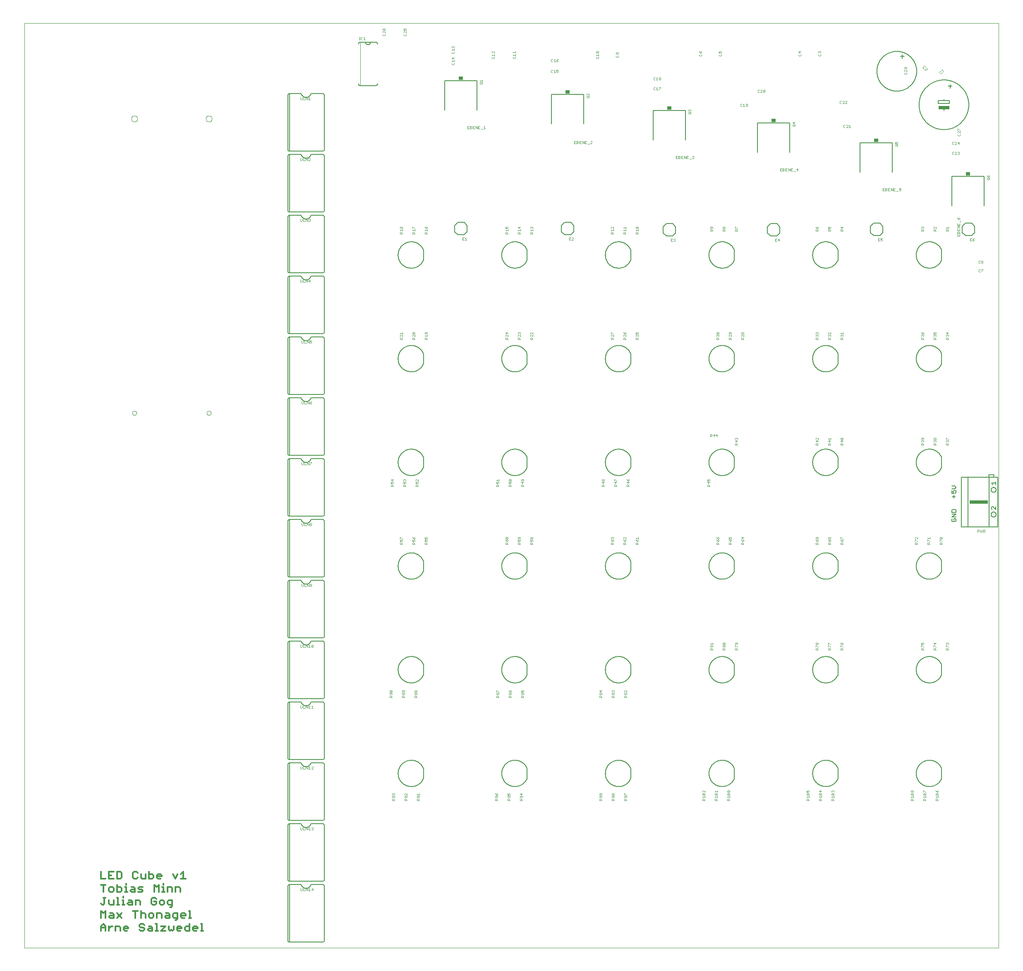
<source format=gto>
G75*
%MOIN*%
%OFA0B0*%
%FSLAX25Y25*%
%IPPOS*%
%LPD*%
%AMOC8*
5,1,8,0,0,1.08239X$1,22.5*
%
%ADD10C,0.00000*%
%ADD11C,0.01400*%
%ADD12C,0.00600*%
%ADD13C,0.00400*%
%ADD14C,0.00500*%
%ADD15C,0.00800*%
%ADD16R,0.15000X0.03000*%
%ADD17R,0.03400X0.03000*%
%ADD18C,0.00200*%
%ADD19R,0.09000X0.02500*%
D10*
X0001800Y0001800D02*
X0001800Y0746548D01*
X0786879Y0746548D01*
X0786879Y0001800D01*
X0001800Y0001800D01*
X0088796Y0432540D02*
X0088798Y0432621D01*
X0088804Y0432703D01*
X0088814Y0432784D01*
X0088828Y0432864D01*
X0088845Y0432943D01*
X0088867Y0433022D01*
X0088892Y0433099D01*
X0088921Y0433176D01*
X0088954Y0433250D01*
X0088991Y0433323D01*
X0089030Y0433394D01*
X0089074Y0433463D01*
X0089120Y0433530D01*
X0089170Y0433594D01*
X0089223Y0433656D01*
X0089279Y0433716D01*
X0089337Y0433772D01*
X0089399Y0433826D01*
X0089463Y0433877D01*
X0089529Y0433924D01*
X0089597Y0433968D01*
X0089668Y0434009D01*
X0089740Y0434046D01*
X0089815Y0434080D01*
X0089890Y0434110D01*
X0089968Y0434136D01*
X0090046Y0434159D01*
X0090125Y0434177D01*
X0090205Y0434192D01*
X0090286Y0434203D01*
X0090367Y0434210D01*
X0090449Y0434213D01*
X0090530Y0434212D01*
X0090611Y0434207D01*
X0090692Y0434198D01*
X0090773Y0434185D01*
X0090853Y0434168D01*
X0090931Y0434148D01*
X0091009Y0434123D01*
X0091086Y0434095D01*
X0091161Y0434063D01*
X0091234Y0434028D01*
X0091305Y0433989D01*
X0091375Y0433946D01*
X0091442Y0433901D01*
X0091508Y0433852D01*
X0091570Y0433800D01*
X0091630Y0433744D01*
X0091687Y0433686D01*
X0091742Y0433626D01*
X0091793Y0433562D01*
X0091841Y0433497D01*
X0091886Y0433429D01*
X0091928Y0433359D01*
X0091966Y0433287D01*
X0092001Y0433213D01*
X0092032Y0433138D01*
X0092059Y0433061D01*
X0092082Y0432983D01*
X0092102Y0432904D01*
X0092118Y0432824D01*
X0092130Y0432743D01*
X0092138Y0432662D01*
X0092142Y0432581D01*
X0092142Y0432499D01*
X0092138Y0432418D01*
X0092130Y0432337D01*
X0092118Y0432256D01*
X0092102Y0432176D01*
X0092082Y0432097D01*
X0092059Y0432019D01*
X0092032Y0431942D01*
X0092001Y0431867D01*
X0091966Y0431793D01*
X0091928Y0431721D01*
X0091886Y0431651D01*
X0091841Y0431583D01*
X0091793Y0431518D01*
X0091742Y0431454D01*
X0091687Y0431394D01*
X0091630Y0431336D01*
X0091570Y0431280D01*
X0091508Y0431228D01*
X0091442Y0431179D01*
X0091375Y0431134D01*
X0091306Y0431091D01*
X0091234Y0431052D01*
X0091161Y0431017D01*
X0091086Y0430985D01*
X0091009Y0430957D01*
X0090931Y0430932D01*
X0090853Y0430912D01*
X0090773Y0430895D01*
X0090692Y0430882D01*
X0090611Y0430873D01*
X0090530Y0430868D01*
X0090449Y0430867D01*
X0090367Y0430870D01*
X0090286Y0430877D01*
X0090205Y0430888D01*
X0090125Y0430903D01*
X0090046Y0430921D01*
X0089968Y0430944D01*
X0089890Y0430970D01*
X0089815Y0431000D01*
X0089740Y0431034D01*
X0089668Y0431071D01*
X0089597Y0431112D01*
X0089529Y0431156D01*
X0089463Y0431203D01*
X0089399Y0431254D01*
X0089337Y0431308D01*
X0089279Y0431364D01*
X0089223Y0431424D01*
X0089170Y0431486D01*
X0089120Y0431550D01*
X0089074Y0431617D01*
X0089030Y0431686D01*
X0088991Y0431757D01*
X0088954Y0431830D01*
X0088921Y0431904D01*
X0088892Y0431981D01*
X0088867Y0432058D01*
X0088845Y0432137D01*
X0088828Y0432216D01*
X0088814Y0432296D01*
X0088804Y0432377D01*
X0088798Y0432459D01*
X0088796Y0432540D01*
X0148796Y0432540D02*
X0148798Y0432621D01*
X0148804Y0432703D01*
X0148814Y0432784D01*
X0148828Y0432864D01*
X0148845Y0432943D01*
X0148867Y0433022D01*
X0148892Y0433099D01*
X0148921Y0433176D01*
X0148954Y0433250D01*
X0148991Y0433323D01*
X0149030Y0433394D01*
X0149074Y0433463D01*
X0149120Y0433530D01*
X0149170Y0433594D01*
X0149223Y0433656D01*
X0149279Y0433716D01*
X0149337Y0433772D01*
X0149399Y0433826D01*
X0149463Y0433877D01*
X0149529Y0433924D01*
X0149597Y0433968D01*
X0149668Y0434009D01*
X0149740Y0434046D01*
X0149815Y0434080D01*
X0149890Y0434110D01*
X0149968Y0434136D01*
X0150046Y0434159D01*
X0150125Y0434177D01*
X0150205Y0434192D01*
X0150286Y0434203D01*
X0150367Y0434210D01*
X0150449Y0434213D01*
X0150530Y0434212D01*
X0150611Y0434207D01*
X0150692Y0434198D01*
X0150773Y0434185D01*
X0150853Y0434168D01*
X0150931Y0434148D01*
X0151009Y0434123D01*
X0151086Y0434095D01*
X0151161Y0434063D01*
X0151234Y0434028D01*
X0151305Y0433989D01*
X0151375Y0433946D01*
X0151442Y0433901D01*
X0151508Y0433852D01*
X0151570Y0433800D01*
X0151630Y0433744D01*
X0151687Y0433686D01*
X0151742Y0433626D01*
X0151793Y0433562D01*
X0151841Y0433497D01*
X0151886Y0433429D01*
X0151928Y0433359D01*
X0151966Y0433287D01*
X0152001Y0433213D01*
X0152032Y0433138D01*
X0152059Y0433061D01*
X0152082Y0432983D01*
X0152102Y0432904D01*
X0152118Y0432824D01*
X0152130Y0432743D01*
X0152138Y0432662D01*
X0152142Y0432581D01*
X0152142Y0432499D01*
X0152138Y0432418D01*
X0152130Y0432337D01*
X0152118Y0432256D01*
X0152102Y0432176D01*
X0152082Y0432097D01*
X0152059Y0432019D01*
X0152032Y0431942D01*
X0152001Y0431867D01*
X0151966Y0431793D01*
X0151928Y0431721D01*
X0151886Y0431651D01*
X0151841Y0431583D01*
X0151793Y0431518D01*
X0151742Y0431454D01*
X0151687Y0431394D01*
X0151630Y0431336D01*
X0151570Y0431280D01*
X0151508Y0431228D01*
X0151442Y0431179D01*
X0151375Y0431134D01*
X0151306Y0431091D01*
X0151234Y0431052D01*
X0151161Y0431017D01*
X0151086Y0430985D01*
X0151009Y0430957D01*
X0150931Y0430932D01*
X0150853Y0430912D01*
X0150773Y0430895D01*
X0150692Y0430882D01*
X0150611Y0430873D01*
X0150530Y0430868D01*
X0150449Y0430867D01*
X0150367Y0430870D01*
X0150286Y0430877D01*
X0150205Y0430888D01*
X0150125Y0430903D01*
X0150046Y0430921D01*
X0149968Y0430944D01*
X0149890Y0430970D01*
X0149815Y0431000D01*
X0149740Y0431034D01*
X0149668Y0431071D01*
X0149597Y0431112D01*
X0149529Y0431156D01*
X0149463Y0431203D01*
X0149399Y0431254D01*
X0149337Y0431308D01*
X0149279Y0431364D01*
X0149223Y0431424D01*
X0149170Y0431486D01*
X0149120Y0431550D01*
X0149074Y0431617D01*
X0149030Y0431686D01*
X0148991Y0431757D01*
X0148954Y0431830D01*
X0148921Y0431904D01*
X0148892Y0431981D01*
X0148867Y0432058D01*
X0148845Y0432137D01*
X0148828Y0432216D01*
X0148814Y0432296D01*
X0148804Y0432377D01*
X0148798Y0432459D01*
X0148796Y0432540D01*
X0148008Y0669548D02*
X0148010Y0669647D01*
X0148016Y0669746D01*
X0148026Y0669845D01*
X0148040Y0669943D01*
X0148058Y0670040D01*
X0148080Y0670137D01*
X0148105Y0670233D01*
X0148135Y0670327D01*
X0148168Y0670421D01*
X0148205Y0670513D01*
X0148246Y0670603D01*
X0148290Y0670692D01*
X0148338Y0670778D01*
X0148389Y0670863D01*
X0148444Y0670946D01*
X0148502Y0671026D01*
X0148563Y0671104D01*
X0148627Y0671180D01*
X0148694Y0671253D01*
X0148764Y0671323D01*
X0148837Y0671390D01*
X0148913Y0671454D01*
X0148991Y0671515D01*
X0149071Y0671573D01*
X0149154Y0671628D01*
X0149238Y0671679D01*
X0149325Y0671727D01*
X0149414Y0671771D01*
X0149504Y0671812D01*
X0149596Y0671849D01*
X0149690Y0671882D01*
X0149784Y0671912D01*
X0149880Y0671937D01*
X0149977Y0671959D01*
X0150074Y0671977D01*
X0150172Y0671991D01*
X0150271Y0672001D01*
X0150370Y0672007D01*
X0150469Y0672009D01*
X0150568Y0672007D01*
X0150667Y0672001D01*
X0150766Y0671991D01*
X0150864Y0671977D01*
X0150961Y0671959D01*
X0151058Y0671937D01*
X0151154Y0671912D01*
X0151248Y0671882D01*
X0151342Y0671849D01*
X0151434Y0671812D01*
X0151524Y0671771D01*
X0151613Y0671727D01*
X0151699Y0671679D01*
X0151784Y0671628D01*
X0151867Y0671573D01*
X0151947Y0671515D01*
X0152025Y0671454D01*
X0152101Y0671390D01*
X0152174Y0671323D01*
X0152244Y0671253D01*
X0152311Y0671180D01*
X0152375Y0671104D01*
X0152436Y0671026D01*
X0152494Y0670946D01*
X0152549Y0670863D01*
X0152600Y0670779D01*
X0152648Y0670692D01*
X0152692Y0670603D01*
X0152733Y0670513D01*
X0152770Y0670421D01*
X0152803Y0670327D01*
X0152833Y0670233D01*
X0152858Y0670137D01*
X0152880Y0670040D01*
X0152898Y0669943D01*
X0152912Y0669845D01*
X0152922Y0669746D01*
X0152928Y0669647D01*
X0152930Y0669548D01*
X0152928Y0669449D01*
X0152922Y0669350D01*
X0152912Y0669251D01*
X0152898Y0669153D01*
X0152880Y0669056D01*
X0152858Y0668959D01*
X0152833Y0668863D01*
X0152803Y0668769D01*
X0152770Y0668675D01*
X0152733Y0668583D01*
X0152692Y0668493D01*
X0152648Y0668404D01*
X0152600Y0668318D01*
X0152549Y0668233D01*
X0152494Y0668150D01*
X0152436Y0668070D01*
X0152375Y0667992D01*
X0152311Y0667916D01*
X0152244Y0667843D01*
X0152174Y0667773D01*
X0152101Y0667706D01*
X0152025Y0667642D01*
X0151947Y0667581D01*
X0151867Y0667523D01*
X0151784Y0667468D01*
X0151700Y0667417D01*
X0151613Y0667369D01*
X0151524Y0667325D01*
X0151434Y0667284D01*
X0151342Y0667247D01*
X0151248Y0667214D01*
X0151154Y0667184D01*
X0151058Y0667159D01*
X0150961Y0667137D01*
X0150864Y0667119D01*
X0150766Y0667105D01*
X0150667Y0667095D01*
X0150568Y0667089D01*
X0150469Y0667087D01*
X0150370Y0667089D01*
X0150271Y0667095D01*
X0150172Y0667105D01*
X0150074Y0667119D01*
X0149977Y0667137D01*
X0149880Y0667159D01*
X0149784Y0667184D01*
X0149690Y0667214D01*
X0149596Y0667247D01*
X0149504Y0667284D01*
X0149414Y0667325D01*
X0149325Y0667369D01*
X0149239Y0667417D01*
X0149154Y0667468D01*
X0149071Y0667523D01*
X0148991Y0667581D01*
X0148913Y0667642D01*
X0148837Y0667706D01*
X0148764Y0667773D01*
X0148694Y0667843D01*
X0148627Y0667916D01*
X0148563Y0667992D01*
X0148502Y0668070D01*
X0148444Y0668150D01*
X0148389Y0668233D01*
X0148338Y0668317D01*
X0148290Y0668404D01*
X0148246Y0668493D01*
X0148205Y0668583D01*
X0148168Y0668675D01*
X0148135Y0668769D01*
X0148105Y0668863D01*
X0148080Y0668959D01*
X0148058Y0669056D01*
X0148040Y0669153D01*
X0148026Y0669251D01*
X0148016Y0669350D01*
X0148010Y0669449D01*
X0148008Y0669548D01*
X0088008Y0669548D02*
X0088010Y0669647D01*
X0088016Y0669746D01*
X0088026Y0669845D01*
X0088040Y0669943D01*
X0088058Y0670040D01*
X0088080Y0670137D01*
X0088105Y0670233D01*
X0088135Y0670327D01*
X0088168Y0670421D01*
X0088205Y0670513D01*
X0088246Y0670603D01*
X0088290Y0670692D01*
X0088338Y0670778D01*
X0088389Y0670863D01*
X0088444Y0670946D01*
X0088502Y0671026D01*
X0088563Y0671104D01*
X0088627Y0671180D01*
X0088694Y0671253D01*
X0088764Y0671323D01*
X0088837Y0671390D01*
X0088913Y0671454D01*
X0088991Y0671515D01*
X0089071Y0671573D01*
X0089154Y0671628D01*
X0089238Y0671679D01*
X0089325Y0671727D01*
X0089414Y0671771D01*
X0089504Y0671812D01*
X0089596Y0671849D01*
X0089690Y0671882D01*
X0089784Y0671912D01*
X0089880Y0671937D01*
X0089977Y0671959D01*
X0090074Y0671977D01*
X0090172Y0671991D01*
X0090271Y0672001D01*
X0090370Y0672007D01*
X0090469Y0672009D01*
X0090568Y0672007D01*
X0090667Y0672001D01*
X0090766Y0671991D01*
X0090864Y0671977D01*
X0090961Y0671959D01*
X0091058Y0671937D01*
X0091154Y0671912D01*
X0091248Y0671882D01*
X0091342Y0671849D01*
X0091434Y0671812D01*
X0091524Y0671771D01*
X0091613Y0671727D01*
X0091699Y0671679D01*
X0091784Y0671628D01*
X0091867Y0671573D01*
X0091947Y0671515D01*
X0092025Y0671454D01*
X0092101Y0671390D01*
X0092174Y0671323D01*
X0092244Y0671253D01*
X0092311Y0671180D01*
X0092375Y0671104D01*
X0092436Y0671026D01*
X0092494Y0670946D01*
X0092549Y0670863D01*
X0092600Y0670779D01*
X0092648Y0670692D01*
X0092692Y0670603D01*
X0092733Y0670513D01*
X0092770Y0670421D01*
X0092803Y0670327D01*
X0092833Y0670233D01*
X0092858Y0670137D01*
X0092880Y0670040D01*
X0092898Y0669943D01*
X0092912Y0669845D01*
X0092922Y0669746D01*
X0092928Y0669647D01*
X0092930Y0669548D01*
X0092928Y0669449D01*
X0092922Y0669350D01*
X0092912Y0669251D01*
X0092898Y0669153D01*
X0092880Y0669056D01*
X0092858Y0668959D01*
X0092833Y0668863D01*
X0092803Y0668769D01*
X0092770Y0668675D01*
X0092733Y0668583D01*
X0092692Y0668493D01*
X0092648Y0668404D01*
X0092600Y0668318D01*
X0092549Y0668233D01*
X0092494Y0668150D01*
X0092436Y0668070D01*
X0092375Y0667992D01*
X0092311Y0667916D01*
X0092244Y0667843D01*
X0092174Y0667773D01*
X0092101Y0667706D01*
X0092025Y0667642D01*
X0091947Y0667581D01*
X0091867Y0667523D01*
X0091784Y0667468D01*
X0091700Y0667417D01*
X0091613Y0667369D01*
X0091524Y0667325D01*
X0091434Y0667284D01*
X0091342Y0667247D01*
X0091248Y0667214D01*
X0091154Y0667184D01*
X0091058Y0667159D01*
X0090961Y0667137D01*
X0090864Y0667119D01*
X0090766Y0667105D01*
X0090667Y0667095D01*
X0090568Y0667089D01*
X0090469Y0667087D01*
X0090370Y0667089D01*
X0090271Y0667095D01*
X0090172Y0667105D01*
X0090074Y0667119D01*
X0089977Y0667137D01*
X0089880Y0667159D01*
X0089784Y0667184D01*
X0089690Y0667214D01*
X0089596Y0667247D01*
X0089504Y0667284D01*
X0089414Y0667325D01*
X0089325Y0667369D01*
X0089239Y0667417D01*
X0089154Y0667468D01*
X0089071Y0667523D01*
X0088991Y0667581D01*
X0088913Y0667642D01*
X0088837Y0667706D01*
X0088764Y0667773D01*
X0088694Y0667843D01*
X0088627Y0667916D01*
X0088563Y0667992D01*
X0088502Y0668070D01*
X0088444Y0668150D01*
X0088389Y0668233D01*
X0088338Y0668317D01*
X0088290Y0668404D01*
X0088246Y0668493D01*
X0088205Y0668583D01*
X0088168Y0668675D01*
X0088135Y0668769D01*
X0088105Y0668863D01*
X0088080Y0668959D01*
X0088058Y0669056D01*
X0088040Y0669153D01*
X0088026Y0669251D01*
X0088016Y0669350D01*
X0088010Y0669449D01*
X0088008Y0669548D01*
D11*
X0090216Y0063105D02*
X0089282Y0062171D01*
X0089282Y0058434D01*
X0090216Y0057500D01*
X0092084Y0057500D01*
X0093019Y0058434D01*
X0095727Y0058434D02*
X0095727Y0061237D01*
X0095727Y0058434D02*
X0096662Y0057500D01*
X0099464Y0057500D01*
X0099464Y0061237D01*
X0102173Y0061237D02*
X0104975Y0061237D01*
X0105909Y0060302D01*
X0105909Y0058434D01*
X0104975Y0057500D01*
X0102173Y0057500D01*
X0102173Y0063105D01*
X0108618Y0060302D02*
X0109553Y0061237D01*
X0111421Y0061237D01*
X0112355Y0060302D01*
X0112355Y0059368D01*
X0108618Y0059368D01*
X0108618Y0058434D02*
X0108618Y0060302D01*
X0108618Y0058434D02*
X0109553Y0057500D01*
X0111421Y0057500D01*
X0113850Y0053539D02*
X0113850Y0052605D01*
X0113850Y0050737D02*
X0113850Y0047000D01*
X0114784Y0047000D02*
X0112915Y0047000D01*
X0110206Y0047000D02*
X0110206Y0052605D01*
X0108338Y0050737D01*
X0106470Y0052605D01*
X0106470Y0047000D01*
X0107124Y0042105D02*
X0105256Y0042105D01*
X0104321Y0041171D01*
X0104321Y0037434D01*
X0105256Y0036500D01*
X0107124Y0036500D01*
X0108058Y0037434D01*
X0108058Y0039302D01*
X0106190Y0039302D01*
X0108058Y0041171D02*
X0107124Y0042105D01*
X0110767Y0039302D02*
X0110767Y0037434D01*
X0111701Y0036500D01*
X0113569Y0036500D01*
X0114503Y0037434D01*
X0114503Y0039302D01*
X0113569Y0040237D01*
X0111701Y0040237D01*
X0110767Y0039302D01*
X0117212Y0039302D02*
X0117212Y0037434D01*
X0118147Y0036500D01*
X0120949Y0036500D01*
X0120949Y0035566D02*
X0120949Y0040237D01*
X0118147Y0040237D01*
X0117212Y0039302D01*
X0119081Y0034632D02*
X0120015Y0034632D01*
X0120949Y0035566D01*
X0122444Y0029737D02*
X0121509Y0028802D01*
X0121509Y0026934D01*
X0122444Y0026000D01*
X0125246Y0026000D01*
X0125246Y0025066D02*
X0125246Y0029737D01*
X0122444Y0029737D01*
X0118800Y0028802D02*
X0118800Y0026000D01*
X0115998Y0026000D01*
X0115064Y0026934D01*
X0115998Y0027868D01*
X0118800Y0027868D01*
X0118800Y0028802D02*
X0117866Y0029737D01*
X0115998Y0029737D01*
X0112355Y0028802D02*
X0112355Y0026000D01*
X0112355Y0028802D02*
X0111421Y0029737D01*
X0108618Y0029737D01*
X0108618Y0026000D01*
X0105909Y0026934D02*
X0105909Y0028802D01*
X0104975Y0029737D01*
X0103107Y0029737D01*
X0102173Y0028802D01*
X0102173Y0026934D01*
X0103107Y0026000D01*
X0104975Y0026000D01*
X0105909Y0026934D01*
X0107544Y0021105D02*
X0108478Y0021105D01*
X0108478Y0015500D01*
X0107544Y0015500D02*
X0109412Y0015500D01*
X0111841Y0015500D02*
X0115578Y0015500D01*
X0118287Y0016434D02*
X0119221Y0015500D01*
X0120155Y0016434D01*
X0121089Y0015500D01*
X0122023Y0016434D01*
X0122023Y0019237D01*
X0124732Y0018302D02*
X0125666Y0019237D01*
X0127535Y0019237D01*
X0128469Y0018302D01*
X0128469Y0017368D01*
X0124732Y0017368D01*
X0124732Y0016434D02*
X0124732Y0018302D01*
X0124732Y0016434D02*
X0125666Y0015500D01*
X0127535Y0015500D01*
X0131178Y0016434D02*
X0131178Y0018302D01*
X0132112Y0019237D01*
X0134914Y0019237D01*
X0134914Y0021105D02*
X0134914Y0015500D01*
X0132112Y0015500D01*
X0131178Y0016434D01*
X0137623Y0016434D02*
X0137623Y0018302D01*
X0138557Y0019237D01*
X0140426Y0019237D01*
X0141360Y0018302D01*
X0141360Y0017368D01*
X0137623Y0017368D01*
X0137623Y0016434D02*
X0138557Y0015500D01*
X0140426Y0015500D01*
X0144069Y0015500D02*
X0145937Y0015500D01*
X0145003Y0015500D02*
X0145003Y0021105D01*
X0144069Y0021105D01*
X0136269Y0026000D02*
X0134400Y0026000D01*
X0135335Y0026000D02*
X0135335Y0031605D01*
X0134400Y0031605D01*
X0131691Y0028802D02*
X0131691Y0027868D01*
X0127955Y0027868D01*
X0127955Y0026934D02*
X0127955Y0028802D01*
X0128889Y0029737D01*
X0130757Y0029737D01*
X0131691Y0028802D01*
X0130757Y0026000D02*
X0128889Y0026000D01*
X0127955Y0026934D01*
X0125246Y0025066D02*
X0124312Y0024132D01*
X0123378Y0024132D01*
X0118287Y0019237D02*
X0118287Y0016434D01*
X0115578Y0019237D02*
X0111841Y0015500D01*
X0111841Y0019237D02*
X0115578Y0019237D01*
X0104835Y0018302D02*
X0104835Y0015500D01*
X0102033Y0015500D01*
X0101099Y0016434D01*
X0102033Y0017368D01*
X0104835Y0017368D01*
X0104835Y0018302D02*
X0103901Y0019237D01*
X0102033Y0019237D01*
X0098390Y0020171D02*
X0097456Y0021105D01*
X0095587Y0021105D01*
X0094653Y0020171D01*
X0094653Y0019237D01*
X0095587Y0018302D01*
X0097456Y0018302D01*
X0098390Y0017368D01*
X0098390Y0016434D01*
X0097456Y0015500D01*
X0095587Y0015500D01*
X0094653Y0016434D01*
X0095727Y0026000D02*
X0095727Y0031605D01*
X0096662Y0029737D02*
X0098530Y0029737D01*
X0099464Y0028802D01*
X0099464Y0026000D01*
X0095727Y0028802D02*
X0096662Y0029737D01*
X0093019Y0031605D02*
X0089282Y0031605D01*
X0091150Y0031605D02*
X0091150Y0026000D01*
X0084565Y0019237D02*
X0085499Y0018302D01*
X0085499Y0017368D01*
X0081762Y0017368D01*
X0081762Y0016434D02*
X0081762Y0018302D01*
X0082696Y0019237D01*
X0084565Y0019237D01*
X0084565Y0015500D02*
X0082696Y0015500D01*
X0081762Y0016434D01*
X0079053Y0015500D02*
X0079053Y0018302D01*
X0078119Y0019237D01*
X0075317Y0019237D01*
X0075317Y0015500D01*
X0072748Y0019237D02*
X0071814Y0019237D01*
X0069945Y0017368D01*
X0069945Y0015500D02*
X0069945Y0019237D01*
X0067237Y0019237D02*
X0067237Y0015500D01*
X0067237Y0018302D02*
X0063500Y0018302D01*
X0063500Y0019237D02*
X0065368Y0021105D01*
X0067237Y0019237D01*
X0063500Y0019237D02*
X0063500Y0015500D01*
X0063500Y0026000D02*
X0063500Y0031605D01*
X0065368Y0029737D01*
X0067237Y0031605D01*
X0067237Y0026000D01*
X0069945Y0026934D02*
X0070880Y0027868D01*
X0073682Y0027868D01*
X0073682Y0028802D02*
X0073682Y0026000D01*
X0070880Y0026000D01*
X0069945Y0026934D01*
X0070880Y0029737D02*
X0072748Y0029737D01*
X0073682Y0028802D01*
X0076391Y0029737D02*
X0080128Y0026000D01*
X0076391Y0026000D02*
X0080128Y0029737D01*
X0080688Y0036500D02*
X0082556Y0036500D01*
X0081622Y0036500D02*
X0081622Y0040237D01*
X0080688Y0040237D01*
X0081622Y0042105D02*
X0081622Y0043039D01*
X0082836Y0047000D02*
X0084705Y0047000D01*
X0083771Y0047000D02*
X0083771Y0050737D01*
X0082836Y0050737D01*
X0083771Y0052605D02*
X0083771Y0053539D01*
X0088068Y0050737D02*
X0089936Y0050737D01*
X0090870Y0049802D01*
X0090870Y0047000D01*
X0088068Y0047000D01*
X0087133Y0047934D01*
X0088068Y0048868D01*
X0090870Y0048868D01*
X0093579Y0049802D02*
X0094513Y0050737D01*
X0097316Y0050737D01*
X0096381Y0048868D02*
X0094513Y0048868D01*
X0093579Y0049802D01*
X0093579Y0047000D02*
X0096381Y0047000D01*
X0097316Y0047934D01*
X0096381Y0048868D01*
X0094233Y0040237D02*
X0095167Y0039302D01*
X0095167Y0036500D01*
X0091430Y0036500D02*
X0091430Y0040237D01*
X0094233Y0040237D01*
X0088722Y0039302D02*
X0088722Y0036500D01*
X0085919Y0036500D01*
X0084985Y0037434D01*
X0085919Y0038368D01*
X0088722Y0038368D01*
X0088722Y0039302D02*
X0087787Y0040237D01*
X0085919Y0040237D01*
X0078259Y0036500D02*
X0076391Y0036500D01*
X0077325Y0036500D02*
X0077325Y0042105D01*
X0076391Y0042105D01*
X0073682Y0040237D02*
X0073682Y0036500D01*
X0070880Y0036500D01*
X0069945Y0037434D01*
X0069945Y0040237D01*
X0067237Y0042105D02*
X0065368Y0042105D01*
X0066302Y0042105D02*
X0066302Y0037434D01*
X0065368Y0036500D01*
X0064434Y0036500D01*
X0063500Y0037434D01*
X0065368Y0047000D02*
X0065368Y0052605D01*
X0063500Y0052605D02*
X0067237Y0052605D01*
X0069945Y0049802D02*
X0069945Y0047934D01*
X0070880Y0047000D01*
X0072748Y0047000D01*
X0073682Y0047934D01*
X0073682Y0049802D01*
X0072748Y0050737D01*
X0070880Y0050737D01*
X0069945Y0049802D01*
X0076391Y0050737D02*
X0079193Y0050737D01*
X0080128Y0049802D01*
X0080128Y0047934D01*
X0079193Y0047000D01*
X0076391Y0047000D01*
X0076391Y0052605D01*
X0076391Y0057500D02*
X0079193Y0057500D01*
X0080128Y0058434D01*
X0080128Y0062171D01*
X0079193Y0063105D01*
X0076391Y0063105D01*
X0076391Y0057500D01*
X0073682Y0057500D02*
X0069945Y0057500D01*
X0069945Y0063105D01*
X0073682Y0063105D01*
X0071814Y0060302D02*
X0069945Y0060302D01*
X0067237Y0057500D02*
X0063500Y0057500D01*
X0063500Y0063105D01*
X0090216Y0063105D02*
X0092084Y0063105D01*
X0093019Y0062171D01*
X0112915Y0050737D02*
X0113850Y0050737D01*
X0117212Y0050737D02*
X0120015Y0050737D01*
X0120949Y0049802D01*
X0120949Y0047000D01*
X0123658Y0047000D02*
X0123658Y0050737D01*
X0126460Y0050737D01*
X0127394Y0049802D01*
X0127394Y0047000D01*
X0127955Y0057500D02*
X0131691Y0057500D01*
X0129823Y0057500D02*
X0129823Y0063105D01*
X0127955Y0061237D01*
X0125246Y0061237D02*
X0123378Y0057500D01*
X0121509Y0061237D01*
X0117212Y0050737D02*
X0117212Y0047000D01*
D12*
X0519143Y0575115D02*
X0516643Y0577615D01*
X0516643Y0582615D01*
X0519143Y0585115D01*
X0524143Y0585115D01*
X0526643Y0582615D01*
X0526643Y0577615D01*
X0524143Y0575115D01*
X0519143Y0575115D01*
X0444643Y0578615D02*
X0442143Y0576115D01*
X0437143Y0576115D01*
X0434643Y0578615D01*
X0434643Y0583615D01*
X0437143Y0586115D01*
X0442143Y0586115D01*
X0444643Y0583615D01*
X0444643Y0578615D01*
X0358643Y0578615D02*
X0356143Y0576115D01*
X0351143Y0576115D01*
X0348643Y0578615D01*
X0348643Y0583615D01*
X0351143Y0586115D01*
X0356143Y0586115D01*
X0358643Y0583615D01*
X0358643Y0578615D01*
X0284906Y0696316D02*
X0272506Y0696316D01*
X0272430Y0696318D01*
X0272354Y0696324D01*
X0272279Y0696333D01*
X0272204Y0696347D01*
X0272130Y0696364D01*
X0272057Y0696385D01*
X0271985Y0696409D01*
X0271914Y0696438D01*
X0271845Y0696469D01*
X0271778Y0696504D01*
X0271713Y0696543D01*
X0271649Y0696585D01*
X0271588Y0696630D01*
X0271529Y0696678D01*
X0271473Y0696729D01*
X0271419Y0696783D01*
X0271368Y0696839D01*
X0271320Y0696898D01*
X0271275Y0696959D01*
X0271233Y0697023D01*
X0271194Y0697088D01*
X0271159Y0697155D01*
X0271128Y0697224D01*
X0271099Y0697295D01*
X0271075Y0697367D01*
X0271054Y0697440D01*
X0271037Y0697514D01*
X0271023Y0697589D01*
X0271014Y0697664D01*
X0271008Y0697740D01*
X0271006Y0697816D01*
X0284906Y0696316D02*
X0284982Y0696318D01*
X0285058Y0696324D01*
X0285133Y0696333D01*
X0285208Y0696347D01*
X0285282Y0696364D01*
X0285355Y0696385D01*
X0285427Y0696409D01*
X0285498Y0696438D01*
X0285567Y0696469D01*
X0285634Y0696504D01*
X0285699Y0696543D01*
X0285763Y0696585D01*
X0285824Y0696630D01*
X0285883Y0696678D01*
X0285939Y0696729D01*
X0285993Y0696783D01*
X0286044Y0696839D01*
X0286092Y0696898D01*
X0286137Y0696959D01*
X0286179Y0697023D01*
X0286218Y0697088D01*
X0286253Y0697155D01*
X0286284Y0697224D01*
X0286313Y0697295D01*
X0286337Y0697367D01*
X0286358Y0697440D01*
X0286375Y0697514D01*
X0286389Y0697589D01*
X0286398Y0697664D01*
X0286404Y0697740D01*
X0286406Y0697816D01*
X0286406Y0729816D02*
X0286404Y0729892D01*
X0286398Y0729968D01*
X0286389Y0730043D01*
X0286375Y0730118D01*
X0286358Y0730192D01*
X0286337Y0730265D01*
X0286313Y0730337D01*
X0286284Y0730408D01*
X0286253Y0730477D01*
X0286218Y0730544D01*
X0286179Y0730609D01*
X0286137Y0730673D01*
X0286092Y0730734D01*
X0286044Y0730793D01*
X0285993Y0730849D01*
X0285939Y0730903D01*
X0285883Y0730954D01*
X0285824Y0731002D01*
X0285763Y0731047D01*
X0285699Y0731089D01*
X0285634Y0731128D01*
X0285567Y0731163D01*
X0285498Y0731194D01*
X0285427Y0731223D01*
X0285355Y0731247D01*
X0285282Y0731268D01*
X0285208Y0731285D01*
X0285133Y0731299D01*
X0285058Y0731308D01*
X0284982Y0731314D01*
X0284906Y0731316D01*
X0280706Y0731316D01*
X0276706Y0731316D01*
X0272506Y0731316D01*
X0272430Y0731314D01*
X0272354Y0731308D01*
X0272279Y0731299D01*
X0272204Y0731285D01*
X0272130Y0731268D01*
X0272057Y0731247D01*
X0271985Y0731223D01*
X0271914Y0731194D01*
X0271845Y0731163D01*
X0271778Y0731128D01*
X0271713Y0731089D01*
X0271649Y0731047D01*
X0271588Y0731002D01*
X0271529Y0730954D01*
X0271473Y0730903D01*
X0271419Y0730849D01*
X0271368Y0730793D01*
X0271320Y0730734D01*
X0271275Y0730673D01*
X0271233Y0730609D01*
X0271194Y0730544D01*
X0271159Y0730477D01*
X0271128Y0730408D01*
X0271099Y0730337D01*
X0271075Y0730265D01*
X0271054Y0730192D01*
X0271037Y0730118D01*
X0271023Y0730043D01*
X0271014Y0729968D01*
X0271008Y0729892D01*
X0271006Y0729816D01*
X0276706Y0731316D02*
X0276708Y0731228D01*
X0276714Y0731139D01*
X0276724Y0731051D01*
X0276737Y0730964D01*
X0276755Y0730877D01*
X0276776Y0730791D01*
X0276801Y0730706D01*
X0276830Y0730623D01*
X0276863Y0730540D01*
X0276899Y0730460D01*
X0276938Y0730381D01*
X0276981Y0730303D01*
X0277028Y0730228D01*
X0277078Y0730155D01*
X0277131Y0730084D01*
X0277187Y0730015D01*
X0277246Y0729949D01*
X0277308Y0729886D01*
X0277372Y0729826D01*
X0277439Y0729768D01*
X0277509Y0729714D01*
X0277581Y0729662D01*
X0277655Y0729614D01*
X0277732Y0729569D01*
X0277810Y0729528D01*
X0277890Y0729490D01*
X0277971Y0729456D01*
X0278054Y0729425D01*
X0278139Y0729398D01*
X0278224Y0729375D01*
X0278310Y0729356D01*
X0278398Y0729340D01*
X0278485Y0729328D01*
X0278573Y0729320D01*
X0278662Y0729316D01*
X0278750Y0729316D01*
X0278839Y0729320D01*
X0278927Y0729328D01*
X0279014Y0729340D01*
X0279102Y0729356D01*
X0279188Y0729375D01*
X0279273Y0729398D01*
X0279358Y0729425D01*
X0279441Y0729456D01*
X0279522Y0729490D01*
X0279602Y0729528D01*
X0279680Y0729569D01*
X0279757Y0729614D01*
X0279831Y0729662D01*
X0279903Y0729714D01*
X0279973Y0729768D01*
X0280040Y0729826D01*
X0280104Y0729886D01*
X0280166Y0729949D01*
X0280225Y0730015D01*
X0280281Y0730084D01*
X0280334Y0730155D01*
X0280384Y0730228D01*
X0280431Y0730303D01*
X0280474Y0730381D01*
X0280513Y0730460D01*
X0280549Y0730540D01*
X0280582Y0730623D01*
X0280611Y0730706D01*
X0280636Y0730791D01*
X0280657Y0730877D01*
X0280675Y0730964D01*
X0280688Y0731051D01*
X0280698Y0731139D01*
X0280704Y0731228D01*
X0280706Y0731316D01*
X0600643Y0582615D02*
X0603143Y0585115D01*
X0608143Y0585115D01*
X0610643Y0582615D01*
X0610643Y0577615D01*
X0608143Y0575115D01*
X0603143Y0575115D01*
X0600643Y0577615D01*
X0600643Y0582615D01*
X0683635Y0582914D02*
X0686135Y0585414D01*
X0691135Y0585414D01*
X0693635Y0582914D01*
X0693635Y0577914D01*
X0691135Y0575414D01*
X0686135Y0575414D01*
X0683635Y0577914D01*
X0683635Y0582914D01*
X0757635Y0582914D02*
X0760135Y0585414D01*
X0765135Y0585414D01*
X0767635Y0582914D01*
X0767635Y0577914D01*
X0765135Y0575414D01*
X0760135Y0575414D01*
X0757635Y0577914D01*
X0757635Y0582914D01*
X0742800Y0676300D02*
X0742800Y0678300D01*
X0722800Y0680800D02*
X0722806Y0681291D01*
X0722824Y0681781D01*
X0722854Y0682271D01*
X0722896Y0682760D01*
X0722950Y0683248D01*
X0723016Y0683735D01*
X0723094Y0684219D01*
X0723184Y0684702D01*
X0723286Y0685182D01*
X0723399Y0685660D01*
X0723524Y0686134D01*
X0723661Y0686606D01*
X0723809Y0687074D01*
X0723969Y0687538D01*
X0724140Y0687998D01*
X0724322Y0688454D01*
X0724516Y0688905D01*
X0724720Y0689351D01*
X0724936Y0689792D01*
X0725162Y0690228D01*
X0725398Y0690658D01*
X0725645Y0691082D01*
X0725903Y0691500D01*
X0726171Y0691911D01*
X0726448Y0692316D01*
X0726736Y0692714D01*
X0727033Y0693105D01*
X0727340Y0693488D01*
X0727656Y0693863D01*
X0727981Y0694231D01*
X0728315Y0694591D01*
X0728658Y0694942D01*
X0729009Y0695285D01*
X0729369Y0695619D01*
X0729737Y0695944D01*
X0730112Y0696260D01*
X0730495Y0696567D01*
X0730886Y0696864D01*
X0731284Y0697152D01*
X0731689Y0697429D01*
X0732100Y0697697D01*
X0732518Y0697955D01*
X0732942Y0698202D01*
X0733372Y0698438D01*
X0733808Y0698664D01*
X0734249Y0698880D01*
X0734695Y0699084D01*
X0735146Y0699278D01*
X0735602Y0699460D01*
X0736062Y0699631D01*
X0736526Y0699791D01*
X0736994Y0699939D01*
X0737466Y0700076D01*
X0737940Y0700201D01*
X0738418Y0700314D01*
X0738898Y0700416D01*
X0739381Y0700506D01*
X0739865Y0700584D01*
X0740352Y0700650D01*
X0740840Y0700704D01*
X0741329Y0700746D01*
X0741819Y0700776D01*
X0742309Y0700794D01*
X0742800Y0700800D01*
X0743291Y0700794D01*
X0743781Y0700776D01*
X0744271Y0700746D01*
X0744760Y0700704D01*
X0745248Y0700650D01*
X0745735Y0700584D01*
X0746219Y0700506D01*
X0746702Y0700416D01*
X0747182Y0700314D01*
X0747660Y0700201D01*
X0748134Y0700076D01*
X0748606Y0699939D01*
X0749074Y0699791D01*
X0749538Y0699631D01*
X0749998Y0699460D01*
X0750454Y0699278D01*
X0750905Y0699084D01*
X0751351Y0698880D01*
X0751792Y0698664D01*
X0752228Y0698438D01*
X0752658Y0698202D01*
X0753082Y0697955D01*
X0753500Y0697697D01*
X0753911Y0697429D01*
X0754316Y0697152D01*
X0754714Y0696864D01*
X0755105Y0696567D01*
X0755488Y0696260D01*
X0755863Y0695944D01*
X0756231Y0695619D01*
X0756591Y0695285D01*
X0756942Y0694942D01*
X0757285Y0694591D01*
X0757619Y0694231D01*
X0757944Y0693863D01*
X0758260Y0693488D01*
X0758567Y0693105D01*
X0758864Y0692714D01*
X0759152Y0692316D01*
X0759429Y0691911D01*
X0759697Y0691500D01*
X0759955Y0691082D01*
X0760202Y0690658D01*
X0760438Y0690228D01*
X0760664Y0689792D01*
X0760880Y0689351D01*
X0761084Y0688905D01*
X0761278Y0688454D01*
X0761460Y0687998D01*
X0761631Y0687538D01*
X0761791Y0687074D01*
X0761939Y0686606D01*
X0762076Y0686134D01*
X0762201Y0685660D01*
X0762314Y0685182D01*
X0762416Y0684702D01*
X0762506Y0684219D01*
X0762584Y0683735D01*
X0762650Y0683248D01*
X0762704Y0682760D01*
X0762746Y0682271D01*
X0762776Y0681781D01*
X0762794Y0681291D01*
X0762800Y0680800D01*
X0762794Y0680309D01*
X0762776Y0679819D01*
X0762746Y0679329D01*
X0762704Y0678840D01*
X0762650Y0678352D01*
X0762584Y0677865D01*
X0762506Y0677381D01*
X0762416Y0676898D01*
X0762314Y0676418D01*
X0762201Y0675940D01*
X0762076Y0675466D01*
X0761939Y0674994D01*
X0761791Y0674526D01*
X0761631Y0674062D01*
X0761460Y0673602D01*
X0761278Y0673146D01*
X0761084Y0672695D01*
X0760880Y0672249D01*
X0760664Y0671808D01*
X0760438Y0671372D01*
X0760202Y0670942D01*
X0759955Y0670518D01*
X0759697Y0670100D01*
X0759429Y0669689D01*
X0759152Y0669284D01*
X0758864Y0668886D01*
X0758567Y0668495D01*
X0758260Y0668112D01*
X0757944Y0667737D01*
X0757619Y0667369D01*
X0757285Y0667009D01*
X0756942Y0666658D01*
X0756591Y0666315D01*
X0756231Y0665981D01*
X0755863Y0665656D01*
X0755488Y0665340D01*
X0755105Y0665033D01*
X0754714Y0664736D01*
X0754316Y0664448D01*
X0753911Y0664171D01*
X0753500Y0663903D01*
X0753082Y0663645D01*
X0752658Y0663398D01*
X0752228Y0663162D01*
X0751792Y0662936D01*
X0751351Y0662720D01*
X0750905Y0662516D01*
X0750454Y0662322D01*
X0749998Y0662140D01*
X0749538Y0661969D01*
X0749074Y0661809D01*
X0748606Y0661661D01*
X0748134Y0661524D01*
X0747660Y0661399D01*
X0747182Y0661286D01*
X0746702Y0661184D01*
X0746219Y0661094D01*
X0745735Y0661016D01*
X0745248Y0660950D01*
X0744760Y0660896D01*
X0744271Y0660854D01*
X0743781Y0660824D01*
X0743291Y0660806D01*
X0742800Y0660800D01*
X0742309Y0660806D01*
X0741819Y0660824D01*
X0741329Y0660854D01*
X0740840Y0660896D01*
X0740352Y0660950D01*
X0739865Y0661016D01*
X0739381Y0661094D01*
X0738898Y0661184D01*
X0738418Y0661286D01*
X0737940Y0661399D01*
X0737466Y0661524D01*
X0736994Y0661661D01*
X0736526Y0661809D01*
X0736062Y0661969D01*
X0735602Y0662140D01*
X0735146Y0662322D01*
X0734695Y0662516D01*
X0734249Y0662720D01*
X0733808Y0662936D01*
X0733372Y0663162D01*
X0732942Y0663398D01*
X0732518Y0663645D01*
X0732100Y0663903D01*
X0731689Y0664171D01*
X0731284Y0664448D01*
X0730886Y0664736D01*
X0730495Y0665033D01*
X0730112Y0665340D01*
X0729737Y0665656D01*
X0729369Y0665981D01*
X0729009Y0666315D01*
X0728658Y0666658D01*
X0728315Y0667009D01*
X0727981Y0667369D01*
X0727656Y0667737D01*
X0727340Y0668112D01*
X0727033Y0668495D01*
X0726736Y0668886D01*
X0726448Y0669284D01*
X0726171Y0669689D01*
X0725903Y0670100D01*
X0725645Y0670518D01*
X0725398Y0670942D01*
X0725162Y0671372D01*
X0724936Y0671808D01*
X0724720Y0672249D01*
X0724516Y0672695D01*
X0724322Y0673146D01*
X0724140Y0673602D01*
X0723969Y0674062D01*
X0723809Y0674526D01*
X0723661Y0674994D01*
X0723524Y0675466D01*
X0723399Y0675940D01*
X0723286Y0676418D01*
X0723184Y0676898D01*
X0723094Y0677381D01*
X0723016Y0677865D01*
X0722950Y0678352D01*
X0722896Y0678840D01*
X0722854Y0679329D01*
X0722824Y0679819D01*
X0722806Y0680309D01*
X0722800Y0680800D01*
X0738300Y0681800D02*
X0747300Y0681800D01*
X0747300Y0684300D01*
X0742800Y0684300D01*
X0738300Y0684300D01*
X0738300Y0681800D01*
X0742800Y0684300D02*
X0742800Y0685300D01*
X0747800Y0694300D02*
X0747800Y0697300D01*
X0749300Y0695800D02*
X0746300Y0695800D01*
X0710800Y0719800D02*
X0707800Y0719800D01*
X0709300Y0721300D02*
X0709300Y0718300D01*
X0688800Y0707800D02*
X0688805Y0708193D01*
X0688819Y0708585D01*
X0688843Y0708977D01*
X0688877Y0709368D01*
X0688920Y0709759D01*
X0688973Y0710148D01*
X0689036Y0710535D01*
X0689107Y0710921D01*
X0689189Y0711306D01*
X0689279Y0711688D01*
X0689380Y0712067D01*
X0689489Y0712445D01*
X0689608Y0712819D01*
X0689735Y0713190D01*
X0689872Y0713558D01*
X0690018Y0713923D01*
X0690173Y0714284D01*
X0690336Y0714641D01*
X0690508Y0714994D01*
X0690689Y0715342D01*
X0690879Y0715686D01*
X0691076Y0716026D01*
X0691282Y0716360D01*
X0691496Y0716689D01*
X0691719Y0717013D01*
X0691949Y0717331D01*
X0692186Y0717644D01*
X0692432Y0717950D01*
X0692685Y0718251D01*
X0692945Y0718545D01*
X0693212Y0718833D01*
X0693486Y0719114D01*
X0693767Y0719388D01*
X0694055Y0719655D01*
X0694349Y0719915D01*
X0694650Y0720168D01*
X0694956Y0720414D01*
X0695269Y0720651D01*
X0695587Y0720881D01*
X0695911Y0721104D01*
X0696240Y0721318D01*
X0696574Y0721524D01*
X0696914Y0721721D01*
X0697258Y0721911D01*
X0697606Y0722092D01*
X0697959Y0722264D01*
X0698316Y0722427D01*
X0698677Y0722582D01*
X0699042Y0722728D01*
X0699410Y0722865D01*
X0699781Y0722992D01*
X0700155Y0723111D01*
X0700533Y0723220D01*
X0700912Y0723321D01*
X0701294Y0723411D01*
X0701679Y0723493D01*
X0702065Y0723564D01*
X0702452Y0723627D01*
X0702841Y0723680D01*
X0703232Y0723723D01*
X0703623Y0723757D01*
X0704015Y0723781D01*
X0704407Y0723795D01*
X0704800Y0723800D01*
X0705193Y0723795D01*
X0705585Y0723781D01*
X0705977Y0723757D01*
X0706368Y0723723D01*
X0706759Y0723680D01*
X0707148Y0723627D01*
X0707535Y0723564D01*
X0707921Y0723493D01*
X0708306Y0723411D01*
X0708688Y0723321D01*
X0709067Y0723220D01*
X0709445Y0723111D01*
X0709819Y0722992D01*
X0710190Y0722865D01*
X0710558Y0722728D01*
X0710923Y0722582D01*
X0711284Y0722427D01*
X0711641Y0722264D01*
X0711994Y0722092D01*
X0712342Y0721911D01*
X0712686Y0721721D01*
X0713026Y0721524D01*
X0713360Y0721318D01*
X0713689Y0721104D01*
X0714013Y0720881D01*
X0714331Y0720651D01*
X0714644Y0720414D01*
X0714950Y0720168D01*
X0715251Y0719915D01*
X0715545Y0719655D01*
X0715833Y0719388D01*
X0716114Y0719114D01*
X0716388Y0718833D01*
X0716655Y0718545D01*
X0716915Y0718251D01*
X0717168Y0717950D01*
X0717414Y0717644D01*
X0717651Y0717331D01*
X0717881Y0717013D01*
X0718104Y0716689D01*
X0718318Y0716360D01*
X0718524Y0716026D01*
X0718721Y0715686D01*
X0718911Y0715342D01*
X0719092Y0714994D01*
X0719264Y0714641D01*
X0719427Y0714284D01*
X0719582Y0713923D01*
X0719728Y0713558D01*
X0719865Y0713190D01*
X0719992Y0712819D01*
X0720111Y0712445D01*
X0720220Y0712067D01*
X0720321Y0711688D01*
X0720411Y0711306D01*
X0720493Y0710921D01*
X0720564Y0710535D01*
X0720627Y0710148D01*
X0720680Y0709759D01*
X0720723Y0709368D01*
X0720757Y0708977D01*
X0720781Y0708585D01*
X0720795Y0708193D01*
X0720800Y0707800D01*
X0720795Y0707407D01*
X0720781Y0707015D01*
X0720757Y0706623D01*
X0720723Y0706232D01*
X0720680Y0705841D01*
X0720627Y0705452D01*
X0720564Y0705065D01*
X0720493Y0704679D01*
X0720411Y0704294D01*
X0720321Y0703912D01*
X0720220Y0703533D01*
X0720111Y0703155D01*
X0719992Y0702781D01*
X0719865Y0702410D01*
X0719728Y0702042D01*
X0719582Y0701677D01*
X0719427Y0701316D01*
X0719264Y0700959D01*
X0719092Y0700606D01*
X0718911Y0700258D01*
X0718721Y0699914D01*
X0718524Y0699574D01*
X0718318Y0699240D01*
X0718104Y0698911D01*
X0717881Y0698587D01*
X0717651Y0698269D01*
X0717414Y0697956D01*
X0717168Y0697650D01*
X0716915Y0697349D01*
X0716655Y0697055D01*
X0716388Y0696767D01*
X0716114Y0696486D01*
X0715833Y0696212D01*
X0715545Y0695945D01*
X0715251Y0695685D01*
X0714950Y0695432D01*
X0714644Y0695186D01*
X0714331Y0694949D01*
X0714013Y0694719D01*
X0713689Y0694496D01*
X0713360Y0694282D01*
X0713026Y0694076D01*
X0712686Y0693879D01*
X0712342Y0693689D01*
X0711994Y0693508D01*
X0711641Y0693336D01*
X0711284Y0693173D01*
X0710923Y0693018D01*
X0710558Y0692872D01*
X0710190Y0692735D01*
X0709819Y0692608D01*
X0709445Y0692489D01*
X0709067Y0692380D01*
X0708688Y0692279D01*
X0708306Y0692189D01*
X0707921Y0692107D01*
X0707535Y0692036D01*
X0707148Y0691973D01*
X0706759Y0691920D01*
X0706368Y0691877D01*
X0705977Y0691843D01*
X0705585Y0691819D01*
X0705193Y0691805D01*
X0704800Y0691800D01*
X0704407Y0691805D01*
X0704015Y0691819D01*
X0703623Y0691843D01*
X0703232Y0691877D01*
X0702841Y0691920D01*
X0702452Y0691973D01*
X0702065Y0692036D01*
X0701679Y0692107D01*
X0701294Y0692189D01*
X0700912Y0692279D01*
X0700533Y0692380D01*
X0700155Y0692489D01*
X0699781Y0692608D01*
X0699410Y0692735D01*
X0699042Y0692872D01*
X0698677Y0693018D01*
X0698316Y0693173D01*
X0697959Y0693336D01*
X0697606Y0693508D01*
X0697258Y0693689D01*
X0696914Y0693879D01*
X0696574Y0694076D01*
X0696240Y0694282D01*
X0695911Y0694496D01*
X0695587Y0694719D01*
X0695269Y0694949D01*
X0694956Y0695186D01*
X0694650Y0695432D01*
X0694349Y0695685D01*
X0694055Y0695945D01*
X0693767Y0696212D01*
X0693486Y0696486D01*
X0693212Y0696767D01*
X0692945Y0697055D01*
X0692685Y0697349D01*
X0692432Y0697650D01*
X0692186Y0697956D01*
X0691949Y0698269D01*
X0691719Y0698587D01*
X0691496Y0698911D01*
X0691282Y0699240D01*
X0691076Y0699574D01*
X0690879Y0699914D01*
X0690689Y0700258D01*
X0690508Y0700606D01*
X0690336Y0700959D01*
X0690173Y0701316D01*
X0690018Y0701677D01*
X0689872Y0702042D01*
X0689735Y0702410D01*
X0689608Y0702781D01*
X0689489Y0703155D01*
X0689380Y0703533D01*
X0689279Y0703912D01*
X0689189Y0704294D01*
X0689107Y0704679D01*
X0689036Y0705065D01*
X0688973Y0705452D01*
X0688920Y0705841D01*
X0688877Y0706232D01*
X0688843Y0706623D01*
X0688819Y0707015D01*
X0688805Y0707407D01*
X0688800Y0707800D01*
X0756800Y0380800D02*
X0756800Y0340800D01*
X0762300Y0340800D01*
X0762300Y0380800D01*
X0779300Y0380800D01*
X0779300Y0340800D01*
X0762300Y0340800D01*
X0752500Y0345667D02*
X0752500Y0346801D01*
X0751933Y0347369D01*
X0750799Y0347369D01*
X0750799Y0346234D01*
X0751933Y0345100D02*
X0752500Y0345667D01*
X0751933Y0345100D02*
X0749664Y0345100D01*
X0749097Y0345667D01*
X0749097Y0346801D01*
X0749664Y0347369D01*
X0749097Y0348783D02*
X0752500Y0351052D01*
X0749097Y0351052D01*
X0749097Y0352466D02*
X0749097Y0354168D01*
X0749664Y0354735D01*
X0751933Y0354735D01*
X0752500Y0354168D01*
X0752500Y0352466D01*
X0749097Y0352466D01*
X0749097Y0348783D02*
X0752500Y0348783D01*
X0750799Y0364100D02*
X0750799Y0366369D01*
X0750799Y0367783D02*
X0750231Y0368917D01*
X0750231Y0369485D01*
X0750799Y0370052D01*
X0751933Y0370052D01*
X0752500Y0369485D01*
X0752500Y0368350D01*
X0751933Y0367783D01*
X0750799Y0367783D02*
X0749097Y0367783D01*
X0749097Y0370052D01*
X0749097Y0371466D02*
X0751366Y0371466D01*
X0752500Y0372601D01*
X0751366Y0373735D01*
X0749097Y0373735D01*
X0749664Y0365234D02*
X0751933Y0365234D01*
X0756800Y0380800D02*
X0762300Y0380800D01*
X0778800Y0382800D02*
X0779300Y0380800D01*
X0782800Y0380800D01*
X0786300Y0380800D01*
X0786300Y0340800D01*
X0779300Y0340800D01*
X0780800Y0350900D02*
X0780802Y0350989D01*
X0780808Y0351078D01*
X0780818Y0351167D01*
X0780832Y0351255D01*
X0780849Y0351342D01*
X0780871Y0351428D01*
X0780897Y0351514D01*
X0780926Y0351598D01*
X0780959Y0351681D01*
X0780995Y0351762D01*
X0781036Y0351842D01*
X0781079Y0351919D01*
X0781126Y0351995D01*
X0781177Y0352068D01*
X0781230Y0352139D01*
X0781287Y0352208D01*
X0781347Y0352274D01*
X0781410Y0352338D01*
X0781475Y0352398D01*
X0781543Y0352456D01*
X0781614Y0352510D01*
X0781687Y0352561D01*
X0781762Y0352609D01*
X0781839Y0352654D01*
X0781918Y0352695D01*
X0781999Y0352732D01*
X0782081Y0352766D01*
X0782165Y0352797D01*
X0782250Y0352823D01*
X0782336Y0352846D01*
X0782423Y0352864D01*
X0782511Y0352879D01*
X0782600Y0352890D01*
X0782689Y0352897D01*
X0782778Y0352900D01*
X0782867Y0352899D01*
X0782956Y0352894D01*
X0783044Y0352885D01*
X0783133Y0352872D01*
X0783220Y0352855D01*
X0783307Y0352835D01*
X0783393Y0352810D01*
X0783477Y0352782D01*
X0783560Y0352750D01*
X0783642Y0352714D01*
X0783722Y0352675D01*
X0783800Y0352632D01*
X0783876Y0352586D01*
X0783950Y0352536D01*
X0784022Y0352483D01*
X0784091Y0352427D01*
X0784158Y0352368D01*
X0784222Y0352306D01*
X0784283Y0352242D01*
X0784342Y0352174D01*
X0784397Y0352104D01*
X0784449Y0352032D01*
X0784498Y0351957D01*
X0784543Y0351881D01*
X0784585Y0351802D01*
X0784623Y0351722D01*
X0784658Y0351640D01*
X0784689Y0351556D01*
X0784717Y0351471D01*
X0784740Y0351385D01*
X0784760Y0351298D01*
X0784776Y0351211D01*
X0784788Y0351122D01*
X0784796Y0351034D01*
X0784800Y0350945D01*
X0784800Y0350855D01*
X0784796Y0350766D01*
X0784788Y0350678D01*
X0784776Y0350589D01*
X0784760Y0350502D01*
X0784740Y0350415D01*
X0784717Y0350329D01*
X0784689Y0350244D01*
X0784658Y0350160D01*
X0784623Y0350078D01*
X0784585Y0349998D01*
X0784543Y0349919D01*
X0784498Y0349843D01*
X0784449Y0349768D01*
X0784397Y0349696D01*
X0784342Y0349626D01*
X0784283Y0349558D01*
X0784222Y0349494D01*
X0784158Y0349432D01*
X0784091Y0349373D01*
X0784022Y0349317D01*
X0783950Y0349264D01*
X0783876Y0349214D01*
X0783800Y0349168D01*
X0783722Y0349125D01*
X0783642Y0349086D01*
X0783560Y0349050D01*
X0783477Y0349018D01*
X0783393Y0348990D01*
X0783307Y0348965D01*
X0783220Y0348945D01*
X0783133Y0348928D01*
X0783044Y0348915D01*
X0782956Y0348906D01*
X0782867Y0348901D01*
X0782778Y0348900D01*
X0782689Y0348903D01*
X0782600Y0348910D01*
X0782511Y0348921D01*
X0782423Y0348936D01*
X0782336Y0348954D01*
X0782250Y0348977D01*
X0782165Y0349003D01*
X0782081Y0349034D01*
X0781999Y0349068D01*
X0781918Y0349105D01*
X0781839Y0349146D01*
X0781762Y0349191D01*
X0781687Y0349239D01*
X0781614Y0349290D01*
X0781543Y0349344D01*
X0781475Y0349402D01*
X0781410Y0349462D01*
X0781347Y0349526D01*
X0781287Y0349592D01*
X0781230Y0349661D01*
X0781177Y0349732D01*
X0781126Y0349805D01*
X0781079Y0349881D01*
X0781036Y0349958D01*
X0780995Y0350038D01*
X0780959Y0350119D01*
X0780926Y0350202D01*
X0780897Y0350286D01*
X0780871Y0350372D01*
X0780849Y0350458D01*
X0780832Y0350545D01*
X0780818Y0350633D01*
X0780808Y0350722D01*
X0780802Y0350811D01*
X0780800Y0350900D01*
X0780800Y0370700D02*
X0780802Y0370789D01*
X0780808Y0370878D01*
X0780818Y0370967D01*
X0780832Y0371055D01*
X0780849Y0371142D01*
X0780871Y0371228D01*
X0780897Y0371314D01*
X0780926Y0371398D01*
X0780959Y0371481D01*
X0780995Y0371562D01*
X0781036Y0371642D01*
X0781079Y0371719D01*
X0781126Y0371795D01*
X0781177Y0371868D01*
X0781230Y0371939D01*
X0781287Y0372008D01*
X0781347Y0372074D01*
X0781410Y0372138D01*
X0781475Y0372198D01*
X0781543Y0372256D01*
X0781614Y0372310D01*
X0781687Y0372361D01*
X0781762Y0372409D01*
X0781839Y0372454D01*
X0781918Y0372495D01*
X0781999Y0372532D01*
X0782081Y0372566D01*
X0782165Y0372597D01*
X0782250Y0372623D01*
X0782336Y0372646D01*
X0782423Y0372664D01*
X0782511Y0372679D01*
X0782600Y0372690D01*
X0782689Y0372697D01*
X0782778Y0372700D01*
X0782867Y0372699D01*
X0782956Y0372694D01*
X0783044Y0372685D01*
X0783133Y0372672D01*
X0783220Y0372655D01*
X0783307Y0372635D01*
X0783393Y0372610D01*
X0783477Y0372582D01*
X0783560Y0372550D01*
X0783642Y0372514D01*
X0783722Y0372475D01*
X0783800Y0372432D01*
X0783876Y0372386D01*
X0783950Y0372336D01*
X0784022Y0372283D01*
X0784091Y0372227D01*
X0784158Y0372168D01*
X0784222Y0372106D01*
X0784283Y0372042D01*
X0784342Y0371974D01*
X0784397Y0371904D01*
X0784449Y0371832D01*
X0784498Y0371757D01*
X0784543Y0371681D01*
X0784585Y0371602D01*
X0784623Y0371522D01*
X0784658Y0371440D01*
X0784689Y0371356D01*
X0784717Y0371271D01*
X0784740Y0371185D01*
X0784760Y0371098D01*
X0784776Y0371011D01*
X0784788Y0370922D01*
X0784796Y0370834D01*
X0784800Y0370745D01*
X0784800Y0370655D01*
X0784796Y0370566D01*
X0784788Y0370478D01*
X0784776Y0370389D01*
X0784760Y0370302D01*
X0784740Y0370215D01*
X0784717Y0370129D01*
X0784689Y0370044D01*
X0784658Y0369960D01*
X0784623Y0369878D01*
X0784585Y0369798D01*
X0784543Y0369719D01*
X0784498Y0369643D01*
X0784449Y0369568D01*
X0784397Y0369496D01*
X0784342Y0369426D01*
X0784283Y0369358D01*
X0784222Y0369294D01*
X0784158Y0369232D01*
X0784091Y0369173D01*
X0784022Y0369117D01*
X0783950Y0369064D01*
X0783876Y0369014D01*
X0783800Y0368968D01*
X0783722Y0368925D01*
X0783642Y0368886D01*
X0783560Y0368850D01*
X0783477Y0368818D01*
X0783393Y0368790D01*
X0783307Y0368765D01*
X0783220Y0368745D01*
X0783133Y0368728D01*
X0783044Y0368715D01*
X0782956Y0368706D01*
X0782867Y0368701D01*
X0782778Y0368700D01*
X0782689Y0368703D01*
X0782600Y0368710D01*
X0782511Y0368721D01*
X0782423Y0368736D01*
X0782336Y0368754D01*
X0782250Y0368777D01*
X0782165Y0368803D01*
X0782081Y0368834D01*
X0781999Y0368868D01*
X0781918Y0368905D01*
X0781839Y0368946D01*
X0781762Y0368991D01*
X0781687Y0369039D01*
X0781614Y0369090D01*
X0781543Y0369144D01*
X0781475Y0369202D01*
X0781410Y0369262D01*
X0781347Y0369326D01*
X0781287Y0369392D01*
X0781230Y0369461D01*
X0781177Y0369532D01*
X0781126Y0369605D01*
X0781079Y0369681D01*
X0781036Y0369758D01*
X0780995Y0369838D01*
X0780959Y0369919D01*
X0780926Y0370002D01*
X0780897Y0370086D01*
X0780871Y0370172D01*
X0780849Y0370258D01*
X0780832Y0370345D01*
X0780818Y0370433D01*
X0780808Y0370522D01*
X0780802Y0370611D01*
X0780800Y0370700D01*
X0782800Y0380800D02*
X0783300Y0382800D01*
X0778800Y0382800D01*
D13*
X0746500Y0406870D02*
X0744498Y0406870D01*
X0744498Y0407871D01*
X0744832Y0408205D01*
X0745499Y0408205D01*
X0745833Y0407871D01*
X0745833Y0406870D01*
X0745833Y0407538D02*
X0746500Y0408205D01*
X0746166Y0409080D02*
X0746500Y0409414D01*
X0746500Y0410081D01*
X0746166Y0410415D01*
X0745833Y0410415D01*
X0745499Y0410081D01*
X0745499Y0409747D01*
X0745499Y0410081D02*
X0745166Y0410415D01*
X0744832Y0410415D01*
X0744498Y0410081D01*
X0744498Y0409414D01*
X0744832Y0409080D01*
X0744498Y0411290D02*
X0744498Y0412625D01*
X0744832Y0412625D01*
X0746166Y0411290D01*
X0746500Y0411290D01*
X0736500Y0411624D02*
X0736166Y0411290D01*
X0735833Y0411290D01*
X0735499Y0411624D01*
X0735499Y0412291D01*
X0735833Y0412625D01*
X0736166Y0412625D01*
X0736500Y0412291D01*
X0736500Y0411624D01*
X0735499Y0411624D02*
X0735166Y0411290D01*
X0734832Y0411290D01*
X0734498Y0411624D01*
X0734498Y0412291D01*
X0734832Y0412625D01*
X0735166Y0412625D01*
X0735499Y0412291D01*
X0735166Y0410415D02*
X0735499Y0410081D01*
X0735833Y0410415D01*
X0736166Y0410415D01*
X0736500Y0410081D01*
X0736500Y0409414D01*
X0736166Y0409080D01*
X0736500Y0408205D02*
X0735833Y0407538D01*
X0735833Y0407871D02*
X0735833Y0406870D01*
X0736500Y0406870D02*
X0734498Y0406870D01*
X0734498Y0407871D01*
X0734832Y0408205D01*
X0735499Y0408205D01*
X0735833Y0407871D01*
X0734832Y0409080D02*
X0734498Y0409414D01*
X0734498Y0410081D01*
X0734832Y0410415D01*
X0735166Y0410415D01*
X0735499Y0410081D02*
X0735499Y0409747D01*
X0726500Y0409414D02*
X0726166Y0409080D01*
X0726500Y0409414D02*
X0726500Y0410081D01*
X0726166Y0410415D01*
X0725833Y0410415D01*
X0725499Y0410081D01*
X0725499Y0409747D01*
X0725499Y0410081D02*
X0725166Y0410415D01*
X0724832Y0410415D01*
X0724498Y0410081D01*
X0724498Y0409414D01*
X0724832Y0409080D01*
X0724832Y0408205D02*
X0725499Y0408205D01*
X0725833Y0407871D01*
X0725833Y0406870D01*
X0726500Y0406870D02*
X0724498Y0406870D01*
X0724498Y0407871D01*
X0724832Y0408205D01*
X0725833Y0407538D02*
X0726500Y0408205D01*
X0726166Y0411290D02*
X0726500Y0411624D01*
X0726500Y0412291D01*
X0726166Y0412625D01*
X0724832Y0412625D01*
X0724498Y0412291D01*
X0724498Y0411624D01*
X0724832Y0411290D01*
X0725166Y0411290D01*
X0725499Y0411624D01*
X0725499Y0412625D01*
X0661500Y0412291D02*
X0661500Y0411624D01*
X0661166Y0411290D01*
X0659832Y0412625D01*
X0661166Y0412625D01*
X0661500Y0412291D01*
X0661166Y0411290D02*
X0659832Y0411290D01*
X0659498Y0411624D01*
X0659498Y0412291D01*
X0659832Y0412625D01*
X0660499Y0410415D02*
X0660499Y0409080D01*
X0659498Y0410081D01*
X0661500Y0410081D01*
X0661500Y0408205D02*
X0660833Y0407538D01*
X0660833Y0407871D02*
X0660833Y0406870D01*
X0661500Y0406870D02*
X0659498Y0406870D01*
X0659498Y0407871D01*
X0659832Y0408205D01*
X0660499Y0408205D01*
X0660833Y0407871D01*
X0651500Y0408205D02*
X0650833Y0407538D01*
X0650833Y0407871D02*
X0650833Y0406870D01*
X0651500Y0406870D02*
X0649498Y0406870D01*
X0649498Y0407871D01*
X0649832Y0408205D01*
X0650499Y0408205D01*
X0650833Y0407871D01*
X0650499Y0409080D02*
X0650499Y0410415D01*
X0650166Y0411290D02*
X0649498Y0411957D01*
X0651500Y0411957D01*
X0651500Y0411290D02*
X0651500Y0412625D01*
X0651500Y0410081D02*
X0649498Y0410081D01*
X0650499Y0409080D01*
X0641500Y0408205D02*
X0640833Y0407538D01*
X0640833Y0407871D02*
X0640833Y0406870D01*
X0641500Y0406870D02*
X0639498Y0406870D01*
X0639498Y0407871D01*
X0639832Y0408205D01*
X0640499Y0408205D01*
X0640833Y0407871D01*
X0640499Y0409080D02*
X0640499Y0410415D01*
X0639498Y0410081D02*
X0640499Y0409080D01*
X0641500Y0410081D02*
X0639498Y0410081D01*
X0639832Y0411290D02*
X0639498Y0411624D01*
X0639498Y0412291D01*
X0639832Y0412625D01*
X0640166Y0412625D01*
X0641500Y0411290D01*
X0641500Y0412625D01*
X0576500Y0412291D02*
X0576500Y0411624D01*
X0576166Y0411290D01*
X0575499Y0411957D02*
X0575499Y0412291D01*
X0575833Y0412625D01*
X0576166Y0412625D01*
X0576500Y0412291D01*
X0575499Y0412291D02*
X0575166Y0412625D01*
X0574832Y0412625D01*
X0574498Y0412291D01*
X0574498Y0411624D01*
X0574832Y0411290D01*
X0575499Y0410415D02*
X0575499Y0409080D01*
X0574498Y0410081D01*
X0576500Y0410081D01*
X0576500Y0408205D02*
X0575833Y0407538D01*
X0575833Y0407871D02*
X0575833Y0406870D01*
X0576500Y0406870D02*
X0574498Y0406870D01*
X0574498Y0407871D01*
X0574832Y0408205D01*
X0575499Y0408205D01*
X0575833Y0407871D01*
X0559921Y0413500D02*
X0559921Y0415502D01*
X0558920Y0414501D01*
X0560254Y0414501D01*
X0558044Y0414501D02*
X0556710Y0414501D01*
X0557711Y0415502D01*
X0557711Y0413500D01*
X0555834Y0413500D02*
X0555167Y0414167D01*
X0555501Y0414167D02*
X0554500Y0414167D01*
X0554500Y0413500D02*
X0554500Y0415502D01*
X0555501Y0415502D01*
X0555834Y0415168D01*
X0555834Y0414501D01*
X0555501Y0414167D01*
X0553766Y0379254D02*
X0554100Y0378921D01*
X0554100Y0378253D01*
X0553766Y0377920D01*
X0553099Y0377920D02*
X0552766Y0378587D01*
X0552766Y0378921D01*
X0553099Y0379254D01*
X0553766Y0379254D01*
X0553099Y0377920D02*
X0552098Y0377920D01*
X0552098Y0379254D01*
X0553099Y0377044D02*
X0553099Y0375710D01*
X0552098Y0376711D01*
X0554100Y0376711D01*
X0554100Y0374834D02*
X0553433Y0374167D01*
X0553433Y0374501D02*
X0553433Y0373500D01*
X0554100Y0373500D02*
X0552098Y0373500D01*
X0552098Y0374501D01*
X0552432Y0374834D01*
X0553099Y0374834D01*
X0553433Y0374501D01*
X0559498Y0332625D02*
X0559832Y0331957D01*
X0560499Y0331290D01*
X0560499Y0332291D01*
X0560833Y0332625D01*
X0561166Y0332625D01*
X0561500Y0332291D01*
X0561500Y0331624D01*
X0561166Y0331290D01*
X0560499Y0331290D01*
X0560833Y0330415D02*
X0560499Y0330081D01*
X0560499Y0329080D01*
X0561166Y0329080D01*
X0561500Y0329414D01*
X0561500Y0330081D01*
X0561166Y0330415D01*
X0560833Y0330415D01*
X0559832Y0329747D02*
X0560499Y0329080D01*
X0560499Y0328205D02*
X0560833Y0327871D01*
X0560833Y0326870D01*
X0561500Y0326870D02*
X0559498Y0326870D01*
X0559498Y0327871D01*
X0559832Y0328205D01*
X0560499Y0328205D01*
X0560833Y0327538D02*
X0561500Y0328205D01*
X0559832Y0329747D02*
X0559498Y0330415D01*
X0569498Y0330415D02*
X0569832Y0329747D01*
X0570499Y0329080D01*
X0570499Y0330081D01*
X0570833Y0330415D01*
X0571166Y0330415D01*
X0571500Y0330081D01*
X0571500Y0329414D01*
X0571166Y0329080D01*
X0570499Y0329080D01*
X0570499Y0328205D02*
X0570833Y0327871D01*
X0570833Y0326870D01*
X0571500Y0326870D02*
X0569498Y0326870D01*
X0569498Y0327871D01*
X0569832Y0328205D01*
X0570499Y0328205D01*
X0570833Y0327538D02*
X0571500Y0328205D01*
X0571166Y0331290D02*
X0571500Y0331624D01*
X0571500Y0332291D01*
X0571166Y0332625D01*
X0570499Y0332625D01*
X0570166Y0332291D01*
X0570166Y0331957D01*
X0570499Y0331290D01*
X0569498Y0331290D01*
X0569498Y0332625D01*
X0579498Y0332291D02*
X0580499Y0331290D01*
X0580499Y0332625D01*
X0581500Y0332291D02*
X0579498Y0332291D01*
X0579498Y0330415D02*
X0579832Y0329747D01*
X0580499Y0329080D01*
X0580499Y0330081D01*
X0580833Y0330415D01*
X0581166Y0330415D01*
X0581500Y0330081D01*
X0581500Y0329414D01*
X0581166Y0329080D01*
X0580499Y0329080D01*
X0580499Y0328205D02*
X0580833Y0327871D01*
X0580833Y0326870D01*
X0581500Y0326870D02*
X0579498Y0326870D01*
X0579498Y0327871D01*
X0579832Y0328205D01*
X0580499Y0328205D01*
X0580833Y0327538D02*
X0581500Y0328205D01*
X0639498Y0327871D02*
X0639832Y0328205D01*
X0640499Y0328205D01*
X0640833Y0327871D01*
X0640833Y0326870D01*
X0641500Y0326870D02*
X0639498Y0326870D01*
X0639498Y0327871D01*
X0640833Y0327538D02*
X0641500Y0328205D01*
X0641166Y0329080D02*
X0641500Y0329414D01*
X0641500Y0330081D01*
X0641166Y0330415D01*
X0640833Y0330415D01*
X0640499Y0330081D01*
X0640499Y0329080D01*
X0641166Y0329080D01*
X0640499Y0329080D02*
X0639832Y0329747D01*
X0639498Y0330415D01*
X0639832Y0331290D02*
X0640166Y0331290D01*
X0640499Y0331624D01*
X0640499Y0332625D01*
X0639832Y0332625D02*
X0639498Y0332291D01*
X0639498Y0331624D01*
X0639832Y0331290D01*
X0641166Y0331290D02*
X0641500Y0331624D01*
X0641500Y0332291D01*
X0641166Y0332625D01*
X0639832Y0332625D01*
X0649498Y0332291D02*
X0649832Y0332625D01*
X0650166Y0332625D01*
X0650499Y0332291D01*
X0650499Y0331624D01*
X0650166Y0331290D01*
X0649832Y0331290D01*
X0649498Y0331624D01*
X0649498Y0332291D01*
X0650499Y0332291D02*
X0650833Y0332625D01*
X0651166Y0332625D01*
X0651500Y0332291D01*
X0651500Y0331624D01*
X0651166Y0331290D01*
X0650833Y0331290D01*
X0650499Y0331624D01*
X0650833Y0330415D02*
X0650499Y0330081D01*
X0650499Y0329080D01*
X0651166Y0329080D01*
X0651500Y0329414D01*
X0651500Y0330081D01*
X0651166Y0330415D01*
X0650833Y0330415D01*
X0649832Y0329747D02*
X0650499Y0329080D01*
X0650499Y0328205D02*
X0650833Y0327871D01*
X0650833Y0326870D01*
X0651500Y0326870D02*
X0649498Y0326870D01*
X0649498Y0327871D01*
X0649832Y0328205D01*
X0650499Y0328205D01*
X0650833Y0327538D02*
X0651500Y0328205D01*
X0649832Y0329747D02*
X0649498Y0330415D01*
X0659498Y0330415D02*
X0659832Y0329747D01*
X0660499Y0329080D01*
X0660499Y0330081D01*
X0660833Y0330415D01*
X0661166Y0330415D01*
X0661500Y0330081D01*
X0661500Y0329414D01*
X0661166Y0329080D01*
X0660499Y0329080D01*
X0660499Y0328205D02*
X0660833Y0327871D01*
X0660833Y0326870D01*
X0661500Y0326870D02*
X0659498Y0326870D01*
X0659498Y0327871D01*
X0659832Y0328205D01*
X0660499Y0328205D01*
X0660833Y0327538D02*
X0661500Y0328205D01*
X0661500Y0331290D02*
X0661166Y0331290D01*
X0659832Y0332625D01*
X0659498Y0332625D01*
X0659498Y0331290D01*
X0719498Y0331624D02*
X0719832Y0331290D01*
X0719498Y0331624D02*
X0719498Y0332291D01*
X0719832Y0332625D01*
X0720166Y0332625D01*
X0721500Y0331290D01*
X0721500Y0332625D01*
X0719832Y0330415D02*
X0721166Y0329080D01*
X0721500Y0329080D01*
X0721500Y0328205D02*
X0720833Y0327538D01*
X0720833Y0327871D02*
X0720833Y0326870D01*
X0721500Y0326870D02*
X0719498Y0326870D01*
X0719498Y0327871D01*
X0719832Y0328205D01*
X0720499Y0328205D01*
X0720833Y0327871D01*
X0719498Y0329080D02*
X0719498Y0330415D01*
X0719832Y0330415D01*
X0729498Y0330415D02*
X0729832Y0330415D01*
X0731166Y0329080D01*
X0731500Y0329080D01*
X0731500Y0328205D02*
X0730833Y0327538D01*
X0730833Y0327871D02*
X0730833Y0326870D01*
X0731500Y0326870D02*
X0729498Y0326870D01*
X0729498Y0327871D01*
X0729832Y0328205D01*
X0730499Y0328205D01*
X0730833Y0327871D01*
X0729498Y0329080D02*
X0729498Y0330415D01*
X0730166Y0331290D02*
X0729498Y0331957D01*
X0731500Y0331957D01*
X0731500Y0331290D02*
X0731500Y0332625D01*
X0739498Y0332291D02*
X0739832Y0332625D01*
X0741166Y0331290D01*
X0741500Y0331624D01*
X0741500Y0332291D01*
X0741166Y0332625D01*
X0739832Y0332625D01*
X0739498Y0332291D02*
X0739498Y0331624D01*
X0739832Y0331290D01*
X0741166Y0331290D01*
X0739832Y0330415D02*
X0741166Y0329080D01*
X0741500Y0329080D01*
X0741500Y0328205D02*
X0740833Y0327538D01*
X0740833Y0327871D02*
X0740833Y0326870D01*
X0741500Y0326870D02*
X0739498Y0326870D01*
X0739498Y0327871D01*
X0739832Y0328205D01*
X0740499Y0328205D01*
X0740833Y0327871D01*
X0739498Y0329080D02*
X0739498Y0330415D01*
X0739832Y0330415D01*
X0770000Y0336500D02*
X0770000Y0338502D01*
X0771001Y0338502D01*
X0771334Y0338168D01*
X0771334Y0337501D01*
X0771001Y0337167D01*
X0770000Y0337167D01*
X0772210Y0336500D02*
X0772877Y0337167D01*
X0773544Y0336500D01*
X0773544Y0338502D01*
X0774420Y0338502D02*
X0775421Y0338502D01*
X0775754Y0338168D01*
X0775754Y0337501D01*
X0775421Y0337167D01*
X0774420Y0337167D01*
X0775087Y0337167D02*
X0775754Y0336500D01*
X0774420Y0336500D02*
X0774420Y0338502D01*
X0772210Y0338502D02*
X0772210Y0336500D01*
X0746166Y0247625D02*
X0746500Y0247291D01*
X0746500Y0246624D01*
X0746166Y0246290D01*
X0745499Y0246957D02*
X0745499Y0247291D01*
X0745833Y0247625D01*
X0746166Y0247625D01*
X0745499Y0247291D02*
X0745166Y0247625D01*
X0744832Y0247625D01*
X0744498Y0247291D01*
X0744498Y0246624D01*
X0744832Y0246290D01*
X0744832Y0245415D02*
X0746166Y0244080D01*
X0746500Y0244080D01*
X0746500Y0243205D02*
X0745833Y0242538D01*
X0745833Y0242871D02*
X0745833Y0241870D01*
X0746500Y0241870D02*
X0744498Y0241870D01*
X0744498Y0242871D01*
X0744832Y0243205D01*
X0745499Y0243205D01*
X0745833Y0242871D01*
X0744498Y0244080D02*
X0744498Y0245415D01*
X0744832Y0245415D01*
X0736500Y0244080D02*
X0736166Y0244080D01*
X0734832Y0245415D01*
X0734498Y0245415D01*
X0734498Y0244080D01*
X0734832Y0243205D02*
X0735499Y0243205D01*
X0735833Y0242871D01*
X0735833Y0241870D01*
X0736500Y0241870D02*
X0734498Y0241870D01*
X0734498Y0242871D01*
X0734832Y0243205D01*
X0735833Y0242538D02*
X0736500Y0243205D01*
X0735499Y0246290D02*
X0735499Y0247625D01*
X0734498Y0247291D02*
X0735499Y0246290D01*
X0736500Y0247291D02*
X0734498Y0247291D01*
X0726500Y0247291D02*
X0726500Y0246624D01*
X0726166Y0246290D01*
X0725499Y0246290D02*
X0725166Y0246957D01*
X0725166Y0247291D01*
X0725499Y0247625D01*
X0726166Y0247625D01*
X0726500Y0247291D01*
X0725499Y0246290D02*
X0724498Y0246290D01*
X0724498Y0247625D01*
X0724498Y0245415D02*
X0724832Y0245415D01*
X0726166Y0244080D01*
X0726500Y0244080D01*
X0726500Y0243205D02*
X0725833Y0242538D01*
X0725833Y0242871D02*
X0725833Y0241870D01*
X0726500Y0241870D02*
X0724498Y0241870D01*
X0724498Y0242871D01*
X0724832Y0243205D01*
X0725499Y0243205D01*
X0725833Y0242871D01*
X0724498Y0244080D02*
X0724498Y0245415D01*
X0661500Y0246624D02*
X0661500Y0247291D01*
X0661166Y0247625D01*
X0660833Y0247625D01*
X0660499Y0247291D01*
X0660499Y0246290D01*
X0661166Y0246290D01*
X0661500Y0246624D01*
X0660499Y0246290D02*
X0659832Y0246957D01*
X0659498Y0247625D01*
X0659498Y0245415D02*
X0659832Y0245415D01*
X0661166Y0244080D01*
X0661500Y0244080D01*
X0661500Y0243205D02*
X0660833Y0242538D01*
X0660833Y0242871D02*
X0660833Y0241870D01*
X0661500Y0241870D02*
X0659498Y0241870D01*
X0659498Y0242871D01*
X0659832Y0243205D01*
X0660499Y0243205D01*
X0660833Y0242871D01*
X0659498Y0244080D02*
X0659498Y0245415D01*
X0651500Y0246290D02*
X0651166Y0246290D01*
X0649832Y0247625D01*
X0649498Y0247625D01*
X0649498Y0246290D01*
X0649498Y0245415D02*
X0649832Y0245415D01*
X0651166Y0244080D01*
X0651500Y0244080D01*
X0651500Y0243205D02*
X0650833Y0242538D01*
X0650833Y0242871D02*
X0650833Y0241870D01*
X0651500Y0241870D02*
X0649498Y0241870D01*
X0649498Y0242871D01*
X0649832Y0243205D01*
X0650499Y0243205D01*
X0650833Y0242871D01*
X0649498Y0244080D02*
X0649498Y0245415D01*
X0641500Y0246624D02*
X0641166Y0246290D01*
X0640833Y0246290D01*
X0640499Y0246624D01*
X0640499Y0247291D01*
X0640833Y0247625D01*
X0641166Y0247625D01*
X0641500Y0247291D01*
X0641500Y0246624D01*
X0640499Y0246624D02*
X0640166Y0246290D01*
X0639832Y0246290D01*
X0639498Y0246624D01*
X0639498Y0247291D01*
X0639832Y0247625D01*
X0640166Y0247625D01*
X0640499Y0247291D01*
X0639832Y0245415D02*
X0641166Y0244080D01*
X0641500Y0244080D01*
X0641500Y0243205D02*
X0640833Y0242538D01*
X0640833Y0242871D02*
X0640833Y0241870D01*
X0641500Y0241870D02*
X0639498Y0241870D01*
X0639498Y0242871D01*
X0639832Y0243205D01*
X0640499Y0243205D01*
X0640833Y0242871D01*
X0639498Y0244080D02*
X0639498Y0245415D01*
X0639832Y0245415D01*
X0576500Y0246624D02*
X0576500Y0247291D01*
X0576166Y0247625D01*
X0574832Y0247625D01*
X0574498Y0247291D01*
X0574498Y0246624D01*
X0574832Y0246290D01*
X0575166Y0246290D01*
X0575499Y0246624D01*
X0575499Y0247625D01*
X0576500Y0246624D02*
X0576166Y0246290D01*
X0574832Y0245415D02*
X0576166Y0244080D01*
X0576500Y0244080D01*
X0576500Y0243205D02*
X0575833Y0242538D01*
X0575833Y0242871D02*
X0575833Y0241870D01*
X0576500Y0241870D02*
X0574498Y0241870D01*
X0574498Y0242871D01*
X0574832Y0243205D01*
X0575499Y0243205D01*
X0575833Y0242871D01*
X0574498Y0244080D02*
X0574498Y0245415D01*
X0574832Y0245415D01*
X0566500Y0245081D02*
X0566500Y0244414D01*
X0566166Y0244080D01*
X0565833Y0244080D01*
X0565499Y0244414D01*
X0565499Y0245081D01*
X0565833Y0245415D01*
X0566166Y0245415D01*
X0566500Y0245081D01*
X0565499Y0245081D02*
X0565166Y0245415D01*
X0564832Y0245415D01*
X0564498Y0245081D01*
X0564498Y0244414D01*
X0564832Y0244080D01*
X0565166Y0244080D01*
X0565499Y0244414D01*
X0565499Y0243205D02*
X0565833Y0242871D01*
X0565833Y0241870D01*
X0566500Y0241870D02*
X0564498Y0241870D01*
X0564498Y0242871D01*
X0564832Y0243205D01*
X0565499Y0243205D01*
X0565833Y0242538D02*
X0566500Y0243205D01*
X0566166Y0246290D02*
X0564832Y0247625D01*
X0566166Y0247625D01*
X0566500Y0247291D01*
X0566500Y0246624D01*
X0566166Y0246290D01*
X0564832Y0246290D01*
X0564498Y0246624D01*
X0564498Y0247291D01*
X0564832Y0247625D01*
X0556500Y0247625D02*
X0556500Y0246290D01*
X0556500Y0246957D02*
X0554498Y0246957D01*
X0555166Y0246290D01*
X0555166Y0245415D02*
X0555499Y0245081D01*
X0555499Y0244414D01*
X0555166Y0244080D01*
X0554832Y0244080D01*
X0554498Y0244414D01*
X0554498Y0245081D01*
X0554832Y0245415D01*
X0555166Y0245415D01*
X0555499Y0245081D02*
X0555833Y0245415D01*
X0556166Y0245415D01*
X0556500Y0245081D01*
X0556500Y0244414D01*
X0556166Y0244080D01*
X0555833Y0244080D01*
X0555499Y0244414D01*
X0555499Y0243205D02*
X0555833Y0242871D01*
X0555833Y0241870D01*
X0556500Y0241870D02*
X0554498Y0241870D01*
X0554498Y0242871D01*
X0554832Y0243205D01*
X0555499Y0243205D01*
X0555833Y0242538D02*
X0556500Y0243205D01*
X0487100Y0209254D02*
X0487100Y0207920D01*
X0485766Y0209254D01*
X0485432Y0209254D01*
X0485098Y0208921D01*
X0485098Y0208253D01*
X0485432Y0207920D01*
X0485432Y0207044D02*
X0485766Y0207044D01*
X0486099Y0206711D01*
X0486099Y0206043D01*
X0485766Y0205710D01*
X0485432Y0205710D01*
X0485098Y0206043D01*
X0485098Y0206711D01*
X0485432Y0207044D01*
X0486099Y0206711D02*
X0486433Y0207044D01*
X0486766Y0207044D01*
X0487100Y0206711D01*
X0487100Y0206043D01*
X0486766Y0205710D01*
X0486433Y0205710D01*
X0486099Y0206043D01*
X0486099Y0204834D02*
X0486433Y0204501D01*
X0486433Y0203500D01*
X0487100Y0203500D02*
X0485098Y0203500D01*
X0485098Y0204501D01*
X0485432Y0204834D01*
X0486099Y0204834D01*
X0486433Y0204167D02*
X0487100Y0204834D01*
X0477100Y0204834D02*
X0476433Y0204167D01*
X0476433Y0204501D02*
X0476433Y0203500D01*
X0477100Y0203500D02*
X0475098Y0203500D01*
X0475098Y0204501D01*
X0475432Y0204834D01*
X0476099Y0204834D01*
X0476433Y0204501D01*
X0476433Y0205710D02*
X0476099Y0206043D01*
X0476099Y0206711D01*
X0476433Y0207044D01*
X0476766Y0207044D01*
X0477100Y0206711D01*
X0477100Y0206043D01*
X0476766Y0205710D01*
X0476433Y0205710D01*
X0476099Y0206043D02*
X0475766Y0205710D01*
X0475432Y0205710D01*
X0475098Y0206043D01*
X0475098Y0206711D01*
X0475432Y0207044D01*
X0475766Y0207044D01*
X0476099Y0206711D01*
X0475432Y0207920D02*
X0475098Y0208253D01*
X0475098Y0208921D01*
X0475432Y0209254D01*
X0475766Y0209254D01*
X0476099Y0208921D01*
X0476433Y0209254D01*
X0476766Y0209254D01*
X0477100Y0208921D01*
X0477100Y0208253D01*
X0476766Y0207920D01*
X0476099Y0208587D02*
X0476099Y0208921D01*
X0467100Y0208921D02*
X0465098Y0208921D01*
X0466099Y0207920D01*
X0466099Y0209254D01*
X0465766Y0207044D02*
X0466099Y0206711D01*
X0466099Y0206043D01*
X0465766Y0205710D01*
X0465432Y0205710D01*
X0465098Y0206043D01*
X0465098Y0206711D01*
X0465432Y0207044D01*
X0465766Y0207044D01*
X0466099Y0206711D02*
X0466433Y0207044D01*
X0466766Y0207044D01*
X0467100Y0206711D01*
X0467100Y0206043D01*
X0466766Y0205710D01*
X0466433Y0205710D01*
X0466099Y0206043D01*
X0466099Y0204834D02*
X0466433Y0204501D01*
X0466433Y0203500D01*
X0467100Y0203500D02*
X0465098Y0203500D01*
X0465098Y0204501D01*
X0465432Y0204834D01*
X0466099Y0204834D01*
X0466433Y0204167D02*
X0467100Y0204834D01*
X0404100Y0204834D02*
X0403433Y0204167D01*
X0403433Y0204501D02*
X0403433Y0203500D01*
X0404100Y0203500D02*
X0402098Y0203500D01*
X0402098Y0204501D01*
X0402432Y0204834D01*
X0403099Y0204834D01*
X0403433Y0204501D01*
X0403433Y0205710D02*
X0403099Y0206043D01*
X0403099Y0206711D01*
X0403433Y0207044D01*
X0403766Y0207044D01*
X0404100Y0206711D01*
X0404100Y0206043D01*
X0403766Y0205710D01*
X0403433Y0205710D01*
X0403099Y0206043D02*
X0402766Y0205710D01*
X0402432Y0205710D01*
X0402098Y0206043D01*
X0402098Y0206711D01*
X0402432Y0207044D01*
X0402766Y0207044D01*
X0403099Y0206711D01*
X0403099Y0207920D02*
X0402766Y0208587D01*
X0402766Y0208921D01*
X0403099Y0209254D01*
X0403766Y0209254D01*
X0404100Y0208921D01*
X0404100Y0208253D01*
X0403766Y0207920D01*
X0403099Y0207920D02*
X0402098Y0207920D01*
X0402098Y0209254D01*
X0394100Y0208921D02*
X0393766Y0209254D01*
X0393433Y0209254D01*
X0393099Y0208921D01*
X0393099Y0207920D01*
X0393766Y0207920D01*
X0394100Y0208253D01*
X0394100Y0208921D01*
X0393099Y0207920D02*
X0392432Y0208587D01*
X0392098Y0209254D01*
X0392432Y0207044D02*
X0392766Y0207044D01*
X0393099Y0206711D01*
X0393099Y0206043D01*
X0392766Y0205710D01*
X0392432Y0205710D01*
X0392098Y0206043D01*
X0392098Y0206711D01*
X0392432Y0207044D01*
X0393099Y0206711D02*
X0393433Y0207044D01*
X0393766Y0207044D01*
X0394100Y0206711D01*
X0394100Y0206043D01*
X0393766Y0205710D01*
X0393433Y0205710D01*
X0393099Y0206043D01*
X0393099Y0204834D02*
X0393433Y0204501D01*
X0393433Y0203500D01*
X0394100Y0203500D02*
X0392098Y0203500D01*
X0392098Y0204501D01*
X0392432Y0204834D01*
X0393099Y0204834D01*
X0393433Y0204167D02*
X0394100Y0204834D01*
X0384100Y0204834D02*
X0383433Y0204167D01*
X0383433Y0204501D02*
X0383433Y0203500D01*
X0384100Y0203500D02*
X0382098Y0203500D01*
X0382098Y0204501D01*
X0382432Y0204834D01*
X0383099Y0204834D01*
X0383433Y0204501D01*
X0383433Y0205710D02*
X0383099Y0206043D01*
X0383099Y0206711D01*
X0383433Y0207044D01*
X0383766Y0207044D01*
X0384100Y0206711D01*
X0384100Y0206043D01*
X0383766Y0205710D01*
X0383433Y0205710D01*
X0383099Y0206043D02*
X0382766Y0205710D01*
X0382432Y0205710D01*
X0382098Y0206043D01*
X0382098Y0206711D01*
X0382432Y0207044D01*
X0382766Y0207044D01*
X0383099Y0206711D01*
X0383766Y0207920D02*
X0384100Y0207920D01*
X0383766Y0207920D02*
X0382432Y0209254D01*
X0382098Y0209254D01*
X0382098Y0207920D01*
X0318100Y0208253D02*
X0317766Y0207920D01*
X0317433Y0207920D01*
X0317099Y0208253D01*
X0317099Y0208921D01*
X0317433Y0209254D01*
X0317766Y0209254D01*
X0318100Y0208921D01*
X0318100Y0208253D01*
X0317099Y0208253D02*
X0316766Y0207920D01*
X0316432Y0207920D01*
X0316098Y0208253D01*
X0316098Y0208921D01*
X0316432Y0209254D01*
X0316766Y0209254D01*
X0317099Y0208921D01*
X0316766Y0207044D02*
X0317099Y0206711D01*
X0317099Y0206043D01*
X0316766Y0205710D01*
X0316432Y0205710D01*
X0316098Y0206043D01*
X0316098Y0206711D01*
X0316432Y0207044D01*
X0316766Y0207044D01*
X0317099Y0206711D02*
X0317433Y0207044D01*
X0317766Y0207044D01*
X0318100Y0206711D01*
X0318100Y0206043D01*
X0317766Y0205710D01*
X0317433Y0205710D01*
X0317099Y0206043D01*
X0317099Y0204834D02*
X0317433Y0204501D01*
X0317433Y0203500D01*
X0318100Y0203500D02*
X0316098Y0203500D01*
X0316098Y0204501D01*
X0316432Y0204834D01*
X0317099Y0204834D01*
X0317433Y0204167D02*
X0318100Y0204834D01*
X0308100Y0204834D02*
X0307433Y0204167D01*
X0307433Y0204501D02*
X0307433Y0203500D01*
X0308100Y0203500D02*
X0306098Y0203500D01*
X0306098Y0204501D01*
X0306432Y0204834D01*
X0307099Y0204834D01*
X0307433Y0204501D01*
X0307433Y0205710D02*
X0307099Y0206043D01*
X0307099Y0206711D01*
X0307433Y0207044D01*
X0307766Y0207044D01*
X0308100Y0206711D01*
X0308100Y0206043D01*
X0307766Y0205710D01*
X0307433Y0205710D01*
X0307099Y0206043D02*
X0306766Y0205710D01*
X0306432Y0205710D01*
X0306098Y0206043D01*
X0306098Y0206711D01*
X0306432Y0207044D01*
X0306766Y0207044D01*
X0307099Y0206711D01*
X0306766Y0207920D02*
X0307099Y0208253D01*
X0307099Y0209254D01*
X0306432Y0209254D02*
X0306098Y0208921D01*
X0306098Y0208253D01*
X0306432Y0207920D01*
X0306766Y0207920D01*
X0307766Y0207920D02*
X0308100Y0208253D01*
X0308100Y0208921D01*
X0307766Y0209254D01*
X0306432Y0209254D01*
X0298100Y0208921D02*
X0298100Y0208253D01*
X0297766Y0207920D01*
X0296432Y0209254D01*
X0297766Y0209254D01*
X0298100Y0208921D01*
X0297766Y0207920D02*
X0296432Y0207920D01*
X0296098Y0208253D01*
X0296098Y0208921D01*
X0296432Y0209254D01*
X0296432Y0207044D02*
X0296098Y0206711D01*
X0296098Y0206043D01*
X0296432Y0205710D01*
X0296766Y0205710D01*
X0297099Y0206043D01*
X0297099Y0207044D01*
X0297766Y0207044D02*
X0296432Y0207044D01*
X0297766Y0207044D02*
X0298100Y0206711D01*
X0298100Y0206043D01*
X0297766Y0205710D01*
X0298100Y0204834D02*
X0297433Y0204167D01*
X0297433Y0204501D02*
X0297433Y0203500D01*
X0298100Y0203500D02*
X0296098Y0203500D01*
X0296098Y0204501D01*
X0296432Y0204834D01*
X0297099Y0204834D01*
X0297433Y0204501D01*
X0234424Y0195000D02*
X0233090Y0195000D01*
X0233757Y0195000D02*
X0233757Y0197002D01*
X0233090Y0196334D01*
X0232214Y0195000D02*
X0230880Y0195000D01*
X0231547Y0195000D02*
X0231547Y0197002D01*
X0230880Y0196334D01*
X0230004Y0197002D02*
X0230004Y0195000D01*
X0228670Y0197002D01*
X0228670Y0195000D01*
X0227794Y0195000D02*
X0226460Y0195000D01*
X0226460Y0197002D01*
X0225584Y0197002D02*
X0225584Y0195334D01*
X0225251Y0195000D01*
X0224584Y0195000D01*
X0224250Y0195334D01*
X0224250Y0197002D01*
X0224584Y0244000D02*
X0225251Y0244000D01*
X0225584Y0244334D01*
X0225584Y0246002D01*
X0226460Y0246002D02*
X0226460Y0244000D01*
X0227794Y0244000D01*
X0228670Y0244000D02*
X0228670Y0246002D01*
X0230004Y0244000D01*
X0230004Y0246002D01*
X0230880Y0245334D02*
X0231547Y0246002D01*
X0231547Y0244000D01*
X0230880Y0244000D02*
X0232214Y0244000D01*
X0233090Y0244334D02*
X0234424Y0245668D01*
X0234424Y0244334D01*
X0234090Y0244000D01*
X0233423Y0244000D01*
X0233090Y0244334D01*
X0233090Y0245668D01*
X0233423Y0246002D01*
X0234090Y0246002D01*
X0234424Y0245668D01*
X0224584Y0244000D02*
X0224250Y0244334D01*
X0224250Y0246002D01*
X0225584Y0293000D02*
X0226251Y0293000D01*
X0226584Y0293334D01*
X0226584Y0295002D01*
X0227460Y0295002D02*
X0227460Y0293000D01*
X0228794Y0293000D01*
X0229670Y0293000D02*
X0229670Y0295002D01*
X0231004Y0293000D01*
X0231004Y0295002D01*
X0231880Y0294668D02*
X0231880Y0294334D01*
X0232213Y0294001D01*
X0233214Y0294001D01*
X0233214Y0294668D02*
X0232880Y0295002D01*
X0232213Y0295002D01*
X0231880Y0294668D01*
X0233214Y0294668D02*
X0233214Y0293334D01*
X0232880Y0293000D01*
X0232213Y0293000D01*
X0231880Y0293334D01*
X0225584Y0293000D02*
X0225250Y0293334D01*
X0225250Y0295002D01*
X0225584Y0342000D02*
X0226251Y0342000D01*
X0226584Y0342334D01*
X0226584Y0344002D01*
X0227460Y0344002D02*
X0227460Y0342000D01*
X0228794Y0342000D01*
X0229670Y0342000D02*
X0229670Y0344002D01*
X0231004Y0342000D01*
X0231004Y0344002D01*
X0231880Y0343668D02*
X0231880Y0343334D01*
X0232213Y0343001D01*
X0232880Y0343001D01*
X0233214Y0342667D01*
X0233214Y0342334D01*
X0232880Y0342000D01*
X0232213Y0342000D01*
X0231880Y0342334D01*
X0231880Y0342667D01*
X0232213Y0343001D01*
X0232880Y0343001D02*
X0233214Y0343334D01*
X0233214Y0343668D01*
X0232880Y0344002D01*
X0232213Y0344002D01*
X0231880Y0343668D01*
X0225584Y0342000D02*
X0225250Y0342334D01*
X0225250Y0344002D01*
X0225584Y0391000D02*
X0226251Y0391000D01*
X0226584Y0391334D01*
X0226584Y0393002D01*
X0227460Y0393002D02*
X0227460Y0391000D01*
X0228794Y0391000D01*
X0229670Y0391000D02*
X0229670Y0393002D01*
X0231004Y0391000D01*
X0231004Y0393002D01*
X0231880Y0393002D02*
X0233214Y0393002D01*
X0233214Y0392668D01*
X0231880Y0391334D01*
X0231880Y0391000D01*
X0225584Y0391000D02*
X0225250Y0391334D01*
X0225250Y0393002D01*
X0225584Y0440000D02*
X0226251Y0440000D01*
X0226584Y0440334D01*
X0226584Y0442002D01*
X0227460Y0442002D02*
X0227460Y0440000D01*
X0228794Y0440000D01*
X0229670Y0440000D02*
X0229670Y0442002D01*
X0231004Y0440000D01*
X0231004Y0442002D01*
X0231880Y0441001D02*
X0232880Y0441001D01*
X0233214Y0440667D01*
X0233214Y0440334D01*
X0232880Y0440000D01*
X0232213Y0440000D01*
X0231880Y0440334D01*
X0231880Y0441001D01*
X0232547Y0441668D01*
X0233214Y0442002D01*
X0225584Y0440000D02*
X0225250Y0440334D01*
X0225250Y0442002D01*
X0225584Y0489000D02*
X0226251Y0489000D01*
X0226584Y0489334D01*
X0226584Y0491002D01*
X0227460Y0491002D02*
X0227460Y0489000D01*
X0228794Y0489000D01*
X0229670Y0489000D02*
X0229670Y0491002D01*
X0231004Y0489000D01*
X0231004Y0491002D01*
X0231880Y0491002D02*
X0231880Y0490001D01*
X0232547Y0490334D01*
X0232880Y0490334D01*
X0233214Y0490001D01*
X0233214Y0489334D01*
X0232880Y0489000D01*
X0232213Y0489000D01*
X0231880Y0489334D01*
X0231880Y0491002D02*
X0233214Y0491002D01*
X0225584Y0489000D02*
X0225250Y0489334D01*
X0225250Y0491002D01*
X0225251Y0538000D02*
X0225584Y0538334D01*
X0225584Y0540002D01*
X0226460Y0540002D02*
X0226460Y0538000D01*
X0227794Y0538000D01*
X0228670Y0538000D02*
X0228670Y0540002D01*
X0230004Y0538000D01*
X0230004Y0540002D01*
X0230880Y0539001D02*
X0232214Y0539001D01*
X0231880Y0540002D02*
X0230880Y0539001D01*
X0231880Y0538000D02*
X0231880Y0540002D01*
X0225251Y0538000D02*
X0224584Y0538000D01*
X0224250Y0538334D01*
X0224250Y0540002D01*
X0224584Y0587000D02*
X0225251Y0587000D01*
X0225584Y0587334D01*
X0225584Y0589002D01*
X0226460Y0589002D02*
X0226460Y0587000D01*
X0227794Y0587000D01*
X0228670Y0587000D02*
X0228670Y0589002D01*
X0230004Y0587000D01*
X0230004Y0589002D01*
X0230880Y0588668D02*
X0231213Y0589002D01*
X0231880Y0589002D01*
X0232214Y0588668D01*
X0232214Y0588334D01*
X0231880Y0588001D01*
X0232214Y0587667D01*
X0232214Y0587334D01*
X0231880Y0587000D01*
X0231213Y0587000D01*
X0230880Y0587334D01*
X0231547Y0588001D02*
X0231880Y0588001D01*
X0224584Y0587000D02*
X0224250Y0587334D01*
X0224250Y0589002D01*
X0224584Y0636000D02*
X0225251Y0636000D01*
X0225584Y0636334D01*
X0225584Y0638002D01*
X0226460Y0638002D02*
X0226460Y0636000D01*
X0227794Y0636000D01*
X0228670Y0636000D02*
X0228670Y0638002D01*
X0230004Y0636000D01*
X0230004Y0638002D01*
X0230880Y0637668D02*
X0231213Y0638002D01*
X0231880Y0638002D01*
X0232214Y0637668D01*
X0232214Y0637334D01*
X0230880Y0636000D01*
X0232214Y0636000D01*
X0224584Y0636000D02*
X0224250Y0636334D01*
X0224250Y0638002D01*
X0224584Y0685000D02*
X0225251Y0685000D01*
X0225584Y0685334D01*
X0225584Y0687002D01*
X0226460Y0687002D02*
X0226460Y0685000D01*
X0227794Y0685000D01*
X0228670Y0685000D02*
X0228670Y0687002D01*
X0230004Y0685000D01*
X0230004Y0687002D01*
X0230880Y0686334D02*
X0231547Y0687002D01*
X0231547Y0685000D01*
X0230880Y0685000D02*
X0232214Y0685000D01*
X0224584Y0685000D02*
X0224250Y0685334D01*
X0224250Y0687002D01*
X0271406Y0733016D02*
X0272073Y0733016D01*
X0271739Y0733016D02*
X0271739Y0735017D01*
X0271406Y0735017D02*
X0272073Y0735017D01*
X0272879Y0734684D02*
X0273212Y0735017D01*
X0273880Y0735017D01*
X0274213Y0734684D01*
X0275089Y0734350D02*
X0275756Y0735017D01*
X0275756Y0733016D01*
X0275089Y0733016D02*
X0276423Y0733016D01*
X0274213Y0733349D02*
X0273880Y0733016D01*
X0273212Y0733016D01*
X0272879Y0733349D01*
X0272879Y0734684D01*
X0290557Y0736854D02*
X0290891Y0736520D01*
X0292225Y0736520D01*
X0292559Y0736854D01*
X0292559Y0737521D01*
X0292225Y0737854D01*
X0292559Y0738730D02*
X0291225Y0740064D01*
X0290891Y0740064D01*
X0290557Y0739731D01*
X0290557Y0739063D01*
X0290891Y0738730D01*
X0290891Y0737854D02*
X0290557Y0737521D01*
X0290557Y0736854D01*
X0292559Y0738730D02*
X0292559Y0740064D01*
X0292225Y0740940D02*
X0292559Y0741273D01*
X0292559Y0741941D01*
X0292225Y0742274D01*
X0291892Y0742274D01*
X0291558Y0741941D01*
X0291558Y0740940D01*
X0292225Y0740940D01*
X0291558Y0740940D02*
X0290891Y0741607D01*
X0290557Y0742274D01*
X0307557Y0742274D02*
X0307557Y0740940D01*
X0308558Y0740940D01*
X0308225Y0741607D01*
X0308225Y0741941D01*
X0308558Y0742274D01*
X0309225Y0742274D01*
X0309559Y0741941D01*
X0309559Y0741273D01*
X0309225Y0740940D01*
X0309559Y0740064D02*
X0309559Y0738730D01*
X0308225Y0740064D01*
X0307891Y0740064D01*
X0307557Y0739731D01*
X0307557Y0739063D01*
X0307891Y0738730D01*
X0307891Y0737854D02*
X0307557Y0737521D01*
X0307557Y0736854D01*
X0307891Y0736520D01*
X0309225Y0736520D01*
X0309559Y0736854D01*
X0309559Y0737521D01*
X0309225Y0737854D01*
X0346215Y0727626D02*
X0346215Y0726958D01*
X0346548Y0726625D01*
X0347216Y0727292D02*
X0347216Y0727626D01*
X0347549Y0727959D01*
X0347883Y0727959D01*
X0348217Y0727626D01*
X0348217Y0726958D01*
X0347883Y0726625D01*
X0348217Y0725749D02*
X0348217Y0724415D01*
X0348217Y0725082D02*
X0346215Y0725082D01*
X0346882Y0724415D01*
X0346548Y0723539D02*
X0346215Y0723206D01*
X0346215Y0722539D01*
X0346548Y0722205D01*
X0347883Y0722205D01*
X0348217Y0722539D01*
X0348217Y0723206D01*
X0347883Y0723539D01*
X0347216Y0727626D02*
X0346882Y0727959D01*
X0346548Y0727959D01*
X0346215Y0727626D01*
X0347216Y0718959D02*
X0347216Y0717625D01*
X0346215Y0718626D01*
X0348217Y0718626D01*
X0348217Y0716749D02*
X0348217Y0715415D01*
X0348217Y0716082D02*
X0346215Y0716082D01*
X0346882Y0715415D01*
X0346548Y0714539D02*
X0346215Y0714206D01*
X0346215Y0713539D01*
X0346548Y0713205D01*
X0347883Y0713205D01*
X0348217Y0713539D01*
X0348217Y0714206D01*
X0347883Y0714539D01*
X0368683Y0700300D02*
X0370685Y0700300D01*
X0370685Y0699633D02*
X0370685Y0700967D01*
X0369351Y0699633D02*
X0368683Y0700300D01*
X0369017Y0698757D02*
X0370351Y0698757D01*
X0370685Y0698424D01*
X0370685Y0697756D01*
X0370351Y0697423D01*
X0369017Y0697423D01*
X0368683Y0697756D01*
X0368683Y0698424D01*
X0369017Y0698757D01*
X0370018Y0698090D02*
X0370685Y0698757D01*
X0378891Y0718020D02*
X0380225Y0718020D01*
X0380559Y0718354D01*
X0380559Y0719021D01*
X0380225Y0719354D01*
X0380559Y0720230D02*
X0380559Y0721564D01*
X0380559Y0720897D02*
X0378557Y0720897D01*
X0379225Y0720230D01*
X0378891Y0719354D02*
X0378557Y0719021D01*
X0378557Y0718354D01*
X0378891Y0718020D01*
X0378891Y0722440D02*
X0378557Y0722773D01*
X0378557Y0723441D01*
X0378891Y0723774D01*
X0379225Y0723774D01*
X0380559Y0722440D01*
X0380559Y0723774D01*
X0395557Y0723107D02*
X0397559Y0723107D01*
X0397559Y0722440D02*
X0397559Y0723774D01*
X0396225Y0722440D02*
X0395557Y0723107D01*
X0395557Y0720897D02*
X0397559Y0720897D01*
X0397559Y0720230D02*
X0397559Y0721564D01*
X0396225Y0720230D02*
X0395557Y0720897D01*
X0395891Y0719354D02*
X0395557Y0719021D01*
X0395557Y0718354D01*
X0395891Y0718020D01*
X0397225Y0718020D01*
X0397559Y0718354D01*
X0397559Y0719021D01*
X0397225Y0719354D01*
X0426205Y0717052D02*
X0426205Y0715717D01*
X0426539Y0715383D01*
X0427206Y0715383D01*
X0427539Y0715717D01*
X0428415Y0715383D02*
X0429749Y0715383D01*
X0429082Y0715383D02*
X0429082Y0717385D01*
X0428415Y0716718D01*
X0427539Y0717052D02*
X0427206Y0717385D01*
X0426539Y0717385D01*
X0426205Y0717052D01*
X0430625Y0716384D02*
X0431626Y0716384D01*
X0431959Y0716051D01*
X0431959Y0715717D01*
X0431626Y0715383D01*
X0430958Y0715383D01*
X0430625Y0715717D01*
X0430625Y0716384D01*
X0431292Y0717052D01*
X0431959Y0717385D01*
X0431959Y0708885D02*
X0430625Y0708885D01*
X0430625Y0707884D01*
X0431292Y0708218D01*
X0431626Y0708218D01*
X0431959Y0707884D01*
X0431959Y0707217D01*
X0431626Y0706883D01*
X0430958Y0706883D01*
X0430625Y0707217D01*
X0429749Y0706883D02*
X0428415Y0706883D01*
X0429082Y0706883D02*
X0429082Y0708885D01*
X0428415Y0708218D01*
X0427539Y0708552D02*
X0427206Y0708885D01*
X0426539Y0708885D01*
X0426205Y0708552D01*
X0426205Y0707217D01*
X0426539Y0706883D01*
X0427206Y0706883D01*
X0427539Y0707217D01*
X0454683Y0689633D02*
X0454683Y0688966D01*
X0455017Y0688633D01*
X0455017Y0687757D02*
X0456351Y0687757D01*
X0456685Y0687424D01*
X0456685Y0686756D01*
X0456351Y0686423D01*
X0455017Y0686423D01*
X0454683Y0686756D01*
X0454683Y0687424D01*
X0455017Y0687757D01*
X0456018Y0687090D02*
X0456685Y0687757D01*
X0456685Y0688633D02*
X0455351Y0689967D01*
X0455017Y0689967D01*
X0454683Y0689633D01*
X0456685Y0689967D02*
X0456685Y0688633D01*
X0462891Y0718020D02*
X0464225Y0718020D01*
X0464559Y0718354D01*
X0464559Y0719021D01*
X0464225Y0719354D01*
X0464559Y0720230D02*
X0464559Y0721564D01*
X0464559Y0720897D02*
X0462557Y0720897D01*
X0463225Y0720230D01*
X0462891Y0719354D02*
X0462557Y0719021D01*
X0462557Y0718354D01*
X0462891Y0718020D01*
X0462891Y0722440D02*
X0462557Y0722773D01*
X0462557Y0723441D01*
X0462891Y0723774D01*
X0464225Y0722440D01*
X0464559Y0722773D01*
X0464559Y0723441D01*
X0464225Y0723774D01*
X0462891Y0723774D01*
X0462891Y0722440D02*
X0464225Y0722440D01*
X0478557Y0722441D02*
X0478557Y0721773D01*
X0478891Y0721440D01*
X0479225Y0721440D01*
X0479558Y0721773D01*
X0479558Y0722774D01*
X0478891Y0722774D02*
X0478557Y0722441D01*
X0478891Y0722774D02*
X0480225Y0722774D01*
X0480559Y0722441D01*
X0480559Y0721773D01*
X0480225Y0721440D01*
X0480225Y0720564D02*
X0480559Y0720231D01*
X0480559Y0719563D01*
X0480225Y0719230D01*
X0478891Y0719230D01*
X0478557Y0719563D01*
X0478557Y0720231D01*
X0478891Y0720564D01*
X0508705Y0702552D02*
X0508705Y0701217D01*
X0509039Y0700883D01*
X0509706Y0700883D01*
X0510039Y0701217D01*
X0510915Y0700883D02*
X0512249Y0700883D01*
X0511582Y0700883D02*
X0511582Y0702885D01*
X0510915Y0702218D01*
X0510039Y0702552D02*
X0509706Y0702885D01*
X0509039Y0702885D01*
X0508705Y0702552D01*
X0513125Y0702552D02*
X0513125Y0702218D01*
X0513458Y0701884D01*
X0514126Y0701884D01*
X0514459Y0701551D01*
X0514459Y0701217D01*
X0514126Y0700883D01*
X0513458Y0700883D01*
X0513125Y0701217D01*
X0513125Y0701551D01*
X0513458Y0701884D01*
X0514126Y0701884D02*
X0514459Y0702218D01*
X0514459Y0702552D01*
X0514126Y0702885D01*
X0513458Y0702885D01*
X0513125Y0702552D01*
X0513125Y0694885D02*
X0514459Y0694885D01*
X0514459Y0694552D01*
X0513125Y0693217D01*
X0513125Y0692883D01*
X0512249Y0692883D02*
X0510915Y0692883D01*
X0511582Y0692883D02*
X0511582Y0694885D01*
X0510915Y0694218D01*
X0510039Y0694552D02*
X0509706Y0694885D01*
X0509039Y0694885D01*
X0508705Y0694552D01*
X0508705Y0693217D01*
X0509039Y0692883D01*
X0509706Y0692883D01*
X0510039Y0693217D01*
X0536683Y0676633D02*
X0537017Y0676967D01*
X0537351Y0676967D01*
X0537684Y0676633D01*
X0538018Y0676967D01*
X0538351Y0676967D01*
X0538685Y0676633D01*
X0538685Y0675966D01*
X0538351Y0675633D01*
X0538351Y0674757D02*
X0538685Y0674424D01*
X0538685Y0673756D01*
X0538351Y0673423D01*
X0537017Y0673423D01*
X0536683Y0673756D01*
X0536683Y0674424D01*
X0537017Y0674757D01*
X0538351Y0674757D01*
X0538685Y0674757D02*
X0538018Y0674090D01*
X0537017Y0675633D02*
X0536683Y0675966D01*
X0536683Y0676633D01*
X0537684Y0676633D02*
X0537684Y0676300D01*
X0536890Y0639444D02*
X0535555Y0639444D01*
X0535555Y0637443D01*
X0536890Y0637443D01*
X0537765Y0637109D02*
X0539100Y0637109D01*
X0539975Y0637776D02*
X0540309Y0637443D01*
X0540976Y0637443D01*
X0541310Y0637776D01*
X0541310Y0638110D01*
X0540976Y0638443D01*
X0540642Y0638443D01*
X0540976Y0638443D02*
X0541310Y0638777D01*
X0541310Y0639111D01*
X0540976Y0639444D01*
X0540309Y0639444D01*
X0539975Y0639111D01*
X0536223Y0638443D02*
X0535555Y0638443D01*
X0534680Y0637443D02*
X0534680Y0639444D01*
X0533345Y0639444D02*
X0534680Y0637443D01*
X0533345Y0637443D02*
X0533345Y0639444D01*
X0532470Y0639444D02*
X0531136Y0639444D01*
X0531136Y0637443D01*
X0532470Y0637443D01*
X0531803Y0638443D02*
X0531136Y0638443D01*
X0530260Y0638110D02*
X0530260Y0637776D01*
X0529927Y0637443D01*
X0528926Y0637443D01*
X0528926Y0639444D01*
X0529927Y0639444D01*
X0530260Y0639111D01*
X0530260Y0638777D01*
X0529927Y0638443D01*
X0528926Y0638443D01*
X0529927Y0638443D02*
X0530260Y0638110D01*
X0528050Y0637443D02*
X0526716Y0637443D01*
X0526716Y0639444D01*
X0528050Y0639444D01*
X0527383Y0638443D02*
X0526716Y0638443D01*
X0578705Y0679717D02*
X0579039Y0679383D01*
X0579706Y0679383D01*
X0580039Y0679717D01*
X0580915Y0679383D02*
X0582249Y0679383D01*
X0581582Y0679383D02*
X0581582Y0681385D01*
X0580915Y0680718D01*
X0580039Y0681052D02*
X0579706Y0681385D01*
X0579039Y0681385D01*
X0578705Y0681052D01*
X0578705Y0679717D01*
X0583125Y0679717D02*
X0583458Y0679383D01*
X0584126Y0679383D01*
X0584459Y0679717D01*
X0584459Y0681052D01*
X0584126Y0681385D01*
X0583458Y0681385D01*
X0583125Y0681052D01*
X0583125Y0680718D01*
X0583458Y0680384D01*
X0584459Y0680384D01*
X0593039Y0690883D02*
X0593706Y0690883D01*
X0594039Y0691217D01*
X0594915Y0690883D02*
X0596249Y0692218D01*
X0596249Y0692552D01*
X0595916Y0692885D01*
X0595248Y0692885D01*
X0594915Y0692552D01*
X0594039Y0692552D02*
X0593706Y0692885D01*
X0593039Y0692885D01*
X0592705Y0692552D01*
X0592705Y0691217D01*
X0593039Y0690883D01*
X0594915Y0690883D02*
X0596249Y0690883D01*
X0597125Y0691217D02*
X0598459Y0692552D01*
X0598459Y0691217D01*
X0598126Y0690883D01*
X0597458Y0690883D01*
X0597125Y0691217D01*
X0597125Y0692552D01*
X0597458Y0692885D01*
X0598126Y0692885D01*
X0598459Y0692552D01*
X0620683Y0666633D02*
X0621684Y0665633D01*
X0621684Y0666967D01*
X0622685Y0666633D02*
X0620683Y0666633D01*
X0621017Y0664757D02*
X0622351Y0664757D01*
X0622685Y0664424D01*
X0622685Y0663756D01*
X0622351Y0663423D01*
X0621017Y0663423D01*
X0620683Y0663756D01*
X0620683Y0664424D01*
X0621017Y0664757D01*
X0622018Y0664090D02*
X0622685Y0664757D01*
X0620890Y0629444D02*
X0619555Y0629444D01*
X0619555Y0627443D01*
X0620890Y0627443D01*
X0621765Y0627109D02*
X0623100Y0627109D01*
X0623975Y0628443D02*
X0625310Y0628443D01*
X0624976Y0627443D02*
X0624976Y0629444D01*
X0623975Y0628443D01*
X0620223Y0628443D02*
X0619555Y0628443D01*
X0618680Y0627443D02*
X0618680Y0629444D01*
X0617345Y0629444D02*
X0618680Y0627443D01*
X0617345Y0627443D02*
X0617345Y0629444D01*
X0616470Y0629444D02*
X0615136Y0629444D01*
X0615136Y0627443D01*
X0616470Y0627443D01*
X0615803Y0628443D02*
X0615136Y0628443D01*
X0614260Y0628110D02*
X0614260Y0627776D01*
X0613927Y0627443D01*
X0612926Y0627443D01*
X0612926Y0629444D01*
X0613927Y0629444D01*
X0614260Y0629111D01*
X0614260Y0628777D01*
X0613927Y0628443D01*
X0612926Y0628443D01*
X0613927Y0628443D02*
X0614260Y0628110D01*
X0612050Y0627443D02*
X0610716Y0627443D01*
X0610716Y0629444D01*
X0612050Y0629444D01*
X0611383Y0628443D02*
X0610716Y0628443D01*
X0639498Y0582625D02*
X0639832Y0581957D01*
X0640499Y0581290D01*
X0640499Y0582291D01*
X0640833Y0582625D01*
X0641166Y0582625D01*
X0641500Y0582291D01*
X0641500Y0581624D01*
X0641166Y0581290D01*
X0640499Y0581290D01*
X0640499Y0580415D02*
X0640833Y0580081D01*
X0640833Y0579080D01*
X0641500Y0579080D02*
X0639498Y0579080D01*
X0639498Y0580081D01*
X0639832Y0580415D01*
X0640499Y0580415D01*
X0640833Y0579747D02*
X0641500Y0580415D01*
X0649498Y0580081D02*
X0649832Y0580415D01*
X0650499Y0580415D01*
X0650833Y0580081D01*
X0650833Y0579080D01*
X0651500Y0579080D02*
X0649498Y0579080D01*
X0649498Y0580081D01*
X0649498Y0581290D02*
X0650499Y0581290D01*
X0650166Y0581957D01*
X0650166Y0582291D01*
X0650499Y0582625D01*
X0651166Y0582625D01*
X0651500Y0582291D01*
X0651500Y0581624D01*
X0651166Y0581290D01*
X0651500Y0580415D02*
X0650833Y0579747D01*
X0649498Y0581290D02*
X0649498Y0582625D01*
X0659498Y0582291D02*
X0660499Y0581290D01*
X0660499Y0582625D01*
X0661500Y0582291D02*
X0659498Y0582291D01*
X0659832Y0580415D02*
X0660499Y0580415D01*
X0660833Y0580081D01*
X0660833Y0579080D01*
X0661500Y0579080D02*
X0659498Y0579080D01*
X0659498Y0580081D01*
X0659832Y0580415D01*
X0660833Y0579747D02*
X0661500Y0580415D01*
X0689715Y0573016D02*
X0689715Y0571014D01*
X0691049Y0571014D01*
X0691925Y0571348D02*
X0692258Y0571014D01*
X0692926Y0571014D01*
X0693259Y0571348D01*
X0693259Y0572015D01*
X0692926Y0572349D01*
X0692592Y0572349D01*
X0691925Y0572015D01*
X0691925Y0573016D01*
X0693259Y0573016D01*
X0691049Y0573016D02*
X0689715Y0573016D01*
X0689715Y0572015D02*
X0690382Y0572015D01*
X0724498Y0579080D02*
X0724498Y0580081D01*
X0724832Y0580415D01*
X0725499Y0580415D01*
X0725833Y0580081D01*
X0725833Y0579080D01*
X0726500Y0579080D02*
X0724498Y0579080D01*
X0725833Y0579747D02*
X0726500Y0580415D01*
X0726166Y0581290D02*
X0726500Y0581624D01*
X0726500Y0582291D01*
X0726166Y0582625D01*
X0725833Y0582625D01*
X0725499Y0582291D01*
X0725499Y0581957D01*
X0725499Y0582291D02*
X0725166Y0582625D01*
X0724832Y0582625D01*
X0724498Y0582291D01*
X0724498Y0581624D01*
X0724832Y0581290D01*
X0734498Y0581624D02*
X0734832Y0581290D01*
X0734498Y0581624D02*
X0734498Y0582291D01*
X0734832Y0582625D01*
X0735166Y0582625D01*
X0736500Y0581290D01*
X0736500Y0582625D01*
X0736500Y0580415D02*
X0735833Y0579747D01*
X0735833Y0580081D02*
X0735833Y0579080D01*
X0736500Y0579080D02*
X0734498Y0579080D01*
X0734498Y0580081D01*
X0734832Y0580415D01*
X0735499Y0580415D01*
X0735833Y0580081D01*
X0744498Y0580081D02*
X0744832Y0580415D01*
X0745499Y0580415D01*
X0745833Y0580081D01*
X0745833Y0579080D01*
X0746500Y0579080D02*
X0744498Y0579080D01*
X0744498Y0580081D01*
X0745833Y0579747D02*
X0746500Y0580415D01*
X0746500Y0581290D02*
X0746500Y0582625D01*
X0746500Y0581957D02*
X0744498Y0581957D01*
X0745166Y0581290D01*
X0753433Y0580868D02*
X0753433Y0579534D01*
X0755435Y0579534D01*
X0755435Y0580868D01*
X0755435Y0581744D02*
X0753433Y0581744D01*
X0755435Y0583078D01*
X0753433Y0583078D01*
X0753433Y0583954D02*
X0755435Y0583954D01*
X0755435Y0585288D01*
X0755768Y0586164D02*
X0755768Y0587498D01*
X0755101Y0588373D02*
X0755435Y0588707D01*
X0755435Y0589374D01*
X0755101Y0589708D01*
X0754767Y0589708D01*
X0754434Y0589374D01*
X0754434Y0588373D01*
X0755101Y0588373D01*
X0754434Y0588373D02*
X0753767Y0589041D01*
X0753433Y0589708D01*
X0753433Y0585288D02*
X0753433Y0583954D01*
X0754434Y0583954D02*
X0754434Y0584621D01*
X0754434Y0580201D02*
X0754434Y0579534D01*
X0754767Y0578659D02*
X0755101Y0578659D01*
X0755435Y0578325D01*
X0755435Y0577324D01*
X0753433Y0577324D01*
X0753433Y0578325D01*
X0753767Y0578659D01*
X0754100Y0578659D01*
X0754434Y0578325D01*
X0754434Y0577324D01*
X0754434Y0578325D02*
X0754767Y0578659D01*
X0755435Y0576449D02*
X0755435Y0575114D01*
X0753433Y0575114D01*
X0753433Y0576449D01*
X0754434Y0575781D02*
X0754434Y0575114D01*
X0763715Y0573016D02*
X0763715Y0571014D01*
X0765049Y0571014D01*
X0765925Y0571348D02*
X0766258Y0571014D01*
X0766926Y0571014D01*
X0767259Y0571348D01*
X0767259Y0571681D01*
X0766926Y0572015D01*
X0765925Y0572015D01*
X0765925Y0571348D01*
X0765925Y0572015D02*
X0766592Y0572682D01*
X0767259Y0573016D01*
X0765049Y0573016D02*
X0763715Y0573016D01*
X0763715Y0572015D02*
X0764382Y0572015D01*
X0771063Y0555043D02*
X0770730Y0554709D01*
X0770730Y0553375D01*
X0771063Y0553041D01*
X0771731Y0553041D01*
X0772064Y0553375D01*
X0772940Y0553375D02*
X0772940Y0553708D01*
X0773273Y0554042D01*
X0773941Y0554042D01*
X0774274Y0553708D01*
X0774274Y0553375D01*
X0773941Y0553041D01*
X0773273Y0553041D01*
X0772940Y0553375D01*
X0773273Y0554042D02*
X0772940Y0554375D01*
X0772940Y0554709D01*
X0773273Y0555043D01*
X0773941Y0555043D01*
X0774274Y0554709D01*
X0774274Y0554375D01*
X0773941Y0554042D01*
X0772064Y0554709D02*
X0771731Y0555043D01*
X0771063Y0555043D01*
X0771063Y0548043D02*
X0770730Y0547709D01*
X0770730Y0546375D01*
X0771063Y0546041D01*
X0771731Y0546041D01*
X0772064Y0546375D01*
X0772940Y0546375D02*
X0772940Y0546041D01*
X0772940Y0546375D02*
X0774274Y0547709D01*
X0774274Y0548043D01*
X0772940Y0548043D01*
X0772064Y0547709D02*
X0771731Y0548043D01*
X0771063Y0548043D01*
X0746500Y0497291D02*
X0744498Y0497291D01*
X0745499Y0496290D01*
X0745499Y0497625D01*
X0745166Y0495415D02*
X0745499Y0495081D01*
X0745833Y0495415D01*
X0746166Y0495415D01*
X0746500Y0495081D01*
X0746500Y0494414D01*
X0746166Y0494080D01*
X0746500Y0493205D02*
X0745833Y0492538D01*
X0745833Y0492871D02*
X0745833Y0491870D01*
X0746500Y0491870D02*
X0744498Y0491870D01*
X0744498Y0492871D01*
X0744832Y0493205D01*
X0745499Y0493205D01*
X0745833Y0492871D01*
X0744832Y0494080D02*
X0744498Y0494414D01*
X0744498Y0495081D01*
X0744832Y0495415D01*
X0745166Y0495415D01*
X0745499Y0495081D02*
X0745499Y0494747D01*
X0736500Y0494414D02*
X0736166Y0494080D01*
X0736500Y0494414D02*
X0736500Y0495081D01*
X0736166Y0495415D01*
X0735833Y0495415D01*
X0735499Y0495081D01*
X0735499Y0494747D01*
X0735499Y0495081D02*
X0735166Y0495415D01*
X0734832Y0495415D01*
X0734498Y0495081D01*
X0734498Y0494414D01*
X0734832Y0494080D01*
X0734832Y0493205D02*
X0735499Y0493205D01*
X0735833Y0492871D01*
X0735833Y0491870D01*
X0736500Y0491870D02*
X0734498Y0491870D01*
X0734498Y0492871D01*
X0734832Y0493205D01*
X0735833Y0492538D02*
X0736500Y0493205D01*
X0736166Y0496290D02*
X0736500Y0496624D01*
X0736500Y0497291D01*
X0736166Y0497625D01*
X0735499Y0497625D01*
X0735166Y0497291D01*
X0735166Y0496957D01*
X0735499Y0496290D01*
X0734498Y0496290D01*
X0734498Y0497625D01*
X0726500Y0497291D02*
X0726166Y0497625D01*
X0725833Y0497625D01*
X0725499Y0497291D01*
X0725499Y0496290D01*
X0726166Y0496290D01*
X0726500Y0496624D01*
X0726500Y0497291D01*
X0725499Y0496290D02*
X0724832Y0496957D01*
X0724498Y0497625D01*
X0724832Y0495415D02*
X0725166Y0495415D01*
X0725499Y0495081D01*
X0725833Y0495415D01*
X0726166Y0495415D01*
X0726500Y0495081D01*
X0726500Y0494414D01*
X0726166Y0494080D01*
X0726500Y0493205D02*
X0725833Y0492538D01*
X0725833Y0492871D02*
X0725833Y0491870D01*
X0726500Y0491870D02*
X0724498Y0491870D01*
X0724498Y0492871D01*
X0724832Y0493205D01*
X0725499Y0493205D01*
X0725833Y0492871D01*
X0724832Y0494080D02*
X0724498Y0494414D01*
X0724498Y0495081D01*
X0724832Y0495415D01*
X0725499Y0495081D02*
X0725499Y0494747D01*
X0661500Y0494414D02*
X0661166Y0494080D01*
X0661500Y0494414D02*
X0661500Y0495081D01*
X0661166Y0495415D01*
X0660833Y0495415D01*
X0660499Y0495081D01*
X0660499Y0494747D01*
X0660499Y0495081D02*
X0660166Y0495415D01*
X0659832Y0495415D01*
X0659498Y0495081D01*
X0659498Y0494414D01*
X0659832Y0494080D01*
X0659832Y0493205D02*
X0660499Y0493205D01*
X0660833Y0492871D01*
X0660833Y0491870D01*
X0661500Y0491870D02*
X0659498Y0491870D01*
X0659498Y0492871D01*
X0659832Y0493205D01*
X0660833Y0492538D02*
X0661500Y0493205D01*
X0661500Y0496290D02*
X0661500Y0497625D01*
X0661500Y0496957D02*
X0659498Y0496957D01*
X0660166Y0496290D01*
X0651500Y0496290D02*
X0650166Y0497625D01*
X0649832Y0497625D01*
X0649498Y0497291D01*
X0649498Y0496624D01*
X0649832Y0496290D01*
X0649832Y0495415D02*
X0650166Y0495415D01*
X0650499Y0495081D01*
X0650833Y0495415D01*
X0651166Y0495415D01*
X0651500Y0495081D01*
X0651500Y0494414D01*
X0651166Y0494080D01*
X0651500Y0493205D02*
X0650833Y0492538D01*
X0650833Y0492871D02*
X0650833Y0491870D01*
X0651500Y0491870D02*
X0649498Y0491870D01*
X0649498Y0492871D01*
X0649832Y0493205D01*
X0650499Y0493205D01*
X0650833Y0492871D01*
X0649832Y0494080D02*
X0649498Y0494414D01*
X0649498Y0495081D01*
X0649832Y0495415D01*
X0650499Y0495081D02*
X0650499Y0494747D01*
X0651500Y0496290D02*
X0651500Y0497625D01*
X0641500Y0497291D02*
X0641500Y0496624D01*
X0641166Y0496290D01*
X0641166Y0495415D02*
X0641500Y0495081D01*
X0641500Y0494414D01*
X0641166Y0494080D01*
X0641500Y0493205D02*
X0640833Y0492538D01*
X0640833Y0492871D02*
X0640833Y0491870D01*
X0641500Y0491870D02*
X0639498Y0491870D01*
X0639498Y0492871D01*
X0639832Y0493205D01*
X0640499Y0493205D01*
X0640833Y0492871D01*
X0639832Y0494080D02*
X0639498Y0494414D01*
X0639498Y0495081D01*
X0639832Y0495415D01*
X0640166Y0495415D01*
X0640499Y0495081D01*
X0640833Y0495415D01*
X0641166Y0495415D01*
X0640499Y0495081D02*
X0640499Y0494747D01*
X0639832Y0496290D02*
X0639498Y0496624D01*
X0639498Y0497291D01*
X0639832Y0497625D01*
X0640166Y0497625D01*
X0640499Y0497291D01*
X0640833Y0497625D01*
X0641166Y0497625D01*
X0641500Y0497291D01*
X0640499Y0497291D02*
X0640499Y0496957D01*
X0581500Y0496624D02*
X0581166Y0496290D01*
X0580833Y0496290D01*
X0580499Y0496624D01*
X0580499Y0497291D01*
X0580833Y0497625D01*
X0581166Y0497625D01*
X0581500Y0497291D01*
X0581500Y0496624D01*
X0580499Y0496624D02*
X0580166Y0496290D01*
X0579832Y0496290D01*
X0579498Y0496624D01*
X0579498Y0497291D01*
X0579832Y0497625D01*
X0580166Y0497625D01*
X0580499Y0497291D01*
X0580166Y0495415D02*
X0579832Y0495415D01*
X0579498Y0495081D01*
X0579498Y0494414D01*
X0579832Y0494080D01*
X0579832Y0493205D02*
X0580499Y0493205D01*
X0580833Y0492871D01*
X0580833Y0491870D01*
X0581500Y0491870D02*
X0579498Y0491870D01*
X0579498Y0492871D01*
X0579832Y0493205D01*
X0580833Y0492538D02*
X0581500Y0493205D01*
X0581500Y0494080D02*
X0580166Y0495415D01*
X0581500Y0495415D02*
X0581500Y0494080D01*
X0571500Y0494080D02*
X0570166Y0495415D01*
X0569832Y0495415D01*
X0569498Y0495081D01*
X0569498Y0494414D01*
X0569832Y0494080D01*
X0569832Y0493205D02*
X0570499Y0493205D01*
X0570833Y0492871D01*
X0570833Y0491870D01*
X0571500Y0491870D02*
X0569498Y0491870D01*
X0569498Y0492871D01*
X0569832Y0493205D01*
X0570833Y0492538D02*
X0571500Y0493205D01*
X0571500Y0494080D02*
X0571500Y0495415D01*
X0571166Y0496290D02*
X0571500Y0496624D01*
X0571500Y0497291D01*
X0571166Y0497625D01*
X0569832Y0497625D01*
X0569498Y0497291D01*
X0569498Y0496624D01*
X0569832Y0496290D01*
X0570166Y0496290D01*
X0570499Y0496624D01*
X0570499Y0497625D01*
X0561500Y0497291D02*
X0561500Y0496624D01*
X0561166Y0496290D01*
X0559832Y0497625D01*
X0561166Y0497625D01*
X0561500Y0497291D01*
X0561166Y0496290D02*
X0559832Y0496290D01*
X0559498Y0496624D01*
X0559498Y0497291D01*
X0559832Y0497625D01*
X0559832Y0495415D02*
X0560166Y0495415D01*
X0560499Y0495081D01*
X0560833Y0495415D01*
X0561166Y0495415D01*
X0561500Y0495081D01*
X0561500Y0494414D01*
X0561166Y0494080D01*
X0561500Y0493205D02*
X0560833Y0492538D01*
X0560833Y0492871D02*
X0560833Y0491870D01*
X0561500Y0491870D02*
X0559498Y0491870D01*
X0559498Y0492871D01*
X0559832Y0493205D01*
X0560499Y0493205D01*
X0560833Y0492871D01*
X0559832Y0494080D02*
X0559498Y0494414D01*
X0559498Y0495081D01*
X0559832Y0495415D01*
X0560499Y0495081D02*
X0560499Y0494747D01*
X0496500Y0494080D02*
X0495166Y0495415D01*
X0494832Y0495415D01*
X0494498Y0495081D01*
X0494498Y0494414D01*
X0494832Y0494080D01*
X0494832Y0493205D02*
X0495499Y0493205D01*
X0495833Y0492871D01*
X0495833Y0491870D01*
X0496500Y0491870D02*
X0494498Y0491870D01*
X0494498Y0492871D01*
X0494832Y0493205D01*
X0495833Y0492538D02*
X0496500Y0493205D01*
X0496500Y0494080D02*
X0496500Y0495415D01*
X0496166Y0496290D02*
X0496500Y0496624D01*
X0496500Y0497291D01*
X0496166Y0497625D01*
X0495499Y0497625D01*
X0495166Y0497291D01*
X0495166Y0496957D01*
X0495499Y0496290D01*
X0494498Y0496290D01*
X0494498Y0497625D01*
X0486500Y0497291D02*
X0486166Y0497625D01*
X0485833Y0497625D01*
X0485499Y0497291D01*
X0485499Y0496290D01*
X0486166Y0496290D01*
X0486500Y0496624D01*
X0486500Y0497291D01*
X0485499Y0496290D02*
X0484832Y0496957D01*
X0484498Y0497625D01*
X0484832Y0495415D02*
X0484498Y0495081D01*
X0484498Y0494414D01*
X0484832Y0494080D01*
X0484832Y0493205D02*
X0485499Y0493205D01*
X0485833Y0492871D01*
X0485833Y0491870D01*
X0486500Y0491870D02*
X0484498Y0491870D01*
X0484498Y0492871D01*
X0484832Y0493205D01*
X0485833Y0492538D02*
X0486500Y0493205D01*
X0486500Y0494080D02*
X0485166Y0495415D01*
X0484832Y0495415D01*
X0486500Y0495415D02*
X0486500Y0494080D01*
X0476500Y0494080D02*
X0475166Y0495415D01*
X0474832Y0495415D01*
X0474498Y0495081D01*
X0474498Y0494414D01*
X0474832Y0494080D01*
X0474832Y0493205D02*
X0475499Y0493205D01*
X0475833Y0492871D01*
X0475833Y0491870D01*
X0476500Y0491870D02*
X0474498Y0491870D01*
X0474498Y0492871D01*
X0474832Y0493205D01*
X0475833Y0492538D02*
X0476500Y0493205D01*
X0476500Y0494080D02*
X0476500Y0495415D01*
X0476500Y0496290D02*
X0476166Y0496290D01*
X0474832Y0497625D01*
X0474498Y0497625D01*
X0474498Y0496290D01*
X0411500Y0496290D02*
X0410166Y0497625D01*
X0409832Y0497625D01*
X0409498Y0497291D01*
X0409498Y0496624D01*
X0409832Y0496290D01*
X0409832Y0495415D02*
X0409498Y0495081D01*
X0409498Y0494414D01*
X0409832Y0494080D01*
X0409832Y0493205D02*
X0410499Y0493205D01*
X0410833Y0492871D01*
X0410833Y0491870D01*
X0411500Y0491870D02*
X0409498Y0491870D01*
X0409498Y0492871D01*
X0409832Y0493205D01*
X0410833Y0492538D02*
X0411500Y0493205D01*
X0411500Y0494080D02*
X0410166Y0495415D01*
X0409832Y0495415D01*
X0411500Y0495415D02*
X0411500Y0494080D01*
X0411500Y0496290D02*
X0411500Y0497625D01*
X0401500Y0497291D02*
X0401500Y0496624D01*
X0401166Y0496290D01*
X0401500Y0495415D02*
X0401500Y0494080D01*
X0400166Y0495415D01*
X0399832Y0495415D01*
X0399498Y0495081D01*
X0399498Y0494414D01*
X0399832Y0494080D01*
X0399832Y0493205D02*
X0400499Y0493205D01*
X0400833Y0492871D01*
X0400833Y0491870D01*
X0401500Y0491870D02*
X0399498Y0491870D01*
X0399498Y0492871D01*
X0399832Y0493205D01*
X0400833Y0492538D02*
X0401500Y0493205D01*
X0399832Y0496290D02*
X0399498Y0496624D01*
X0399498Y0497291D01*
X0399832Y0497625D01*
X0400166Y0497625D01*
X0400499Y0497291D01*
X0400833Y0497625D01*
X0401166Y0497625D01*
X0401500Y0497291D01*
X0400499Y0497291D02*
X0400499Y0496957D01*
X0391500Y0497291D02*
X0389498Y0497291D01*
X0390499Y0496290D01*
X0390499Y0497625D01*
X0390166Y0495415D02*
X0389832Y0495415D01*
X0389498Y0495081D01*
X0389498Y0494414D01*
X0389832Y0494080D01*
X0389832Y0493205D02*
X0390499Y0493205D01*
X0390833Y0492871D01*
X0390833Y0491870D01*
X0391500Y0491870D02*
X0389498Y0491870D01*
X0389498Y0492871D01*
X0389832Y0493205D01*
X0390833Y0492538D02*
X0391500Y0493205D01*
X0391500Y0494080D02*
X0390166Y0495415D01*
X0391500Y0495415D02*
X0391500Y0494080D01*
X0326500Y0494080D02*
X0326500Y0495415D01*
X0326500Y0494747D02*
X0324498Y0494747D01*
X0325166Y0494080D01*
X0325499Y0493205D02*
X0325833Y0492871D01*
X0325833Y0491870D01*
X0326500Y0491870D02*
X0324498Y0491870D01*
X0324498Y0492871D01*
X0324832Y0493205D01*
X0325499Y0493205D01*
X0325833Y0492538D02*
X0326500Y0493205D01*
X0326166Y0496290D02*
X0326500Y0496624D01*
X0326500Y0497291D01*
X0326166Y0497625D01*
X0324832Y0497625D01*
X0324498Y0497291D01*
X0324498Y0496624D01*
X0324832Y0496290D01*
X0325166Y0496290D01*
X0325499Y0496624D01*
X0325499Y0497625D01*
X0316500Y0497291D02*
X0316500Y0496624D01*
X0316166Y0496290D01*
X0314832Y0497625D01*
X0316166Y0497625D01*
X0316500Y0497291D01*
X0316166Y0496290D02*
X0314832Y0496290D01*
X0314498Y0496624D01*
X0314498Y0497291D01*
X0314832Y0497625D01*
X0314832Y0495415D02*
X0314498Y0495081D01*
X0314498Y0494414D01*
X0314832Y0494080D01*
X0314832Y0493205D02*
X0315499Y0493205D01*
X0315833Y0492871D01*
X0315833Y0491870D01*
X0316500Y0491870D02*
X0314498Y0491870D01*
X0314498Y0492871D01*
X0314832Y0493205D01*
X0315833Y0492538D02*
X0316500Y0493205D01*
X0316500Y0494080D02*
X0315166Y0495415D01*
X0314832Y0495415D01*
X0316500Y0495415D02*
X0316500Y0494080D01*
X0306500Y0494080D02*
X0305166Y0495415D01*
X0304832Y0495415D01*
X0304498Y0495081D01*
X0304498Y0494414D01*
X0304832Y0494080D01*
X0304832Y0493205D02*
X0305499Y0493205D01*
X0305833Y0492871D01*
X0305833Y0491870D01*
X0306500Y0491870D02*
X0304498Y0491870D01*
X0304498Y0492871D01*
X0304832Y0493205D01*
X0305833Y0492538D02*
X0306500Y0493205D01*
X0306500Y0494080D02*
X0306500Y0495415D01*
X0306500Y0496290D02*
X0306500Y0497625D01*
X0306500Y0496957D02*
X0304498Y0496957D01*
X0305166Y0496290D01*
X0354723Y0571715D02*
X0356057Y0571715D01*
X0356933Y0571715D02*
X0358267Y0571715D01*
X0357600Y0571715D02*
X0357600Y0573717D01*
X0356933Y0573049D01*
X0356057Y0573717D02*
X0354723Y0573717D01*
X0354723Y0571715D01*
X0354723Y0572716D02*
X0355390Y0572716D01*
X0326500Y0576870D02*
X0324498Y0576870D01*
X0324498Y0577871D01*
X0324832Y0578205D01*
X0325499Y0578205D01*
X0325833Y0577871D01*
X0325833Y0576870D01*
X0325833Y0577538D02*
X0326500Y0578205D01*
X0326500Y0579080D02*
X0326500Y0580415D01*
X0326500Y0579747D02*
X0324498Y0579747D01*
X0325166Y0579080D01*
X0325499Y0581290D02*
X0325499Y0582291D01*
X0325833Y0582625D01*
X0326166Y0582625D01*
X0326500Y0582291D01*
X0326500Y0581624D01*
X0326166Y0581290D01*
X0325499Y0581290D01*
X0324832Y0581957D01*
X0324498Y0582625D01*
X0316500Y0581290D02*
X0316166Y0581290D01*
X0314832Y0582625D01*
X0314498Y0582625D01*
X0314498Y0581290D01*
X0314498Y0579747D02*
X0316500Y0579747D01*
X0316500Y0579080D02*
X0316500Y0580415D01*
X0315166Y0579080D02*
X0314498Y0579747D01*
X0314832Y0578205D02*
X0315499Y0578205D01*
X0315833Y0577871D01*
X0315833Y0576870D01*
X0316500Y0576870D02*
X0314498Y0576870D01*
X0314498Y0577871D01*
X0314832Y0578205D01*
X0315833Y0577538D02*
X0316500Y0578205D01*
X0306500Y0578205D02*
X0305833Y0577538D01*
X0305833Y0577871D02*
X0305833Y0576870D01*
X0306500Y0576870D02*
X0304498Y0576870D01*
X0304498Y0577871D01*
X0304832Y0578205D01*
X0305499Y0578205D01*
X0305833Y0577871D01*
X0306500Y0579080D02*
X0306500Y0580415D01*
X0306500Y0579747D02*
X0304498Y0579747D01*
X0305166Y0579080D01*
X0305166Y0581290D02*
X0304832Y0581290D01*
X0304498Y0581624D01*
X0304498Y0582291D01*
X0304832Y0582625D01*
X0305166Y0582625D01*
X0305499Y0582291D01*
X0305499Y0581624D01*
X0305166Y0581290D01*
X0305499Y0581624D02*
X0305833Y0581290D01*
X0306166Y0581290D01*
X0306500Y0581624D01*
X0306500Y0582291D01*
X0306166Y0582625D01*
X0305833Y0582625D01*
X0305499Y0582291D01*
X0389498Y0582625D02*
X0389498Y0581290D01*
X0390499Y0581290D01*
X0390166Y0581957D01*
X0390166Y0582291D01*
X0390499Y0582625D01*
X0391166Y0582625D01*
X0391500Y0582291D01*
X0391500Y0581624D01*
X0391166Y0581290D01*
X0391500Y0580415D02*
X0391500Y0579080D01*
X0391500Y0579747D02*
X0389498Y0579747D01*
X0390166Y0579080D01*
X0390499Y0578205D02*
X0390833Y0577871D01*
X0390833Y0576870D01*
X0391500Y0576870D02*
X0389498Y0576870D01*
X0389498Y0577871D01*
X0389832Y0578205D01*
X0390499Y0578205D01*
X0390833Y0577538D02*
X0391500Y0578205D01*
X0399498Y0577871D02*
X0399832Y0578205D01*
X0400499Y0578205D01*
X0400833Y0577871D01*
X0400833Y0576870D01*
X0401500Y0576870D02*
X0399498Y0576870D01*
X0399498Y0577871D01*
X0400833Y0577538D02*
X0401500Y0578205D01*
X0401500Y0579080D02*
X0401500Y0580415D01*
X0401500Y0579747D02*
X0399498Y0579747D01*
X0400166Y0579080D01*
X0400499Y0581290D02*
X0400499Y0582625D01*
X0399498Y0582291D02*
X0400499Y0581290D01*
X0401500Y0582291D02*
X0399498Y0582291D01*
X0409498Y0582291D02*
X0409832Y0582625D01*
X0410166Y0582625D01*
X0410499Y0582291D01*
X0410833Y0582625D01*
X0411166Y0582625D01*
X0411500Y0582291D01*
X0411500Y0581624D01*
X0411166Y0581290D01*
X0411500Y0580415D02*
X0411500Y0579080D01*
X0411500Y0579747D02*
X0409498Y0579747D01*
X0410166Y0579080D01*
X0410499Y0578205D02*
X0410833Y0577871D01*
X0410833Y0576870D01*
X0411500Y0576870D02*
X0409498Y0576870D01*
X0409498Y0577871D01*
X0409832Y0578205D01*
X0410499Y0578205D01*
X0410833Y0577538D02*
X0411500Y0578205D01*
X0409832Y0581290D02*
X0409498Y0581624D01*
X0409498Y0582291D01*
X0410499Y0582291D02*
X0410499Y0581957D01*
X0440723Y0573717D02*
X0440723Y0571715D01*
X0442057Y0571715D01*
X0442933Y0571715D02*
X0444267Y0573049D01*
X0444267Y0573383D01*
X0443933Y0573717D01*
X0443266Y0573717D01*
X0442933Y0573383D01*
X0442057Y0573717D02*
X0440723Y0573717D01*
X0440723Y0572716D02*
X0441390Y0572716D01*
X0442933Y0571715D02*
X0444267Y0571715D01*
X0474498Y0576870D02*
X0474498Y0577871D01*
X0474832Y0578205D01*
X0475499Y0578205D01*
X0475833Y0577871D01*
X0475833Y0576870D01*
X0476500Y0576870D02*
X0474498Y0576870D01*
X0475833Y0577538D02*
X0476500Y0578205D01*
X0476500Y0579080D02*
X0476500Y0580415D01*
X0476500Y0579747D02*
X0474498Y0579747D01*
X0475166Y0579080D01*
X0474832Y0581290D02*
X0474498Y0581624D01*
X0474498Y0582291D01*
X0474832Y0582625D01*
X0475166Y0582625D01*
X0476500Y0581290D01*
X0476500Y0582625D01*
X0484498Y0581957D02*
X0486500Y0581957D01*
X0486500Y0581290D02*
X0486500Y0582625D01*
X0485166Y0581290D02*
X0484498Y0581957D01*
X0484498Y0579747D02*
X0486500Y0579747D01*
X0486500Y0579080D02*
X0486500Y0580415D01*
X0485166Y0579080D02*
X0484498Y0579747D01*
X0484832Y0578205D02*
X0485499Y0578205D01*
X0485833Y0577871D01*
X0485833Y0576870D01*
X0486500Y0576870D02*
X0484498Y0576870D01*
X0484498Y0577871D01*
X0484832Y0578205D01*
X0485833Y0577538D02*
X0486500Y0578205D01*
X0494498Y0577871D02*
X0494832Y0578205D01*
X0495499Y0578205D01*
X0495833Y0577871D01*
X0495833Y0576870D01*
X0496500Y0576870D02*
X0494498Y0576870D01*
X0494498Y0577871D01*
X0495833Y0577538D02*
X0496500Y0578205D01*
X0496500Y0579080D02*
X0496500Y0580415D01*
X0496500Y0579747D02*
X0494498Y0579747D01*
X0495166Y0579080D01*
X0494832Y0581290D02*
X0494498Y0581624D01*
X0494498Y0582291D01*
X0494832Y0582625D01*
X0496166Y0581290D01*
X0496500Y0581624D01*
X0496500Y0582291D01*
X0496166Y0582625D01*
X0494832Y0582625D01*
X0494832Y0581290D02*
X0496166Y0581290D01*
X0522723Y0572717D02*
X0522723Y0570715D01*
X0524057Y0570715D01*
X0524933Y0571049D02*
X0525266Y0570715D01*
X0525933Y0570715D01*
X0526267Y0571049D01*
X0526267Y0571382D01*
X0525933Y0571716D01*
X0525600Y0571716D01*
X0525933Y0571716D02*
X0526267Y0572049D01*
X0526267Y0572383D01*
X0525933Y0572717D01*
X0525266Y0572717D01*
X0524933Y0572383D01*
X0524057Y0572717D02*
X0522723Y0572717D01*
X0522723Y0571716D02*
X0523390Y0571716D01*
X0554498Y0579080D02*
X0554498Y0580081D01*
X0554832Y0580415D01*
X0555499Y0580415D01*
X0555833Y0580081D01*
X0555833Y0579080D01*
X0556500Y0579080D02*
X0554498Y0579080D01*
X0555833Y0579747D02*
X0556500Y0580415D01*
X0556166Y0581290D02*
X0556500Y0581624D01*
X0556500Y0582291D01*
X0556166Y0582625D01*
X0554832Y0582625D01*
X0554498Y0582291D01*
X0554498Y0581624D01*
X0554832Y0581290D01*
X0555166Y0581290D01*
X0555499Y0581624D01*
X0555499Y0582625D01*
X0564498Y0582291D02*
X0564832Y0582625D01*
X0565166Y0582625D01*
X0565499Y0582291D01*
X0565499Y0581624D01*
X0565166Y0581290D01*
X0564832Y0581290D01*
X0564498Y0581624D01*
X0564498Y0582291D01*
X0565499Y0582291D02*
X0565833Y0582625D01*
X0566166Y0582625D01*
X0566500Y0582291D01*
X0566500Y0581624D01*
X0566166Y0581290D01*
X0565833Y0581290D01*
X0565499Y0581624D01*
X0565499Y0580415D02*
X0565833Y0580081D01*
X0565833Y0579080D01*
X0566500Y0579080D02*
X0564498Y0579080D01*
X0564498Y0580081D01*
X0564832Y0580415D01*
X0565499Y0580415D01*
X0565833Y0579747D02*
X0566500Y0580415D01*
X0574498Y0580081D02*
X0574832Y0580415D01*
X0575499Y0580415D01*
X0575833Y0580081D01*
X0575833Y0579080D01*
X0576500Y0579080D02*
X0574498Y0579080D01*
X0574498Y0580081D01*
X0574498Y0581290D02*
X0574498Y0582625D01*
X0574832Y0582625D01*
X0576166Y0581290D01*
X0576500Y0581290D01*
X0576500Y0580415D02*
X0575833Y0579747D01*
X0606723Y0572717D02*
X0606723Y0570715D01*
X0608057Y0570715D01*
X0607390Y0571716D02*
X0606723Y0571716D01*
X0606723Y0572717D02*
X0608057Y0572717D01*
X0608933Y0571716D02*
X0610267Y0571716D01*
X0609933Y0572717D02*
X0608933Y0571716D01*
X0609933Y0570715D02*
X0609933Y0572717D01*
X0693417Y0611435D02*
X0694751Y0611435D01*
X0695626Y0611435D02*
X0696627Y0611435D01*
X0696961Y0611768D01*
X0696961Y0612102D01*
X0696627Y0612435D01*
X0695626Y0612435D01*
X0695626Y0611435D02*
X0695626Y0613436D01*
X0696627Y0613436D01*
X0696961Y0613103D01*
X0696961Y0612769D01*
X0696627Y0612435D01*
X0697836Y0612435D02*
X0698504Y0612435D01*
X0697836Y0611435D02*
X0699171Y0611435D01*
X0700046Y0611435D02*
X0700046Y0613436D01*
X0701381Y0611435D01*
X0701381Y0613436D01*
X0702256Y0613436D02*
X0702256Y0611435D01*
X0703591Y0611435D01*
X0704466Y0611101D02*
X0705800Y0611101D01*
X0706676Y0611768D02*
X0707009Y0611435D01*
X0707677Y0611435D01*
X0708010Y0611768D01*
X0708010Y0612435D01*
X0707677Y0612769D01*
X0707343Y0612769D01*
X0706676Y0612435D01*
X0706676Y0613436D01*
X0708010Y0613436D01*
X0703591Y0613436D02*
X0702256Y0613436D01*
X0702256Y0612435D02*
X0702923Y0612435D01*
X0699171Y0613436D02*
X0697836Y0613436D01*
X0697836Y0611435D01*
X0694751Y0613436D02*
X0693417Y0613436D01*
X0693417Y0611435D01*
X0693417Y0612435D02*
X0694084Y0612435D01*
X0703718Y0647415D02*
X0703384Y0647748D01*
X0703384Y0648416D01*
X0703718Y0648749D01*
X0705052Y0648749D01*
X0705386Y0648416D01*
X0705386Y0647748D01*
X0705052Y0647415D01*
X0703718Y0647415D01*
X0704719Y0648082D02*
X0705386Y0648749D01*
X0705052Y0649625D02*
X0705386Y0649958D01*
X0705386Y0650626D01*
X0705052Y0650959D01*
X0704385Y0650959D01*
X0704051Y0650626D01*
X0704051Y0650292D01*
X0704385Y0649625D01*
X0703384Y0649625D01*
X0703384Y0650959D01*
X0667660Y0662376D02*
X0666326Y0662376D01*
X0666993Y0662376D02*
X0666993Y0664377D01*
X0666326Y0663710D01*
X0665450Y0663710D02*
X0665450Y0664044D01*
X0665116Y0664377D01*
X0664449Y0664377D01*
X0664116Y0664044D01*
X0663240Y0664044D02*
X0662907Y0664377D01*
X0662239Y0664377D01*
X0661906Y0664044D01*
X0661906Y0662709D01*
X0662239Y0662376D01*
X0662907Y0662376D01*
X0663240Y0662709D01*
X0664116Y0662376D02*
X0665450Y0663710D01*
X0665450Y0662376D02*
X0664116Y0662376D01*
X0664660Y0681876D02*
X0663326Y0681876D01*
X0664660Y0683210D01*
X0664660Y0683544D01*
X0664326Y0683877D01*
X0663659Y0683877D01*
X0663326Y0683544D01*
X0662450Y0683544D02*
X0662116Y0683877D01*
X0661449Y0683877D01*
X0661116Y0683544D01*
X0660240Y0683544D02*
X0659907Y0683877D01*
X0659239Y0683877D01*
X0658906Y0683544D01*
X0658906Y0682209D01*
X0659239Y0681876D01*
X0659907Y0681876D01*
X0660240Y0682209D01*
X0661116Y0681876D02*
X0662450Y0683210D01*
X0662450Y0683544D01*
X0662450Y0681876D02*
X0661116Y0681876D01*
X0643225Y0720230D02*
X0643559Y0720563D01*
X0643559Y0721231D01*
X0643225Y0721564D01*
X0643225Y0722440D02*
X0643559Y0722773D01*
X0643559Y0723441D01*
X0643225Y0723774D01*
X0642892Y0723774D01*
X0642558Y0723441D01*
X0642558Y0723107D01*
X0642558Y0723441D02*
X0642225Y0723774D01*
X0641891Y0723774D01*
X0641557Y0723441D01*
X0641557Y0722773D01*
X0641891Y0722440D01*
X0641891Y0721564D02*
X0641557Y0721231D01*
X0641557Y0720563D01*
X0641891Y0720230D01*
X0643225Y0720230D01*
X0627559Y0720563D02*
X0627559Y0721231D01*
X0627225Y0721564D01*
X0627559Y0720563D02*
X0627225Y0720230D01*
X0625891Y0720230D01*
X0625557Y0720563D01*
X0625557Y0721231D01*
X0625891Y0721564D01*
X0626558Y0722440D02*
X0626558Y0723774D01*
X0625557Y0723441D02*
X0626558Y0722440D01*
X0627559Y0723441D02*
X0625557Y0723441D01*
X0563559Y0723441D02*
X0563559Y0722773D01*
X0563225Y0722440D01*
X0562558Y0722440D02*
X0562225Y0723107D01*
X0562225Y0723441D01*
X0562558Y0723774D01*
X0563225Y0723774D01*
X0563559Y0723441D01*
X0562558Y0722440D02*
X0561557Y0722440D01*
X0561557Y0723774D01*
X0561891Y0721564D02*
X0561557Y0721231D01*
X0561557Y0720563D01*
X0561891Y0720230D01*
X0563225Y0720230D01*
X0563559Y0720563D01*
X0563559Y0721231D01*
X0563225Y0721564D01*
X0547559Y0721231D02*
X0547225Y0721564D01*
X0547559Y0721231D02*
X0547559Y0720563D01*
X0547225Y0720230D01*
X0545891Y0720230D01*
X0545557Y0720563D01*
X0545557Y0721231D01*
X0545891Y0721564D01*
X0546558Y0722440D02*
X0546558Y0723441D01*
X0546892Y0723774D01*
X0547225Y0723774D01*
X0547559Y0723441D01*
X0547559Y0722773D01*
X0547225Y0722440D01*
X0546558Y0722440D01*
X0545891Y0723107D01*
X0545557Y0723774D01*
X0459310Y0651111D02*
X0458976Y0651444D01*
X0458309Y0651444D01*
X0457975Y0651111D01*
X0459310Y0651111D02*
X0459310Y0650777D01*
X0457975Y0649443D01*
X0459310Y0649443D01*
X0457100Y0649109D02*
X0455765Y0649109D01*
X0454890Y0649443D02*
X0453555Y0649443D01*
X0453555Y0651444D01*
X0454890Y0651444D01*
X0454223Y0650443D02*
X0453555Y0650443D01*
X0452680Y0649443D02*
X0452680Y0651444D01*
X0451345Y0651444D02*
X0452680Y0649443D01*
X0451345Y0649443D02*
X0451345Y0651444D01*
X0450470Y0651444D02*
X0449136Y0651444D01*
X0449136Y0649443D01*
X0450470Y0649443D01*
X0449803Y0650443D02*
X0449136Y0650443D01*
X0448260Y0650110D02*
X0448260Y0649776D01*
X0447927Y0649443D01*
X0446926Y0649443D01*
X0446926Y0651444D01*
X0447927Y0651444D01*
X0448260Y0651111D01*
X0448260Y0650777D01*
X0447927Y0650443D01*
X0446926Y0650443D01*
X0447927Y0650443D02*
X0448260Y0650110D01*
X0446050Y0649443D02*
X0444716Y0649443D01*
X0444716Y0651444D01*
X0446050Y0651444D01*
X0445383Y0650443D02*
X0444716Y0650443D01*
X0373310Y0661443D02*
X0371975Y0661443D01*
X0372642Y0661443D02*
X0372642Y0663444D01*
X0371975Y0662777D01*
X0371100Y0661109D02*
X0369765Y0661109D01*
X0368890Y0661443D02*
X0367555Y0661443D01*
X0367555Y0663444D01*
X0368890Y0663444D01*
X0368223Y0662443D02*
X0367555Y0662443D01*
X0366680Y0661443D02*
X0366680Y0663444D01*
X0365345Y0663444D02*
X0366680Y0661443D01*
X0365345Y0661443D02*
X0365345Y0663444D01*
X0364470Y0663444D02*
X0363136Y0663444D01*
X0363136Y0661443D01*
X0364470Y0661443D01*
X0363803Y0662443D02*
X0363136Y0662443D01*
X0362260Y0662110D02*
X0362260Y0661776D01*
X0361927Y0661443D01*
X0360926Y0661443D01*
X0360926Y0663444D01*
X0361927Y0663444D01*
X0362260Y0663111D01*
X0362260Y0662777D01*
X0361927Y0662443D01*
X0360926Y0662443D01*
X0361927Y0662443D02*
X0362260Y0662110D01*
X0360050Y0661443D02*
X0358716Y0661443D01*
X0358716Y0663444D01*
X0360050Y0663444D01*
X0359383Y0662443D02*
X0358716Y0662443D01*
X0384100Y0379254D02*
X0384100Y0377920D01*
X0384100Y0378587D02*
X0382098Y0378587D01*
X0382766Y0377920D01*
X0383099Y0377044D02*
X0383766Y0377044D01*
X0384100Y0376711D01*
X0384100Y0376043D01*
X0383766Y0375710D01*
X0383099Y0375710D02*
X0382766Y0376377D01*
X0382766Y0376711D01*
X0383099Y0377044D01*
X0382098Y0377044D02*
X0382098Y0375710D01*
X0383099Y0375710D01*
X0383099Y0374834D02*
X0383433Y0374501D01*
X0383433Y0373500D01*
X0384100Y0373500D02*
X0382098Y0373500D01*
X0382098Y0374501D01*
X0382432Y0374834D01*
X0383099Y0374834D01*
X0383433Y0374167D02*
X0384100Y0374834D01*
X0392098Y0374501D02*
X0392432Y0374834D01*
X0393099Y0374834D01*
X0393433Y0374501D01*
X0393433Y0373500D01*
X0394100Y0373500D02*
X0392098Y0373500D01*
X0392098Y0374501D01*
X0392098Y0375710D02*
X0393099Y0375710D01*
X0392766Y0376377D01*
X0392766Y0376711D01*
X0393099Y0377044D01*
X0393766Y0377044D01*
X0394100Y0376711D01*
X0394100Y0376043D01*
X0393766Y0375710D01*
X0394100Y0374834D02*
X0393433Y0374167D01*
X0392098Y0375710D02*
X0392098Y0377044D01*
X0392432Y0377920D02*
X0392098Y0378253D01*
X0392098Y0378921D01*
X0392432Y0379254D01*
X0393766Y0377920D01*
X0394100Y0378253D01*
X0394100Y0378921D01*
X0393766Y0379254D01*
X0392432Y0379254D01*
X0392432Y0377920D02*
X0393766Y0377920D01*
X0402098Y0378253D02*
X0402098Y0378921D01*
X0402432Y0379254D01*
X0403766Y0379254D01*
X0404100Y0378921D01*
X0404100Y0378253D01*
X0403766Y0377920D01*
X0403099Y0378253D02*
X0403099Y0379254D01*
X0403099Y0378253D02*
X0402766Y0377920D01*
X0402432Y0377920D01*
X0402098Y0378253D01*
X0402098Y0376711D02*
X0403099Y0375710D01*
X0403099Y0377044D01*
X0404100Y0376711D02*
X0402098Y0376711D01*
X0402432Y0374834D02*
X0402098Y0374501D01*
X0402098Y0373500D01*
X0404100Y0373500D01*
X0403433Y0373500D02*
X0403433Y0374501D01*
X0403099Y0374834D01*
X0402432Y0374834D01*
X0403433Y0374167D02*
X0404100Y0374834D01*
X0401166Y0332625D02*
X0399832Y0332625D01*
X0399498Y0332291D01*
X0399498Y0331624D01*
X0399832Y0331290D01*
X0400166Y0331290D01*
X0400499Y0331624D01*
X0400499Y0332625D01*
X0401166Y0332625D02*
X0401500Y0332291D01*
X0401500Y0331624D01*
X0401166Y0331290D01*
X0401166Y0330415D02*
X0401500Y0330081D01*
X0401500Y0329414D01*
X0401166Y0329080D01*
X0400499Y0329080D02*
X0400166Y0329747D01*
X0400166Y0330081D01*
X0400499Y0330415D01*
X0401166Y0330415D01*
X0400499Y0329080D02*
X0399498Y0329080D01*
X0399498Y0330415D01*
X0399832Y0328205D02*
X0400499Y0328205D01*
X0400833Y0327871D01*
X0400833Y0326870D01*
X0401500Y0326870D02*
X0399498Y0326870D01*
X0399498Y0327871D01*
X0399832Y0328205D01*
X0400833Y0327538D02*
X0401500Y0328205D01*
X0409498Y0327871D02*
X0409832Y0328205D01*
X0410499Y0328205D01*
X0410833Y0327871D01*
X0410833Y0326870D01*
X0411500Y0326870D02*
X0409498Y0326870D01*
X0409498Y0327871D01*
X0409498Y0329080D02*
X0410499Y0329080D01*
X0410166Y0329747D01*
X0410166Y0330081D01*
X0410499Y0330415D01*
X0411166Y0330415D01*
X0411500Y0330081D01*
X0411500Y0329414D01*
X0411166Y0329080D01*
X0411500Y0328205D02*
X0410833Y0327538D01*
X0409498Y0329080D02*
X0409498Y0330415D01*
X0409832Y0331290D02*
X0410166Y0331290D01*
X0410499Y0331624D01*
X0410499Y0332291D01*
X0410833Y0332625D01*
X0411166Y0332625D01*
X0411500Y0332291D01*
X0411500Y0331624D01*
X0411166Y0331290D01*
X0410833Y0331290D01*
X0410499Y0331624D01*
X0410499Y0332291D02*
X0410166Y0332625D01*
X0409832Y0332625D01*
X0409498Y0332291D01*
X0409498Y0331624D01*
X0409832Y0331290D01*
X0391500Y0331624D02*
X0391166Y0331290D01*
X0389832Y0332625D01*
X0391166Y0332625D01*
X0391500Y0332291D01*
X0391500Y0331624D01*
X0391166Y0331290D02*
X0389832Y0331290D01*
X0389498Y0331624D01*
X0389498Y0332291D01*
X0389832Y0332625D01*
X0389498Y0330415D02*
X0389832Y0329747D01*
X0390499Y0329080D01*
X0390499Y0330081D01*
X0390833Y0330415D01*
X0391166Y0330415D01*
X0391500Y0330081D01*
X0391500Y0329414D01*
X0391166Y0329080D01*
X0390499Y0329080D01*
X0390499Y0328205D02*
X0390833Y0327871D01*
X0390833Y0326870D01*
X0391500Y0326870D02*
X0389498Y0326870D01*
X0389498Y0327871D01*
X0389832Y0328205D01*
X0390499Y0328205D01*
X0390833Y0327538D02*
X0391500Y0328205D01*
X0326500Y0328205D02*
X0325833Y0327538D01*
X0325833Y0327871D02*
X0325833Y0326870D01*
X0326500Y0326870D02*
X0324498Y0326870D01*
X0324498Y0327871D01*
X0324832Y0328205D01*
X0325499Y0328205D01*
X0325833Y0327871D01*
X0326166Y0329080D02*
X0326500Y0329414D01*
X0326500Y0330081D01*
X0326166Y0330415D01*
X0325499Y0330415D01*
X0325166Y0330081D01*
X0325166Y0329747D01*
X0325499Y0329080D01*
X0324498Y0329080D01*
X0324498Y0330415D01*
X0324498Y0331290D02*
X0325499Y0331290D01*
X0325166Y0331957D01*
X0325166Y0332291D01*
X0325499Y0332625D01*
X0326166Y0332625D01*
X0326500Y0332291D01*
X0326500Y0331624D01*
X0326166Y0331290D01*
X0324498Y0331290D02*
X0324498Y0332625D01*
X0316500Y0332291D02*
X0316166Y0332625D01*
X0315833Y0332625D01*
X0315499Y0332291D01*
X0315499Y0331290D01*
X0316166Y0331290D01*
X0316500Y0331624D01*
X0316500Y0332291D01*
X0315499Y0331290D02*
X0314832Y0331957D01*
X0314498Y0332625D01*
X0314498Y0330415D02*
X0314498Y0329080D01*
X0315499Y0329080D01*
X0315166Y0329747D01*
X0315166Y0330081D01*
X0315499Y0330415D01*
X0316166Y0330415D01*
X0316500Y0330081D01*
X0316500Y0329414D01*
X0316166Y0329080D01*
X0316500Y0328205D02*
X0315833Y0327538D01*
X0315833Y0327871D02*
X0315833Y0326870D01*
X0316500Y0326870D02*
X0314498Y0326870D01*
X0314498Y0327871D01*
X0314832Y0328205D01*
X0315499Y0328205D01*
X0315833Y0327871D01*
X0306500Y0328205D02*
X0305833Y0327538D01*
X0305833Y0327871D02*
X0305833Y0326870D01*
X0306500Y0326870D02*
X0304498Y0326870D01*
X0304498Y0327871D01*
X0304832Y0328205D01*
X0305499Y0328205D01*
X0305833Y0327871D01*
X0306166Y0329080D02*
X0306500Y0329414D01*
X0306500Y0330081D01*
X0306166Y0330415D01*
X0305499Y0330415D01*
X0305166Y0330081D01*
X0305166Y0329747D01*
X0305499Y0329080D01*
X0304498Y0329080D01*
X0304498Y0330415D01*
X0304498Y0331290D02*
X0304498Y0332625D01*
X0304832Y0332625D01*
X0306166Y0331290D01*
X0306500Y0331290D01*
X0307098Y0373500D02*
X0307098Y0374501D01*
X0307432Y0374834D01*
X0308099Y0374834D01*
X0308433Y0374501D01*
X0308433Y0373500D01*
X0309100Y0373500D02*
X0307098Y0373500D01*
X0308433Y0374167D02*
X0309100Y0374834D01*
X0308766Y0375710D02*
X0309100Y0376043D01*
X0309100Y0376711D01*
X0308766Y0377044D01*
X0308099Y0377044D01*
X0307766Y0376711D01*
X0307766Y0376377D01*
X0308099Y0375710D01*
X0307098Y0375710D01*
X0307098Y0377044D01*
X0307432Y0377920D02*
X0307098Y0378253D01*
X0307098Y0378921D01*
X0307432Y0379254D01*
X0307766Y0379254D01*
X0308099Y0378921D01*
X0308433Y0379254D01*
X0308766Y0379254D01*
X0309100Y0378921D01*
X0309100Y0378253D01*
X0308766Y0377920D01*
X0308099Y0378587D02*
X0308099Y0378921D01*
X0317098Y0378921D02*
X0317098Y0378253D01*
X0317432Y0377920D01*
X0317098Y0377044D02*
X0317098Y0375710D01*
X0318099Y0375710D01*
X0317766Y0376377D01*
X0317766Y0376711D01*
X0318099Y0377044D01*
X0318766Y0377044D01*
X0319100Y0376711D01*
X0319100Y0376043D01*
X0318766Y0375710D01*
X0319100Y0374834D02*
X0318433Y0374167D01*
X0318433Y0374501D02*
X0318433Y0373500D01*
X0319100Y0373500D02*
X0317098Y0373500D01*
X0317098Y0374501D01*
X0317432Y0374834D01*
X0318099Y0374834D01*
X0318433Y0374501D01*
X0319100Y0377920D02*
X0317766Y0379254D01*
X0317432Y0379254D01*
X0317098Y0378921D01*
X0319100Y0379254D02*
X0319100Y0377920D01*
X0299100Y0378921D02*
X0297098Y0378921D01*
X0298099Y0377920D01*
X0298099Y0379254D01*
X0298099Y0377044D02*
X0298766Y0377044D01*
X0299100Y0376711D01*
X0299100Y0376043D01*
X0298766Y0375710D01*
X0298099Y0375710D02*
X0297766Y0376377D01*
X0297766Y0376711D01*
X0298099Y0377044D01*
X0297098Y0377044D02*
X0297098Y0375710D01*
X0298099Y0375710D01*
X0298099Y0374834D02*
X0298433Y0374501D01*
X0298433Y0373500D01*
X0299100Y0373500D02*
X0297098Y0373500D01*
X0297098Y0374501D01*
X0297432Y0374834D01*
X0298099Y0374834D01*
X0298433Y0374167D02*
X0299100Y0374834D01*
X0467098Y0374501D02*
X0467432Y0374834D01*
X0468099Y0374834D01*
X0468433Y0374501D01*
X0468433Y0373500D01*
X0469100Y0373500D02*
X0467098Y0373500D01*
X0467098Y0374501D01*
X0468433Y0374167D02*
X0469100Y0374834D01*
X0468099Y0375710D02*
X0468099Y0377044D01*
X0467766Y0377920D02*
X0467432Y0377920D01*
X0467098Y0378253D01*
X0467098Y0378921D01*
X0467432Y0379254D01*
X0467766Y0379254D01*
X0468099Y0378921D01*
X0468099Y0378253D01*
X0467766Y0377920D01*
X0468099Y0378253D02*
X0468433Y0377920D01*
X0468766Y0377920D01*
X0469100Y0378253D01*
X0469100Y0378921D01*
X0468766Y0379254D01*
X0468433Y0379254D01*
X0468099Y0378921D01*
X0467098Y0376711D02*
X0468099Y0375710D01*
X0469100Y0376711D02*
X0467098Y0376711D01*
X0477098Y0376711D02*
X0478099Y0375710D01*
X0478099Y0377044D01*
X0479100Y0376711D02*
X0477098Y0376711D01*
X0477098Y0377920D02*
X0477098Y0379254D01*
X0477432Y0379254D01*
X0478766Y0377920D01*
X0479100Y0377920D01*
X0479100Y0374834D02*
X0478433Y0374167D01*
X0478433Y0374501D02*
X0478433Y0373500D01*
X0479100Y0373500D02*
X0477098Y0373500D01*
X0477098Y0374501D01*
X0477432Y0374834D01*
X0478099Y0374834D01*
X0478433Y0374501D01*
X0487098Y0374501D02*
X0487432Y0374834D01*
X0488099Y0374834D01*
X0488433Y0374501D01*
X0488433Y0373500D01*
X0489100Y0373500D02*
X0487098Y0373500D01*
X0487098Y0374501D01*
X0488433Y0374167D02*
X0489100Y0374834D01*
X0488099Y0375710D02*
X0488099Y0377044D01*
X0488099Y0377920D02*
X0488099Y0378921D01*
X0488433Y0379254D01*
X0488766Y0379254D01*
X0489100Y0378921D01*
X0489100Y0378253D01*
X0488766Y0377920D01*
X0488099Y0377920D01*
X0487432Y0378587D01*
X0487098Y0379254D01*
X0487098Y0376711D02*
X0488099Y0375710D01*
X0489100Y0376711D02*
X0487098Y0376711D01*
X0486500Y0332625D02*
X0486500Y0331290D01*
X0485166Y0332625D01*
X0484832Y0332625D01*
X0484498Y0332291D01*
X0484498Y0331624D01*
X0484832Y0331290D01*
X0484498Y0330415D02*
X0484832Y0329747D01*
X0485499Y0329080D01*
X0485499Y0330081D01*
X0485833Y0330415D01*
X0486166Y0330415D01*
X0486500Y0330081D01*
X0486500Y0329414D01*
X0486166Y0329080D01*
X0485499Y0329080D01*
X0485499Y0328205D02*
X0485833Y0327871D01*
X0485833Y0326870D01*
X0486500Y0326870D02*
X0484498Y0326870D01*
X0484498Y0327871D01*
X0484832Y0328205D01*
X0485499Y0328205D01*
X0485833Y0327538D02*
X0486500Y0328205D01*
X0494498Y0327871D02*
X0494832Y0328205D01*
X0495499Y0328205D01*
X0495833Y0327871D01*
X0495833Y0326870D01*
X0496500Y0326870D02*
X0494498Y0326870D01*
X0494498Y0327871D01*
X0495833Y0327538D02*
X0496500Y0328205D01*
X0496166Y0329080D02*
X0496500Y0329414D01*
X0496500Y0330081D01*
X0496166Y0330415D01*
X0495833Y0330415D01*
X0495499Y0330081D01*
X0495499Y0329080D01*
X0496166Y0329080D01*
X0495499Y0329080D02*
X0494832Y0329747D01*
X0494498Y0330415D01*
X0495166Y0331290D02*
X0494498Y0331957D01*
X0496500Y0331957D01*
X0496500Y0331290D02*
X0496500Y0332625D01*
X0476500Y0332291D02*
X0476500Y0331624D01*
X0476166Y0331290D01*
X0476166Y0330415D02*
X0475833Y0330415D01*
X0475499Y0330081D01*
X0475499Y0329080D01*
X0476166Y0329080D01*
X0476500Y0329414D01*
X0476500Y0330081D01*
X0476166Y0330415D01*
X0474832Y0329747D02*
X0475499Y0329080D01*
X0475499Y0328205D02*
X0475833Y0327871D01*
X0475833Y0326870D01*
X0476500Y0326870D02*
X0474498Y0326870D01*
X0474498Y0327871D01*
X0474832Y0328205D01*
X0475499Y0328205D01*
X0475833Y0327538D02*
X0476500Y0328205D01*
X0474832Y0329747D02*
X0474498Y0330415D01*
X0474832Y0331290D02*
X0474498Y0331624D01*
X0474498Y0332291D01*
X0474832Y0332625D01*
X0475166Y0332625D01*
X0475499Y0332291D01*
X0475833Y0332625D01*
X0476166Y0332625D01*
X0476500Y0332291D01*
X0475499Y0332291D02*
X0475499Y0331957D01*
X0475432Y0126254D02*
X0475766Y0126254D01*
X0476099Y0125921D01*
X0476099Y0125253D01*
X0475766Y0124920D01*
X0475432Y0124920D01*
X0475098Y0125253D01*
X0475098Y0125921D01*
X0475432Y0126254D01*
X0476099Y0125921D02*
X0476433Y0126254D01*
X0476766Y0126254D01*
X0477100Y0125921D01*
X0477100Y0125253D01*
X0476766Y0124920D01*
X0476433Y0124920D01*
X0476099Y0125253D01*
X0476099Y0124044D02*
X0476099Y0123043D01*
X0475766Y0122710D01*
X0475432Y0122710D01*
X0475098Y0123043D01*
X0475098Y0123711D01*
X0475432Y0124044D01*
X0476766Y0124044D01*
X0477100Y0123711D01*
X0477100Y0123043D01*
X0476766Y0122710D01*
X0477100Y0121834D02*
X0476433Y0121167D01*
X0476433Y0121501D02*
X0476433Y0120500D01*
X0477100Y0120500D02*
X0475098Y0120500D01*
X0475098Y0121501D01*
X0475432Y0121834D01*
X0476099Y0121834D01*
X0476433Y0121501D01*
X0485098Y0121501D02*
X0485098Y0120500D01*
X0487100Y0120500D01*
X0486433Y0120500D02*
X0486433Y0121501D01*
X0486099Y0121834D01*
X0485432Y0121834D01*
X0485098Y0121501D01*
X0485432Y0122710D02*
X0485766Y0122710D01*
X0486099Y0123043D01*
X0486099Y0124044D01*
X0485432Y0124044D02*
X0485098Y0123711D01*
X0485098Y0123043D01*
X0485432Y0122710D01*
X0485432Y0124044D02*
X0486766Y0124044D01*
X0487100Y0123711D01*
X0487100Y0123043D01*
X0486766Y0122710D01*
X0487100Y0121834D02*
X0486433Y0121167D01*
X0486766Y0124920D02*
X0487100Y0124920D01*
X0486766Y0124920D02*
X0485432Y0126254D01*
X0485098Y0126254D01*
X0485098Y0124920D01*
X0467100Y0125253D02*
X0467100Y0125921D01*
X0466766Y0126254D01*
X0465432Y0126254D01*
X0465098Y0125921D01*
X0465098Y0125253D01*
X0465432Y0124920D01*
X0465766Y0124920D01*
X0466099Y0125253D01*
X0466099Y0126254D01*
X0467100Y0125253D02*
X0466766Y0124920D01*
X0466766Y0124044D02*
X0465432Y0124044D01*
X0465098Y0123711D01*
X0465098Y0123043D01*
X0465432Y0122710D01*
X0465766Y0122710D01*
X0466099Y0123043D01*
X0466099Y0124044D01*
X0466766Y0124044D02*
X0467100Y0123711D01*
X0467100Y0123043D01*
X0466766Y0122710D01*
X0467100Y0121834D02*
X0466433Y0121167D01*
X0466433Y0121501D02*
X0466433Y0120500D01*
X0467100Y0120500D02*
X0465098Y0120500D01*
X0465098Y0121501D01*
X0465432Y0121834D01*
X0466099Y0121834D01*
X0466433Y0121501D01*
X0403100Y0121834D02*
X0402433Y0121167D01*
X0402433Y0121501D02*
X0402433Y0120500D01*
X0403100Y0120500D02*
X0401098Y0120500D01*
X0401098Y0121501D01*
X0401432Y0121834D01*
X0402099Y0121834D01*
X0402433Y0121501D01*
X0402766Y0122710D02*
X0403100Y0123043D01*
X0403100Y0123711D01*
X0402766Y0124044D01*
X0401432Y0124044D01*
X0401098Y0123711D01*
X0401098Y0123043D01*
X0401432Y0122710D01*
X0401766Y0122710D01*
X0402099Y0123043D01*
X0402099Y0124044D01*
X0402099Y0124920D02*
X0402099Y0126254D01*
X0401098Y0125921D02*
X0402099Y0124920D01*
X0403100Y0125921D02*
X0401098Y0125921D01*
X0393100Y0125921D02*
X0393100Y0125253D01*
X0392766Y0124920D01*
X0392099Y0124920D02*
X0391766Y0125587D01*
X0391766Y0125921D01*
X0392099Y0126254D01*
X0392766Y0126254D01*
X0393100Y0125921D01*
X0392099Y0124920D02*
X0391098Y0124920D01*
X0391098Y0126254D01*
X0391432Y0124044D02*
X0391098Y0123711D01*
X0391098Y0123043D01*
X0391432Y0122710D01*
X0391766Y0122710D01*
X0392099Y0123043D01*
X0392099Y0124044D01*
X0392766Y0124044D02*
X0391432Y0124044D01*
X0392766Y0124044D02*
X0393100Y0123711D01*
X0393100Y0123043D01*
X0392766Y0122710D01*
X0393100Y0121834D02*
X0392433Y0121167D01*
X0392433Y0121501D02*
X0392433Y0120500D01*
X0393100Y0120500D02*
X0391098Y0120500D01*
X0391098Y0121501D01*
X0391432Y0121834D01*
X0392099Y0121834D01*
X0392433Y0121501D01*
X0383100Y0121834D02*
X0382433Y0121167D01*
X0382433Y0121501D02*
X0382433Y0120500D01*
X0383100Y0120500D02*
X0381098Y0120500D01*
X0381098Y0121501D01*
X0381432Y0121834D01*
X0382099Y0121834D01*
X0382433Y0121501D01*
X0382766Y0122710D02*
X0383100Y0123043D01*
X0383100Y0123711D01*
X0382766Y0124044D01*
X0381432Y0124044D01*
X0381098Y0123711D01*
X0381098Y0123043D01*
X0381432Y0122710D01*
X0381766Y0122710D01*
X0382099Y0123043D01*
X0382099Y0124044D01*
X0382099Y0124920D02*
X0382099Y0125921D01*
X0382433Y0126254D01*
X0382766Y0126254D01*
X0383100Y0125921D01*
X0383100Y0125253D01*
X0382766Y0124920D01*
X0382099Y0124920D01*
X0381432Y0125587D01*
X0381098Y0126254D01*
X0320100Y0126254D02*
X0320100Y0124920D01*
X0320100Y0125587D02*
X0318098Y0125587D01*
X0318766Y0124920D01*
X0319099Y0124044D02*
X0319099Y0123043D01*
X0318766Y0122710D01*
X0318432Y0122710D01*
X0318098Y0123043D01*
X0318098Y0123711D01*
X0318432Y0124044D01*
X0319766Y0124044D01*
X0320100Y0123711D01*
X0320100Y0123043D01*
X0319766Y0122710D01*
X0320100Y0121834D02*
X0319433Y0121167D01*
X0319433Y0121501D02*
X0319433Y0120500D01*
X0320100Y0120500D02*
X0318098Y0120500D01*
X0318098Y0121501D01*
X0318432Y0121834D01*
X0319099Y0121834D01*
X0319433Y0121501D01*
X0310100Y0121834D02*
X0309433Y0121167D01*
X0309433Y0121501D02*
X0309433Y0120500D01*
X0310100Y0120500D02*
X0308098Y0120500D01*
X0308098Y0121501D01*
X0308432Y0121834D01*
X0309099Y0121834D01*
X0309433Y0121501D01*
X0309766Y0122710D02*
X0310100Y0123043D01*
X0310100Y0123711D01*
X0309766Y0124044D01*
X0308432Y0124044D01*
X0308098Y0123711D01*
X0308098Y0123043D01*
X0308432Y0122710D01*
X0308766Y0122710D01*
X0309099Y0123043D01*
X0309099Y0124044D01*
X0308432Y0124920D02*
X0308098Y0125253D01*
X0308098Y0125921D01*
X0308432Y0126254D01*
X0308766Y0126254D01*
X0310100Y0124920D01*
X0310100Y0126254D01*
X0300100Y0125921D02*
X0300100Y0125253D01*
X0299766Y0124920D01*
X0299766Y0124044D02*
X0298432Y0124044D01*
X0298098Y0123711D01*
X0298098Y0123043D01*
X0298432Y0122710D01*
X0298766Y0122710D01*
X0299099Y0123043D01*
X0299099Y0124044D01*
X0299766Y0124044D02*
X0300100Y0123711D01*
X0300100Y0123043D01*
X0299766Y0122710D01*
X0300100Y0121834D02*
X0299433Y0121167D01*
X0299433Y0121501D02*
X0299433Y0120500D01*
X0300100Y0120500D02*
X0298098Y0120500D01*
X0298098Y0121501D01*
X0298432Y0121834D01*
X0299099Y0121834D01*
X0299433Y0121501D01*
X0298432Y0124920D02*
X0298098Y0125253D01*
X0298098Y0125921D01*
X0298432Y0126254D01*
X0298766Y0126254D01*
X0299099Y0125921D01*
X0299433Y0126254D01*
X0299766Y0126254D01*
X0300100Y0125921D01*
X0299099Y0125921D02*
X0299099Y0125587D01*
X0234424Y0146000D02*
X0233090Y0146000D01*
X0234424Y0147334D01*
X0234424Y0147668D01*
X0234090Y0148002D01*
X0233423Y0148002D01*
X0233090Y0147668D01*
X0231547Y0148002D02*
X0231547Y0146000D01*
X0230880Y0146000D02*
X0232214Y0146000D01*
X0230880Y0147334D02*
X0231547Y0148002D01*
X0230004Y0148002D02*
X0230004Y0146000D01*
X0228670Y0148002D01*
X0228670Y0146000D01*
X0227794Y0146000D02*
X0226460Y0146000D01*
X0226460Y0148002D01*
X0225584Y0148002D02*
X0225584Y0146334D01*
X0225251Y0146000D01*
X0224584Y0146000D01*
X0224250Y0146334D01*
X0224250Y0148002D01*
X0224250Y0099002D02*
X0224250Y0097334D01*
X0224584Y0097000D01*
X0225251Y0097000D01*
X0225584Y0097334D01*
X0225584Y0099002D01*
X0226460Y0099002D02*
X0226460Y0097000D01*
X0227794Y0097000D01*
X0228670Y0097000D02*
X0228670Y0099002D01*
X0230004Y0097000D01*
X0230004Y0099002D01*
X0230880Y0098334D02*
X0231547Y0099002D01*
X0231547Y0097000D01*
X0230880Y0097000D02*
X0232214Y0097000D01*
X0233090Y0097334D02*
X0233423Y0097000D01*
X0234090Y0097000D01*
X0234424Y0097334D01*
X0234424Y0097667D01*
X0234090Y0098001D01*
X0233757Y0098001D01*
X0234090Y0098001D02*
X0234424Y0098334D01*
X0234424Y0098668D01*
X0234090Y0099002D01*
X0233423Y0099002D01*
X0233090Y0098668D01*
X0234090Y0050002D02*
X0233090Y0049001D01*
X0234424Y0049001D01*
X0234090Y0048000D02*
X0234090Y0050002D01*
X0231547Y0050002D02*
X0231547Y0048000D01*
X0230880Y0048000D02*
X0232214Y0048000D01*
X0230880Y0049334D02*
X0231547Y0050002D01*
X0230004Y0050002D02*
X0230004Y0048000D01*
X0228670Y0050002D01*
X0228670Y0048000D01*
X0227794Y0048000D02*
X0226460Y0048000D01*
X0226460Y0050002D01*
X0225584Y0050002D02*
X0225584Y0048334D01*
X0225251Y0048000D01*
X0224584Y0048000D01*
X0224250Y0048334D01*
X0224250Y0050002D01*
X0548098Y0120500D02*
X0548098Y0121501D01*
X0548432Y0121834D01*
X0549099Y0121834D01*
X0549433Y0121501D01*
X0549433Y0120500D01*
X0550100Y0120500D02*
X0548098Y0120500D01*
X0549433Y0121167D02*
X0550100Y0121834D01*
X0550100Y0122710D02*
X0550100Y0124044D01*
X0550100Y0123377D02*
X0548098Y0123377D01*
X0548766Y0122710D01*
X0548432Y0124920D02*
X0548098Y0125253D01*
X0548098Y0125921D01*
X0548432Y0126254D01*
X0549766Y0124920D01*
X0550100Y0125253D01*
X0550100Y0125921D01*
X0549766Y0126254D01*
X0548432Y0126254D01*
X0548432Y0127130D02*
X0548098Y0127463D01*
X0548098Y0128130D01*
X0548432Y0128464D01*
X0548766Y0128464D01*
X0550100Y0127130D01*
X0550100Y0128464D01*
X0549766Y0124920D02*
X0548432Y0124920D01*
X0558098Y0125253D02*
X0558098Y0125921D01*
X0558432Y0126254D01*
X0559766Y0124920D01*
X0560100Y0125253D01*
X0560100Y0125921D01*
X0559766Y0126254D01*
X0558432Y0126254D01*
X0558766Y0127130D02*
X0558098Y0127797D01*
X0560100Y0127797D01*
X0560100Y0127130D02*
X0560100Y0128464D01*
X0559766Y0124920D02*
X0558432Y0124920D01*
X0558098Y0125253D01*
X0558098Y0123377D02*
X0560100Y0123377D01*
X0560100Y0122710D02*
X0560100Y0124044D01*
X0558766Y0122710D02*
X0558098Y0123377D01*
X0558432Y0121834D02*
X0559099Y0121834D01*
X0559433Y0121501D01*
X0559433Y0120500D01*
X0560100Y0120500D02*
X0558098Y0120500D01*
X0558098Y0121501D01*
X0558432Y0121834D01*
X0559433Y0121167D02*
X0560100Y0121834D01*
X0568098Y0121501D02*
X0568098Y0120500D01*
X0570100Y0120500D01*
X0569433Y0120500D02*
X0569433Y0121501D01*
X0569099Y0121834D01*
X0568432Y0121834D01*
X0568098Y0121501D01*
X0569433Y0121167D02*
X0570100Y0121834D01*
X0570100Y0122710D02*
X0570100Y0124044D01*
X0570100Y0123377D02*
X0568098Y0123377D01*
X0568766Y0122710D01*
X0568432Y0124920D02*
X0568098Y0125253D01*
X0568098Y0125921D01*
X0568432Y0126254D01*
X0569766Y0124920D01*
X0570100Y0125253D01*
X0570100Y0125921D01*
X0569766Y0126254D01*
X0568432Y0126254D01*
X0568432Y0127130D02*
X0568098Y0127463D01*
X0568098Y0128130D01*
X0568432Y0128464D01*
X0569766Y0127130D01*
X0570100Y0127463D01*
X0570100Y0128130D01*
X0569766Y0128464D01*
X0568432Y0128464D01*
X0568432Y0127130D02*
X0569766Y0127130D01*
X0569766Y0124920D02*
X0568432Y0124920D01*
X0632098Y0125253D02*
X0632098Y0125921D01*
X0632432Y0126254D01*
X0633766Y0124920D01*
X0634100Y0125253D01*
X0634100Y0125921D01*
X0633766Y0126254D01*
X0632432Y0126254D01*
X0632098Y0127130D02*
X0633099Y0127130D01*
X0632766Y0127797D01*
X0632766Y0128130D01*
X0633099Y0128464D01*
X0633766Y0128464D01*
X0634100Y0128130D01*
X0634100Y0127463D01*
X0633766Y0127130D01*
X0632098Y0127130D02*
X0632098Y0128464D01*
X0632098Y0125253D02*
X0632432Y0124920D01*
X0633766Y0124920D01*
X0634100Y0124044D02*
X0634100Y0122710D01*
X0634100Y0123377D02*
X0632098Y0123377D01*
X0632766Y0122710D01*
X0633099Y0121834D02*
X0633433Y0121501D01*
X0633433Y0120500D01*
X0634100Y0120500D02*
X0632098Y0120500D01*
X0632098Y0121501D01*
X0632432Y0121834D01*
X0633099Y0121834D01*
X0633433Y0121167D02*
X0634100Y0121834D01*
X0642098Y0121501D02*
X0642098Y0120500D01*
X0644100Y0120500D01*
X0643433Y0120500D02*
X0643433Y0121501D01*
X0643099Y0121834D01*
X0642432Y0121834D01*
X0642098Y0121501D01*
X0643433Y0121167D02*
X0644100Y0121834D01*
X0644100Y0122710D02*
X0644100Y0124044D01*
X0644100Y0123377D02*
X0642098Y0123377D01*
X0642766Y0122710D01*
X0642432Y0124920D02*
X0642098Y0125253D01*
X0642098Y0125921D01*
X0642432Y0126254D01*
X0643766Y0124920D01*
X0644100Y0125253D01*
X0644100Y0125921D01*
X0643766Y0126254D01*
X0642432Y0126254D01*
X0643099Y0127130D02*
X0643099Y0128464D01*
X0642098Y0128130D02*
X0643099Y0127130D01*
X0644100Y0128130D02*
X0642098Y0128130D01*
X0642432Y0124920D02*
X0643766Y0124920D01*
X0652098Y0125253D02*
X0652098Y0125921D01*
X0652432Y0126254D01*
X0653766Y0124920D01*
X0654100Y0125253D01*
X0654100Y0125921D01*
X0653766Y0126254D01*
X0652432Y0126254D01*
X0652432Y0127130D02*
X0652098Y0127463D01*
X0652098Y0128130D01*
X0652432Y0128464D01*
X0652766Y0128464D01*
X0653099Y0128130D01*
X0653433Y0128464D01*
X0653766Y0128464D01*
X0654100Y0128130D01*
X0654100Y0127463D01*
X0653766Y0127130D01*
X0653099Y0127797D02*
X0653099Y0128130D01*
X0652098Y0125253D02*
X0652432Y0124920D01*
X0653766Y0124920D01*
X0654100Y0124044D02*
X0654100Y0122710D01*
X0654100Y0123377D02*
X0652098Y0123377D01*
X0652766Y0122710D01*
X0653099Y0121834D02*
X0653433Y0121501D01*
X0653433Y0120500D01*
X0654100Y0120500D02*
X0652098Y0120500D01*
X0652098Y0121501D01*
X0652432Y0121834D01*
X0653099Y0121834D01*
X0653433Y0121167D02*
X0654100Y0121834D01*
X0716098Y0121501D02*
X0716098Y0120500D01*
X0718100Y0120500D01*
X0717433Y0120500D02*
X0717433Y0121501D01*
X0717099Y0121834D01*
X0716432Y0121834D01*
X0716098Y0121501D01*
X0717433Y0121167D02*
X0718100Y0121834D01*
X0718100Y0122710D02*
X0718100Y0124044D01*
X0718100Y0123377D02*
X0716098Y0123377D01*
X0716766Y0122710D01*
X0716432Y0124920D02*
X0716098Y0125253D01*
X0716098Y0125921D01*
X0716432Y0126254D01*
X0717766Y0124920D01*
X0718100Y0125253D01*
X0718100Y0125921D01*
X0717766Y0126254D01*
X0716432Y0126254D01*
X0716432Y0127130D02*
X0716766Y0127130D01*
X0717099Y0127463D01*
X0717099Y0128130D01*
X0717433Y0128464D01*
X0717766Y0128464D01*
X0718100Y0128130D01*
X0718100Y0127463D01*
X0717766Y0127130D01*
X0717433Y0127130D01*
X0717099Y0127463D01*
X0717099Y0128130D02*
X0716766Y0128464D01*
X0716432Y0128464D01*
X0716098Y0128130D01*
X0716098Y0127463D01*
X0716432Y0127130D01*
X0716432Y0124920D02*
X0717766Y0124920D01*
X0726098Y0125253D02*
X0726098Y0125921D01*
X0726432Y0126254D01*
X0727766Y0124920D01*
X0728100Y0125253D01*
X0728100Y0125921D01*
X0727766Y0126254D01*
X0726432Y0126254D01*
X0726098Y0127130D02*
X0726098Y0128464D01*
X0726432Y0128464D01*
X0727766Y0127130D01*
X0728100Y0127130D01*
X0727766Y0124920D02*
X0726432Y0124920D01*
X0726098Y0125253D01*
X0726098Y0123377D02*
X0728100Y0123377D01*
X0728100Y0122710D02*
X0728100Y0124044D01*
X0726766Y0122710D02*
X0726098Y0123377D01*
X0726432Y0121834D02*
X0727099Y0121834D01*
X0727433Y0121501D01*
X0727433Y0120500D01*
X0728100Y0120500D02*
X0726098Y0120500D01*
X0726098Y0121501D01*
X0726432Y0121834D01*
X0727433Y0121167D02*
X0728100Y0121834D01*
X0736098Y0121501D02*
X0736098Y0120500D01*
X0738100Y0120500D01*
X0737433Y0120500D02*
X0737433Y0121501D01*
X0737099Y0121834D01*
X0736432Y0121834D01*
X0736098Y0121501D01*
X0737433Y0121167D02*
X0738100Y0121834D01*
X0738100Y0122710D02*
X0738100Y0124044D01*
X0738100Y0123377D02*
X0736098Y0123377D01*
X0736766Y0122710D01*
X0736432Y0124920D02*
X0736098Y0125253D01*
X0736098Y0125921D01*
X0736432Y0126254D01*
X0737766Y0124920D01*
X0738100Y0125253D01*
X0738100Y0125921D01*
X0737766Y0126254D01*
X0736432Y0126254D01*
X0737099Y0127130D02*
X0737099Y0128130D01*
X0737433Y0128464D01*
X0737766Y0128464D01*
X0738100Y0128130D01*
X0738100Y0127463D01*
X0737766Y0127130D01*
X0737099Y0127130D01*
X0736432Y0127797D01*
X0736098Y0128464D01*
X0736432Y0124920D02*
X0737766Y0124920D01*
X0777718Y0620415D02*
X0777384Y0620748D01*
X0777384Y0621416D01*
X0777718Y0621749D01*
X0779052Y0621749D01*
X0779386Y0621416D01*
X0779386Y0620748D01*
X0779052Y0620415D01*
X0777718Y0620415D01*
X0778719Y0621082D02*
X0779386Y0621749D01*
X0779052Y0622625D02*
X0779386Y0622958D01*
X0779386Y0623626D01*
X0779052Y0623959D01*
X0778719Y0623959D01*
X0778385Y0623626D01*
X0778385Y0622625D01*
X0779052Y0622625D01*
X0778385Y0622625D02*
X0777718Y0623292D01*
X0777384Y0623959D01*
X0755160Y0641209D02*
X0754826Y0640876D01*
X0754159Y0640876D01*
X0753826Y0641209D01*
X0752950Y0640876D02*
X0751616Y0640876D01*
X0752950Y0642210D01*
X0752950Y0642544D01*
X0752616Y0642877D01*
X0751949Y0642877D01*
X0751616Y0642544D01*
X0750740Y0642544D02*
X0750407Y0642877D01*
X0749739Y0642877D01*
X0749406Y0642544D01*
X0749406Y0641209D01*
X0749739Y0640876D01*
X0750407Y0640876D01*
X0750740Y0641209D01*
X0753826Y0642544D02*
X0754159Y0642877D01*
X0754826Y0642877D01*
X0755160Y0642544D01*
X0755160Y0642210D01*
X0754826Y0641876D01*
X0755160Y0641543D01*
X0755160Y0641209D01*
X0754826Y0641876D02*
X0754493Y0641876D01*
X0754826Y0648876D02*
X0754826Y0650877D01*
X0753826Y0649876D01*
X0755160Y0649876D01*
X0752950Y0650210D02*
X0752950Y0650544D01*
X0752616Y0650877D01*
X0751949Y0650877D01*
X0751616Y0650544D01*
X0750740Y0650544D02*
X0750407Y0650877D01*
X0749739Y0650877D01*
X0749406Y0650544D01*
X0749406Y0649209D01*
X0749739Y0648876D01*
X0750407Y0648876D01*
X0750740Y0649209D01*
X0751616Y0648876D02*
X0752950Y0650210D01*
X0752950Y0648876D02*
X0751616Y0648876D01*
X0754132Y0655870D02*
X0755466Y0655870D01*
X0755800Y0656204D01*
X0755800Y0656871D01*
X0755466Y0657205D01*
X0755800Y0658080D02*
X0754466Y0659415D01*
X0754132Y0659415D01*
X0753798Y0659081D01*
X0753798Y0658414D01*
X0754132Y0658080D01*
X0754132Y0657205D02*
X0753798Y0656871D01*
X0753798Y0656204D01*
X0754132Y0655870D01*
X0755800Y0658080D02*
X0755800Y0659415D01*
X0755800Y0660290D02*
X0755466Y0660290D01*
X0754132Y0661625D01*
X0753798Y0661625D01*
X0753798Y0660290D01*
X0740644Y0705914D02*
X0741116Y0706386D01*
X0741116Y0706858D01*
X0741971Y0707241D02*
X0742915Y0708184D01*
X0742443Y0707713D02*
X0741027Y0709128D01*
X0741027Y0708184D01*
X0740173Y0707801D02*
X0739701Y0707801D01*
X0739229Y0707329D01*
X0739229Y0706858D01*
X0740173Y0705914D01*
X0740644Y0705914D01*
X0729351Y0709510D02*
X0729351Y0709982D01*
X0728879Y0710454D01*
X0728407Y0710454D01*
X0727788Y0711073D02*
X0727788Y0711544D01*
X0727317Y0712016D01*
X0726845Y0712016D01*
X0725901Y0711073D01*
X0725901Y0710601D01*
X0726373Y0710129D01*
X0726845Y0710129D01*
X0727228Y0709274D02*
X0729115Y0709274D01*
X0729351Y0709510D01*
X0728171Y0708330D02*
X0727228Y0709274D01*
X0713000Y0708915D02*
X0713000Y0707580D01*
X0711666Y0708915D01*
X0711332Y0708915D01*
X0710998Y0708581D01*
X0710998Y0707914D01*
X0711332Y0707580D01*
X0711332Y0706705D02*
X0710998Y0706371D01*
X0710998Y0705704D01*
X0711332Y0705370D01*
X0712666Y0705370D01*
X0713000Y0705704D01*
X0713000Y0706371D01*
X0712666Y0706705D01*
X0712666Y0709790D02*
X0712333Y0709790D01*
X0711999Y0710124D01*
X0711999Y0710791D01*
X0712333Y0711125D01*
X0712666Y0711125D01*
X0713000Y0710791D01*
X0713000Y0710124D01*
X0712666Y0709790D01*
X0711999Y0710124D02*
X0711666Y0709790D01*
X0711332Y0709790D01*
X0710998Y0710124D01*
X0710998Y0710791D01*
X0711332Y0711125D01*
X0711666Y0711125D01*
X0711999Y0710791D01*
D14*
X0740942Y0563792D02*
X0740942Y0555918D01*
X0740842Y0555678D01*
X0740737Y0555440D01*
X0740625Y0555204D01*
X0740508Y0554972D01*
X0740386Y0554743D01*
X0740258Y0554516D01*
X0740124Y0554293D01*
X0739985Y0554073D01*
X0739840Y0553857D01*
X0739690Y0553644D01*
X0739535Y0553435D01*
X0739375Y0553230D01*
X0739210Y0553029D01*
X0739040Y0552832D01*
X0738865Y0552639D01*
X0738686Y0552451D01*
X0738502Y0552267D01*
X0738314Y0552088D01*
X0738121Y0551913D01*
X0737924Y0551743D01*
X0737723Y0551578D01*
X0737517Y0551418D01*
X0737309Y0551263D01*
X0737096Y0551113D01*
X0736879Y0550969D01*
X0736660Y0550829D01*
X0736436Y0550696D01*
X0736210Y0550567D01*
X0735981Y0550445D01*
X0735748Y0550328D01*
X0735513Y0550217D01*
X0735275Y0550111D01*
X0735035Y0550012D01*
X0734792Y0549918D01*
X0734547Y0549830D01*
X0734300Y0549749D01*
X0734051Y0549673D01*
X0733800Y0549604D01*
X0733548Y0549541D01*
X0733294Y0549484D01*
X0733039Y0549433D01*
X0732783Y0549389D01*
X0732525Y0549350D01*
X0732267Y0549319D01*
X0732008Y0549293D01*
X0731749Y0549274D01*
X0731489Y0549261D01*
X0731229Y0549255D01*
X0730968Y0549255D01*
X0730708Y0549261D01*
X0730448Y0549274D01*
X0730189Y0549293D01*
X0729930Y0549319D01*
X0729672Y0549350D01*
X0729415Y0549389D01*
X0729158Y0549433D01*
X0728903Y0549484D01*
X0728649Y0549541D01*
X0728397Y0549604D01*
X0728146Y0549674D01*
X0727897Y0549749D01*
X0727650Y0549831D01*
X0727405Y0549918D01*
X0727162Y0550012D01*
X0726922Y0550112D01*
X0726684Y0550217D01*
X0726449Y0550328D01*
X0726217Y0550445D01*
X0725987Y0550568D01*
X0725761Y0550696D01*
X0725538Y0550830D01*
X0725318Y0550969D01*
X0725101Y0551114D01*
X0724889Y0551264D01*
X0724680Y0551419D01*
X0724475Y0551579D01*
X0724274Y0551744D01*
X0724077Y0551914D01*
X0723884Y0552088D01*
X0723695Y0552268D01*
X0723511Y0552452D01*
X0723332Y0552640D01*
X0723157Y0552833D01*
X0722987Y0553030D01*
X0722822Y0553231D01*
X0722662Y0553436D01*
X0722507Y0553645D01*
X0722357Y0553858D01*
X0722213Y0554074D01*
X0722074Y0554294D01*
X0721940Y0554517D01*
X0721812Y0554744D01*
X0721689Y0554973D01*
X0721572Y0555205D01*
X0721461Y0555441D01*
X0721355Y0555678D01*
X0721256Y0555919D01*
X0721162Y0556162D01*
X0721075Y0556406D01*
X0720993Y0556654D01*
X0720917Y0556902D01*
X0720848Y0557153D01*
X0720785Y0557406D01*
X0720728Y0557659D01*
X0720677Y0557915D01*
X0720633Y0558171D01*
X0720594Y0558428D01*
X0720563Y0558687D01*
X0720537Y0558945D01*
X0720518Y0559205D01*
X0720505Y0559465D01*
X0720499Y0559725D01*
X0720499Y0559985D01*
X0720505Y0560245D01*
X0720518Y0560505D01*
X0720537Y0560765D01*
X0720563Y0561023D01*
X0720594Y0561282D01*
X0720633Y0561539D01*
X0720677Y0561795D01*
X0720728Y0562051D01*
X0720785Y0562304D01*
X0720848Y0562557D01*
X0720917Y0562808D01*
X0720993Y0563056D01*
X0721075Y0563304D01*
X0721162Y0563548D01*
X0721256Y0563791D01*
X0721355Y0564032D01*
X0721461Y0564269D01*
X0721572Y0564505D01*
X0721689Y0564737D01*
X0721812Y0564966D01*
X0721940Y0565193D01*
X0722074Y0565416D01*
X0722213Y0565636D01*
X0722357Y0565852D01*
X0722507Y0566065D01*
X0722662Y0566274D01*
X0722822Y0566479D01*
X0722987Y0566680D01*
X0723157Y0566877D01*
X0723332Y0567070D01*
X0723511Y0567258D01*
X0723695Y0567442D01*
X0723884Y0567622D01*
X0724077Y0567796D01*
X0724274Y0567966D01*
X0724475Y0568131D01*
X0724680Y0568291D01*
X0724889Y0568446D01*
X0725101Y0568596D01*
X0725318Y0568741D01*
X0725538Y0568880D01*
X0725761Y0569014D01*
X0725987Y0569142D01*
X0726217Y0569265D01*
X0726449Y0569382D01*
X0726684Y0569493D01*
X0726922Y0569598D01*
X0727162Y0569698D01*
X0727405Y0569792D01*
X0727650Y0569879D01*
X0727897Y0569961D01*
X0728146Y0570036D01*
X0728397Y0570106D01*
X0728649Y0570169D01*
X0728903Y0570226D01*
X0729158Y0570277D01*
X0729415Y0570321D01*
X0729672Y0570360D01*
X0729930Y0570391D01*
X0730189Y0570417D01*
X0730448Y0570436D01*
X0730708Y0570449D01*
X0730968Y0570455D01*
X0731229Y0570455D01*
X0731489Y0570449D01*
X0731749Y0570436D01*
X0732008Y0570417D01*
X0732267Y0570391D01*
X0732525Y0570360D01*
X0732783Y0570321D01*
X0733039Y0570277D01*
X0733294Y0570226D01*
X0733548Y0570169D01*
X0733800Y0570106D01*
X0734051Y0570037D01*
X0734300Y0569961D01*
X0734547Y0569880D01*
X0734792Y0569792D01*
X0735035Y0569698D01*
X0735275Y0569599D01*
X0735513Y0569493D01*
X0735748Y0569382D01*
X0735981Y0569265D01*
X0736210Y0569143D01*
X0736436Y0569014D01*
X0736660Y0568881D01*
X0736879Y0568741D01*
X0737096Y0568597D01*
X0737309Y0568447D01*
X0737517Y0568292D01*
X0737723Y0568132D01*
X0737924Y0567967D01*
X0738121Y0567797D01*
X0738314Y0567622D01*
X0738502Y0567443D01*
X0738686Y0567259D01*
X0738865Y0567071D01*
X0739040Y0566878D01*
X0739210Y0566681D01*
X0739375Y0566480D01*
X0739535Y0566275D01*
X0739690Y0566066D01*
X0739840Y0565853D01*
X0739985Y0565637D01*
X0740124Y0565417D01*
X0740258Y0565194D01*
X0740386Y0564967D01*
X0740508Y0564738D01*
X0740625Y0564506D01*
X0740737Y0564270D01*
X0740842Y0564032D01*
X0740942Y0563792D01*
X0657438Y0563792D02*
X0657438Y0555918D01*
X0657338Y0555678D01*
X0657233Y0555440D01*
X0657121Y0555204D01*
X0657004Y0554972D01*
X0656882Y0554743D01*
X0656754Y0554516D01*
X0656620Y0554293D01*
X0656481Y0554073D01*
X0656336Y0553857D01*
X0656186Y0553644D01*
X0656031Y0553435D01*
X0655871Y0553230D01*
X0655706Y0553029D01*
X0655536Y0552832D01*
X0655361Y0552639D01*
X0655182Y0552451D01*
X0654998Y0552267D01*
X0654810Y0552088D01*
X0654617Y0551913D01*
X0654420Y0551743D01*
X0654219Y0551578D01*
X0654013Y0551418D01*
X0653805Y0551263D01*
X0653592Y0551113D01*
X0653375Y0550969D01*
X0653156Y0550829D01*
X0652932Y0550696D01*
X0652706Y0550567D01*
X0652477Y0550445D01*
X0652244Y0550328D01*
X0652009Y0550217D01*
X0651771Y0550111D01*
X0651531Y0550012D01*
X0651288Y0549918D01*
X0651043Y0549830D01*
X0650796Y0549749D01*
X0650547Y0549673D01*
X0650296Y0549604D01*
X0650044Y0549541D01*
X0649790Y0549484D01*
X0649535Y0549433D01*
X0649279Y0549389D01*
X0649021Y0549350D01*
X0648763Y0549319D01*
X0648504Y0549293D01*
X0648245Y0549274D01*
X0647985Y0549261D01*
X0647725Y0549255D01*
X0647464Y0549255D01*
X0647204Y0549261D01*
X0646944Y0549274D01*
X0646685Y0549293D01*
X0646426Y0549319D01*
X0646168Y0549350D01*
X0645911Y0549389D01*
X0645654Y0549433D01*
X0645399Y0549484D01*
X0645145Y0549541D01*
X0644893Y0549604D01*
X0644642Y0549674D01*
X0644393Y0549749D01*
X0644146Y0549831D01*
X0643901Y0549918D01*
X0643658Y0550012D01*
X0643418Y0550112D01*
X0643180Y0550217D01*
X0642945Y0550328D01*
X0642713Y0550445D01*
X0642483Y0550568D01*
X0642257Y0550696D01*
X0642034Y0550830D01*
X0641814Y0550969D01*
X0641597Y0551114D01*
X0641385Y0551264D01*
X0641176Y0551419D01*
X0640971Y0551579D01*
X0640770Y0551744D01*
X0640573Y0551914D01*
X0640380Y0552088D01*
X0640191Y0552268D01*
X0640007Y0552452D01*
X0639828Y0552640D01*
X0639653Y0552833D01*
X0639483Y0553030D01*
X0639318Y0553231D01*
X0639158Y0553436D01*
X0639003Y0553645D01*
X0638853Y0553858D01*
X0638709Y0554074D01*
X0638570Y0554294D01*
X0638436Y0554517D01*
X0638308Y0554744D01*
X0638185Y0554973D01*
X0638068Y0555205D01*
X0637957Y0555441D01*
X0637851Y0555678D01*
X0637752Y0555919D01*
X0637658Y0556162D01*
X0637571Y0556406D01*
X0637489Y0556654D01*
X0637413Y0556902D01*
X0637344Y0557153D01*
X0637281Y0557406D01*
X0637224Y0557659D01*
X0637173Y0557915D01*
X0637129Y0558171D01*
X0637090Y0558428D01*
X0637059Y0558687D01*
X0637033Y0558945D01*
X0637014Y0559205D01*
X0637001Y0559465D01*
X0636995Y0559725D01*
X0636995Y0559985D01*
X0637001Y0560245D01*
X0637014Y0560505D01*
X0637033Y0560765D01*
X0637059Y0561023D01*
X0637090Y0561282D01*
X0637129Y0561539D01*
X0637173Y0561795D01*
X0637224Y0562051D01*
X0637281Y0562304D01*
X0637344Y0562557D01*
X0637413Y0562808D01*
X0637489Y0563056D01*
X0637571Y0563304D01*
X0637658Y0563548D01*
X0637752Y0563791D01*
X0637851Y0564032D01*
X0637957Y0564269D01*
X0638068Y0564505D01*
X0638185Y0564737D01*
X0638308Y0564966D01*
X0638436Y0565193D01*
X0638570Y0565416D01*
X0638709Y0565636D01*
X0638853Y0565852D01*
X0639003Y0566065D01*
X0639158Y0566274D01*
X0639318Y0566479D01*
X0639483Y0566680D01*
X0639653Y0566877D01*
X0639828Y0567070D01*
X0640007Y0567258D01*
X0640191Y0567442D01*
X0640380Y0567622D01*
X0640573Y0567796D01*
X0640770Y0567966D01*
X0640971Y0568131D01*
X0641176Y0568291D01*
X0641385Y0568446D01*
X0641597Y0568596D01*
X0641814Y0568741D01*
X0642034Y0568880D01*
X0642257Y0569014D01*
X0642483Y0569142D01*
X0642713Y0569265D01*
X0642945Y0569382D01*
X0643180Y0569493D01*
X0643418Y0569598D01*
X0643658Y0569698D01*
X0643901Y0569792D01*
X0644146Y0569879D01*
X0644393Y0569961D01*
X0644642Y0570036D01*
X0644893Y0570106D01*
X0645145Y0570169D01*
X0645399Y0570226D01*
X0645654Y0570277D01*
X0645911Y0570321D01*
X0646168Y0570360D01*
X0646426Y0570391D01*
X0646685Y0570417D01*
X0646944Y0570436D01*
X0647204Y0570449D01*
X0647464Y0570455D01*
X0647725Y0570455D01*
X0647985Y0570449D01*
X0648245Y0570436D01*
X0648504Y0570417D01*
X0648763Y0570391D01*
X0649021Y0570360D01*
X0649279Y0570321D01*
X0649535Y0570277D01*
X0649790Y0570226D01*
X0650044Y0570169D01*
X0650296Y0570106D01*
X0650547Y0570037D01*
X0650796Y0569961D01*
X0651043Y0569880D01*
X0651288Y0569792D01*
X0651531Y0569698D01*
X0651771Y0569599D01*
X0652009Y0569493D01*
X0652244Y0569382D01*
X0652477Y0569265D01*
X0652706Y0569143D01*
X0652932Y0569014D01*
X0653156Y0568881D01*
X0653375Y0568741D01*
X0653592Y0568597D01*
X0653805Y0568447D01*
X0654013Y0568292D01*
X0654219Y0568132D01*
X0654420Y0567967D01*
X0654617Y0567797D01*
X0654810Y0567622D01*
X0654998Y0567443D01*
X0655182Y0567259D01*
X0655361Y0567071D01*
X0655536Y0566878D01*
X0655706Y0566681D01*
X0655871Y0566480D01*
X0656031Y0566275D01*
X0656186Y0566066D01*
X0656336Y0565853D01*
X0656481Y0565637D01*
X0656620Y0565417D01*
X0656754Y0565194D01*
X0656882Y0564967D01*
X0657004Y0564738D01*
X0657121Y0564506D01*
X0657233Y0564270D01*
X0657338Y0564032D01*
X0657438Y0563792D01*
X0657438Y0480288D02*
X0657438Y0472414D01*
X0657338Y0472174D01*
X0657233Y0471936D01*
X0657121Y0471700D01*
X0657004Y0471468D01*
X0656882Y0471239D01*
X0656754Y0471012D01*
X0656620Y0470789D01*
X0656481Y0470569D01*
X0656336Y0470353D01*
X0656186Y0470140D01*
X0656031Y0469931D01*
X0655871Y0469726D01*
X0655706Y0469525D01*
X0655536Y0469328D01*
X0655361Y0469135D01*
X0655182Y0468947D01*
X0654998Y0468763D01*
X0654810Y0468584D01*
X0654617Y0468409D01*
X0654420Y0468239D01*
X0654219Y0468074D01*
X0654013Y0467914D01*
X0653805Y0467759D01*
X0653592Y0467609D01*
X0653375Y0467465D01*
X0653156Y0467325D01*
X0652932Y0467192D01*
X0652706Y0467063D01*
X0652477Y0466941D01*
X0652244Y0466824D01*
X0652009Y0466713D01*
X0651771Y0466607D01*
X0651531Y0466508D01*
X0651288Y0466414D01*
X0651043Y0466326D01*
X0650796Y0466245D01*
X0650547Y0466169D01*
X0650296Y0466100D01*
X0650044Y0466037D01*
X0649790Y0465980D01*
X0649535Y0465929D01*
X0649279Y0465885D01*
X0649021Y0465846D01*
X0648763Y0465815D01*
X0648504Y0465789D01*
X0648245Y0465770D01*
X0647985Y0465757D01*
X0647725Y0465751D01*
X0647464Y0465751D01*
X0647204Y0465757D01*
X0646944Y0465770D01*
X0646685Y0465789D01*
X0646426Y0465815D01*
X0646168Y0465846D01*
X0645911Y0465885D01*
X0645654Y0465929D01*
X0645399Y0465980D01*
X0645145Y0466037D01*
X0644893Y0466100D01*
X0644642Y0466170D01*
X0644393Y0466245D01*
X0644146Y0466327D01*
X0643901Y0466414D01*
X0643658Y0466508D01*
X0643418Y0466608D01*
X0643180Y0466713D01*
X0642945Y0466824D01*
X0642713Y0466941D01*
X0642483Y0467064D01*
X0642257Y0467192D01*
X0642034Y0467326D01*
X0641814Y0467465D01*
X0641597Y0467610D01*
X0641385Y0467760D01*
X0641176Y0467915D01*
X0640971Y0468075D01*
X0640770Y0468240D01*
X0640573Y0468410D01*
X0640380Y0468584D01*
X0640191Y0468764D01*
X0640007Y0468948D01*
X0639828Y0469136D01*
X0639653Y0469329D01*
X0639483Y0469526D01*
X0639318Y0469727D01*
X0639158Y0469932D01*
X0639003Y0470141D01*
X0638853Y0470354D01*
X0638709Y0470570D01*
X0638570Y0470790D01*
X0638436Y0471013D01*
X0638308Y0471240D01*
X0638185Y0471469D01*
X0638068Y0471701D01*
X0637957Y0471937D01*
X0637851Y0472174D01*
X0637752Y0472415D01*
X0637658Y0472658D01*
X0637571Y0472902D01*
X0637489Y0473150D01*
X0637413Y0473398D01*
X0637344Y0473649D01*
X0637281Y0473902D01*
X0637224Y0474155D01*
X0637173Y0474411D01*
X0637129Y0474667D01*
X0637090Y0474924D01*
X0637059Y0475183D01*
X0637033Y0475441D01*
X0637014Y0475701D01*
X0637001Y0475961D01*
X0636995Y0476221D01*
X0636995Y0476481D01*
X0637001Y0476741D01*
X0637014Y0477001D01*
X0637033Y0477261D01*
X0637059Y0477519D01*
X0637090Y0477778D01*
X0637129Y0478035D01*
X0637173Y0478291D01*
X0637224Y0478547D01*
X0637281Y0478800D01*
X0637344Y0479053D01*
X0637413Y0479304D01*
X0637489Y0479552D01*
X0637571Y0479800D01*
X0637658Y0480044D01*
X0637752Y0480287D01*
X0637851Y0480528D01*
X0637957Y0480765D01*
X0638068Y0481001D01*
X0638185Y0481233D01*
X0638308Y0481462D01*
X0638436Y0481689D01*
X0638570Y0481912D01*
X0638709Y0482132D01*
X0638853Y0482348D01*
X0639003Y0482561D01*
X0639158Y0482770D01*
X0639318Y0482975D01*
X0639483Y0483176D01*
X0639653Y0483373D01*
X0639828Y0483566D01*
X0640007Y0483754D01*
X0640191Y0483938D01*
X0640380Y0484118D01*
X0640573Y0484292D01*
X0640770Y0484462D01*
X0640971Y0484627D01*
X0641176Y0484787D01*
X0641385Y0484942D01*
X0641597Y0485092D01*
X0641814Y0485237D01*
X0642034Y0485376D01*
X0642257Y0485510D01*
X0642483Y0485638D01*
X0642713Y0485761D01*
X0642945Y0485878D01*
X0643180Y0485989D01*
X0643418Y0486094D01*
X0643658Y0486194D01*
X0643901Y0486288D01*
X0644146Y0486375D01*
X0644393Y0486457D01*
X0644642Y0486532D01*
X0644893Y0486602D01*
X0645145Y0486665D01*
X0645399Y0486722D01*
X0645654Y0486773D01*
X0645911Y0486817D01*
X0646168Y0486856D01*
X0646426Y0486887D01*
X0646685Y0486913D01*
X0646944Y0486932D01*
X0647204Y0486945D01*
X0647464Y0486951D01*
X0647725Y0486951D01*
X0647985Y0486945D01*
X0648245Y0486932D01*
X0648504Y0486913D01*
X0648763Y0486887D01*
X0649021Y0486856D01*
X0649279Y0486817D01*
X0649535Y0486773D01*
X0649790Y0486722D01*
X0650044Y0486665D01*
X0650296Y0486602D01*
X0650547Y0486533D01*
X0650796Y0486457D01*
X0651043Y0486376D01*
X0651288Y0486288D01*
X0651531Y0486194D01*
X0651771Y0486095D01*
X0652009Y0485989D01*
X0652244Y0485878D01*
X0652477Y0485761D01*
X0652706Y0485639D01*
X0652932Y0485510D01*
X0653156Y0485377D01*
X0653375Y0485237D01*
X0653592Y0485093D01*
X0653805Y0484943D01*
X0654013Y0484788D01*
X0654219Y0484628D01*
X0654420Y0484463D01*
X0654617Y0484293D01*
X0654810Y0484118D01*
X0654998Y0483939D01*
X0655182Y0483755D01*
X0655361Y0483567D01*
X0655536Y0483374D01*
X0655706Y0483177D01*
X0655871Y0482976D01*
X0656031Y0482771D01*
X0656186Y0482562D01*
X0656336Y0482349D01*
X0656481Y0482133D01*
X0656620Y0481913D01*
X0656754Y0481690D01*
X0656882Y0481463D01*
X0657004Y0481234D01*
X0657121Y0481002D01*
X0657233Y0480766D01*
X0657338Y0480528D01*
X0657438Y0480288D01*
X0740942Y0480288D02*
X0740842Y0480528D01*
X0740737Y0480766D01*
X0740625Y0481002D01*
X0740508Y0481234D01*
X0740386Y0481463D01*
X0740258Y0481690D01*
X0740124Y0481913D01*
X0739985Y0482133D01*
X0739840Y0482349D01*
X0739690Y0482562D01*
X0739535Y0482771D01*
X0739375Y0482976D01*
X0739210Y0483177D01*
X0739040Y0483374D01*
X0738865Y0483567D01*
X0738686Y0483755D01*
X0738502Y0483939D01*
X0738314Y0484118D01*
X0738121Y0484293D01*
X0737924Y0484463D01*
X0737723Y0484628D01*
X0737517Y0484788D01*
X0737309Y0484943D01*
X0737096Y0485093D01*
X0736879Y0485237D01*
X0736660Y0485377D01*
X0736436Y0485510D01*
X0736210Y0485639D01*
X0735981Y0485761D01*
X0735748Y0485878D01*
X0735513Y0485989D01*
X0735275Y0486095D01*
X0735035Y0486194D01*
X0734792Y0486288D01*
X0734547Y0486376D01*
X0734300Y0486457D01*
X0734051Y0486533D01*
X0733800Y0486602D01*
X0733548Y0486665D01*
X0733294Y0486722D01*
X0733039Y0486773D01*
X0732783Y0486817D01*
X0732525Y0486856D01*
X0732267Y0486887D01*
X0732008Y0486913D01*
X0731749Y0486932D01*
X0731489Y0486945D01*
X0731229Y0486951D01*
X0730968Y0486951D01*
X0730708Y0486945D01*
X0730448Y0486932D01*
X0730189Y0486913D01*
X0729930Y0486887D01*
X0729672Y0486856D01*
X0729415Y0486817D01*
X0729158Y0486773D01*
X0728903Y0486722D01*
X0728649Y0486665D01*
X0728397Y0486602D01*
X0728146Y0486532D01*
X0727897Y0486457D01*
X0727650Y0486375D01*
X0727405Y0486288D01*
X0727162Y0486194D01*
X0726922Y0486094D01*
X0726684Y0485989D01*
X0726449Y0485878D01*
X0726217Y0485761D01*
X0725987Y0485638D01*
X0725761Y0485510D01*
X0725538Y0485376D01*
X0725318Y0485237D01*
X0725101Y0485092D01*
X0724889Y0484942D01*
X0724680Y0484787D01*
X0724475Y0484627D01*
X0724274Y0484462D01*
X0724077Y0484292D01*
X0723884Y0484118D01*
X0723695Y0483938D01*
X0723511Y0483754D01*
X0723332Y0483566D01*
X0723157Y0483373D01*
X0722987Y0483176D01*
X0722822Y0482975D01*
X0722662Y0482770D01*
X0722507Y0482561D01*
X0722357Y0482348D01*
X0722213Y0482132D01*
X0722074Y0481912D01*
X0721940Y0481689D01*
X0721812Y0481462D01*
X0721689Y0481233D01*
X0721572Y0481001D01*
X0721461Y0480765D01*
X0721355Y0480528D01*
X0721256Y0480287D01*
X0721162Y0480044D01*
X0721075Y0479800D01*
X0720993Y0479552D01*
X0720917Y0479304D01*
X0720848Y0479053D01*
X0720785Y0478800D01*
X0720728Y0478547D01*
X0720677Y0478291D01*
X0720633Y0478035D01*
X0720594Y0477778D01*
X0720563Y0477519D01*
X0720537Y0477261D01*
X0720518Y0477001D01*
X0720505Y0476741D01*
X0720499Y0476481D01*
X0720499Y0476221D01*
X0720505Y0475961D01*
X0720518Y0475701D01*
X0720537Y0475441D01*
X0720563Y0475183D01*
X0720594Y0474924D01*
X0720633Y0474667D01*
X0720677Y0474411D01*
X0720728Y0474155D01*
X0720785Y0473902D01*
X0720848Y0473649D01*
X0720917Y0473398D01*
X0720993Y0473150D01*
X0721075Y0472902D01*
X0721162Y0472658D01*
X0721256Y0472415D01*
X0721355Y0472174D01*
X0721461Y0471937D01*
X0721572Y0471701D01*
X0721689Y0471469D01*
X0721812Y0471240D01*
X0721940Y0471013D01*
X0722074Y0470790D01*
X0722213Y0470570D01*
X0722357Y0470354D01*
X0722507Y0470141D01*
X0722662Y0469932D01*
X0722822Y0469727D01*
X0722987Y0469526D01*
X0723157Y0469329D01*
X0723332Y0469136D01*
X0723511Y0468948D01*
X0723695Y0468764D01*
X0723884Y0468584D01*
X0724077Y0468410D01*
X0724274Y0468240D01*
X0724475Y0468075D01*
X0724680Y0467915D01*
X0724889Y0467760D01*
X0725101Y0467610D01*
X0725318Y0467465D01*
X0725538Y0467326D01*
X0725761Y0467192D01*
X0725987Y0467064D01*
X0726217Y0466941D01*
X0726449Y0466824D01*
X0726684Y0466713D01*
X0726922Y0466608D01*
X0727162Y0466508D01*
X0727405Y0466414D01*
X0727650Y0466327D01*
X0727897Y0466245D01*
X0728146Y0466170D01*
X0728397Y0466100D01*
X0728649Y0466037D01*
X0728903Y0465980D01*
X0729158Y0465929D01*
X0729415Y0465885D01*
X0729672Y0465846D01*
X0729930Y0465815D01*
X0730189Y0465789D01*
X0730448Y0465770D01*
X0730708Y0465757D01*
X0730968Y0465751D01*
X0731229Y0465751D01*
X0731489Y0465757D01*
X0731749Y0465770D01*
X0732008Y0465789D01*
X0732267Y0465815D01*
X0732525Y0465846D01*
X0732783Y0465885D01*
X0733039Y0465929D01*
X0733294Y0465980D01*
X0733548Y0466037D01*
X0733800Y0466100D01*
X0734051Y0466169D01*
X0734300Y0466245D01*
X0734547Y0466326D01*
X0734792Y0466414D01*
X0735035Y0466508D01*
X0735275Y0466607D01*
X0735513Y0466713D01*
X0735748Y0466824D01*
X0735981Y0466941D01*
X0736210Y0467063D01*
X0736436Y0467192D01*
X0736660Y0467325D01*
X0736879Y0467465D01*
X0737096Y0467609D01*
X0737309Y0467759D01*
X0737517Y0467914D01*
X0737723Y0468074D01*
X0737924Y0468239D01*
X0738121Y0468409D01*
X0738314Y0468584D01*
X0738502Y0468763D01*
X0738686Y0468947D01*
X0738865Y0469135D01*
X0739040Y0469328D01*
X0739210Y0469525D01*
X0739375Y0469726D01*
X0739535Y0469931D01*
X0739690Y0470140D01*
X0739840Y0470353D01*
X0739985Y0470569D01*
X0740124Y0470789D01*
X0740258Y0471012D01*
X0740386Y0471239D01*
X0740508Y0471468D01*
X0740625Y0471700D01*
X0740737Y0471936D01*
X0740842Y0472174D01*
X0740942Y0472414D01*
X0740942Y0480288D01*
X0740942Y0396784D02*
X0740942Y0388910D01*
X0740842Y0388670D01*
X0740737Y0388432D01*
X0740625Y0388196D01*
X0740508Y0387964D01*
X0740386Y0387735D01*
X0740258Y0387508D01*
X0740124Y0387285D01*
X0739985Y0387065D01*
X0739840Y0386849D01*
X0739690Y0386636D01*
X0739535Y0386427D01*
X0739375Y0386222D01*
X0739210Y0386021D01*
X0739040Y0385824D01*
X0738865Y0385631D01*
X0738686Y0385443D01*
X0738502Y0385259D01*
X0738314Y0385080D01*
X0738121Y0384905D01*
X0737924Y0384735D01*
X0737723Y0384570D01*
X0737517Y0384410D01*
X0737309Y0384255D01*
X0737096Y0384105D01*
X0736879Y0383961D01*
X0736660Y0383821D01*
X0736436Y0383688D01*
X0736210Y0383559D01*
X0735981Y0383437D01*
X0735748Y0383320D01*
X0735513Y0383209D01*
X0735275Y0383103D01*
X0735035Y0383004D01*
X0734792Y0382910D01*
X0734547Y0382822D01*
X0734300Y0382741D01*
X0734051Y0382665D01*
X0733800Y0382596D01*
X0733548Y0382533D01*
X0733294Y0382476D01*
X0733039Y0382425D01*
X0732783Y0382381D01*
X0732525Y0382342D01*
X0732267Y0382311D01*
X0732008Y0382285D01*
X0731749Y0382266D01*
X0731489Y0382253D01*
X0731229Y0382247D01*
X0730968Y0382247D01*
X0730708Y0382253D01*
X0730448Y0382266D01*
X0730189Y0382285D01*
X0729930Y0382311D01*
X0729672Y0382342D01*
X0729415Y0382381D01*
X0729158Y0382425D01*
X0728903Y0382476D01*
X0728649Y0382533D01*
X0728397Y0382596D01*
X0728146Y0382666D01*
X0727897Y0382741D01*
X0727650Y0382823D01*
X0727405Y0382910D01*
X0727162Y0383004D01*
X0726922Y0383104D01*
X0726684Y0383209D01*
X0726449Y0383320D01*
X0726217Y0383437D01*
X0725987Y0383560D01*
X0725761Y0383688D01*
X0725538Y0383822D01*
X0725318Y0383961D01*
X0725101Y0384106D01*
X0724889Y0384256D01*
X0724680Y0384411D01*
X0724475Y0384571D01*
X0724274Y0384736D01*
X0724077Y0384906D01*
X0723884Y0385080D01*
X0723695Y0385260D01*
X0723511Y0385444D01*
X0723332Y0385632D01*
X0723157Y0385825D01*
X0722987Y0386022D01*
X0722822Y0386223D01*
X0722662Y0386428D01*
X0722507Y0386637D01*
X0722357Y0386850D01*
X0722213Y0387066D01*
X0722074Y0387286D01*
X0721940Y0387509D01*
X0721812Y0387736D01*
X0721689Y0387965D01*
X0721572Y0388197D01*
X0721461Y0388433D01*
X0721355Y0388670D01*
X0721256Y0388911D01*
X0721162Y0389154D01*
X0721075Y0389398D01*
X0720993Y0389646D01*
X0720917Y0389894D01*
X0720848Y0390145D01*
X0720785Y0390398D01*
X0720728Y0390651D01*
X0720677Y0390907D01*
X0720633Y0391163D01*
X0720594Y0391420D01*
X0720563Y0391679D01*
X0720537Y0391937D01*
X0720518Y0392197D01*
X0720505Y0392457D01*
X0720499Y0392717D01*
X0720499Y0392977D01*
X0720505Y0393237D01*
X0720518Y0393497D01*
X0720537Y0393757D01*
X0720563Y0394015D01*
X0720594Y0394274D01*
X0720633Y0394531D01*
X0720677Y0394787D01*
X0720728Y0395043D01*
X0720785Y0395296D01*
X0720848Y0395549D01*
X0720917Y0395800D01*
X0720993Y0396048D01*
X0721075Y0396296D01*
X0721162Y0396540D01*
X0721256Y0396783D01*
X0721355Y0397024D01*
X0721461Y0397261D01*
X0721572Y0397497D01*
X0721689Y0397729D01*
X0721812Y0397958D01*
X0721940Y0398185D01*
X0722074Y0398408D01*
X0722213Y0398628D01*
X0722357Y0398844D01*
X0722507Y0399057D01*
X0722662Y0399266D01*
X0722822Y0399471D01*
X0722987Y0399672D01*
X0723157Y0399869D01*
X0723332Y0400062D01*
X0723511Y0400250D01*
X0723695Y0400434D01*
X0723884Y0400614D01*
X0724077Y0400788D01*
X0724274Y0400958D01*
X0724475Y0401123D01*
X0724680Y0401283D01*
X0724889Y0401438D01*
X0725101Y0401588D01*
X0725318Y0401733D01*
X0725538Y0401872D01*
X0725761Y0402006D01*
X0725987Y0402134D01*
X0726217Y0402257D01*
X0726449Y0402374D01*
X0726684Y0402485D01*
X0726922Y0402590D01*
X0727162Y0402690D01*
X0727405Y0402784D01*
X0727650Y0402871D01*
X0727897Y0402953D01*
X0728146Y0403028D01*
X0728397Y0403098D01*
X0728649Y0403161D01*
X0728903Y0403218D01*
X0729158Y0403269D01*
X0729415Y0403313D01*
X0729672Y0403352D01*
X0729930Y0403383D01*
X0730189Y0403409D01*
X0730448Y0403428D01*
X0730708Y0403441D01*
X0730968Y0403447D01*
X0731229Y0403447D01*
X0731489Y0403441D01*
X0731749Y0403428D01*
X0732008Y0403409D01*
X0732267Y0403383D01*
X0732525Y0403352D01*
X0732783Y0403313D01*
X0733039Y0403269D01*
X0733294Y0403218D01*
X0733548Y0403161D01*
X0733800Y0403098D01*
X0734051Y0403029D01*
X0734300Y0402953D01*
X0734547Y0402872D01*
X0734792Y0402784D01*
X0735035Y0402690D01*
X0735275Y0402591D01*
X0735513Y0402485D01*
X0735748Y0402374D01*
X0735981Y0402257D01*
X0736210Y0402135D01*
X0736436Y0402006D01*
X0736660Y0401873D01*
X0736879Y0401733D01*
X0737096Y0401589D01*
X0737309Y0401439D01*
X0737517Y0401284D01*
X0737723Y0401124D01*
X0737924Y0400959D01*
X0738121Y0400789D01*
X0738314Y0400614D01*
X0738502Y0400435D01*
X0738686Y0400251D01*
X0738865Y0400063D01*
X0739040Y0399870D01*
X0739210Y0399673D01*
X0739375Y0399472D01*
X0739535Y0399267D01*
X0739690Y0399058D01*
X0739840Y0398845D01*
X0739985Y0398629D01*
X0740124Y0398409D01*
X0740258Y0398186D01*
X0740386Y0397959D01*
X0740508Y0397730D01*
X0740625Y0397498D01*
X0740737Y0397262D01*
X0740842Y0397024D01*
X0740942Y0396784D01*
X0781047Y0376093D02*
X0784450Y0376093D01*
X0784450Y0374959D02*
X0784450Y0377228D01*
X0782181Y0374959D02*
X0781047Y0376093D01*
X0781614Y0357228D02*
X0781047Y0356660D01*
X0781047Y0355526D01*
X0781614Y0354959D01*
X0781614Y0357228D02*
X0782181Y0357228D01*
X0784450Y0354959D01*
X0784450Y0357228D01*
X0740942Y0313280D02*
X0740942Y0305406D01*
X0740842Y0305166D01*
X0740737Y0304928D01*
X0740625Y0304692D01*
X0740508Y0304460D01*
X0740386Y0304231D01*
X0740258Y0304004D01*
X0740124Y0303781D01*
X0739985Y0303561D01*
X0739840Y0303345D01*
X0739690Y0303132D01*
X0739535Y0302923D01*
X0739375Y0302718D01*
X0739210Y0302517D01*
X0739040Y0302320D01*
X0738865Y0302127D01*
X0738686Y0301939D01*
X0738502Y0301755D01*
X0738314Y0301576D01*
X0738121Y0301401D01*
X0737924Y0301231D01*
X0737723Y0301066D01*
X0737517Y0300906D01*
X0737309Y0300751D01*
X0737096Y0300601D01*
X0736879Y0300457D01*
X0736660Y0300317D01*
X0736436Y0300184D01*
X0736210Y0300055D01*
X0735981Y0299933D01*
X0735748Y0299816D01*
X0735513Y0299705D01*
X0735275Y0299599D01*
X0735035Y0299500D01*
X0734792Y0299406D01*
X0734547Y0299318D01*
X0734300Y0299237D01*
X0734051Y0299161D01*
X0733800Y0299092D01*
X0733548Y0299029D01*
X0733294Y0298972D01*
X0733039Y0298921D01*
X0732783Y0298877D01*
X0732525Y0298838D01*
X0732267Y0298807D01*
X0732008Y0298781D01*
X0731749Y0298762D01*
X0731489Y0298749D01*
X0731229Y0298743D01*
X0730968Y0298743D01*
X0730708Y0298749D01*
X0730448Y0298762D01*
X0730189Y0298781D01*
X0729930Y0298807D01*
X0729672Y0298838D01*
X0729415Y0298877D01*
X0729158Y0298921D01*
X0728903Y0298972D01*
X0728649Y0299029D01*
X0728397Y0299092D01*
X0728146Y0299162D01*
X0727897Y0299237D01*
X0727650Y0299319D01*
X0727405Y0299406D01*
X0727162Y0299500D01*
X0726922Y0299600D01*
X0726684Y0299705D01*
X0726449Y0299816D01*
X0726217Y0299933D01*
X0725987Y0300056D01*
X0725761Y0300184D01*
X0725538Y0300318D01*
X0725318Y0300457D01*
X0725101Y0300602D01*
X0724889Y0300752D01*
X0724680Y0300907D01*
X0724475Y0301067D01*
X0724274Y0301232D01*
X0724077Y0301402D01*
X0723884Y0301576D01*
X0723695Y0301756D01*
X0723511Y0301940D01*
X0723332Y0302128D01*
X0723157Y0302321D01*
X0722987Y0302518D01*
X0722822Y0302719D01*
X0722662Y0302924D01*
X0722507Y0303133D01*
X0722357Y0303346D01*
X0722213Y0303562D01*
X0722074Y0303782D01*
X0721940Y0304005D01*
X0721812Y0304232D01*
X0721689Y0304461D01*
X0721572Y0304693D01*
X0721461Y0304929D01*
X0721355Y0305166D01*
X0721256Y0305407D01*
X0721162Y0305650D01*
X0721075Y0305894D01*
X0720993Y0306142D01*
X0720917Y0306390D01*
X0720848Y0306641D01*
X0720785Y0306894D01*
X0720728Y0307147D01*
X0720677Y0307403D01*
X0720633Y0307659D01*
X0720594Y0307916D01*
X0720563Y0308175D01*
X0720537Y0308433D01*
X0720518Y0308693D01*
X0720505Y0308953D01*
X0720499Y0309213D01*
X0720499Y0309473D01*
X0720505Y0309733D01*
X0720518Y0309993D01*
X0720537Y0310253D01*
X0720563Y0310511D01*
X0720594Y0310770D01*
X0720633Y0311027D01*
X0720677Y0311283D01*
X0720728Y0311539D01*
X0720785Y0311792D01*
X0720848Y0312045D01*
X0720917Y0312296D01*
X0720993Y0312544D01*
X0721075Y0312792D01*
X0721162Y0313036D01*
X0721256Y0313279D01*
X0721355Y0313520D01*
X0721461Y0313757D01*
X0721572Y0313993D01*
X0721689Y0314225D01*
X0721812Y0314454D01*
X0721940Y0314681D01*
X0722074Y0314904D01*
X0722213Y0315124D01*
X0722357Y0315340D01*
X0722507Y0315553D01*
X0722662Y0315762D01*
X0722822Y0315967D01*
X0722987Y0316168D01*
X0723157Y0316365D01*
X0723332Y0316558D01*
X0723511Y0316746D01*
X0723695Y0316930D01*
X0723884Y0317110D01*
X0724077Y0317284D01*
X0724274Y0317454D01*
X0724475Y0317619D01*
X0724680Y0317779D01*
X0724889Y0317934D01*
X0725101Y0318084D01*
X0725318Y0318229D01*
X0725538Y0318368D01*
X0725761Y0318502D01*
X0725987Y0318630D01*
X0726217Y0318753D01*
X0726449Y0318870D01*
X0726684Y0318981D01*
X0726922Y0319086D01*
X0727162Y0319186D01*
X0727405Y0319280D01*
X0727650Y0319367D01*
X0727897Y0319449D01*
X0728146Y0319524D01*
X0728397Y0319594D01*
X0728649Y0319657D01*
X0728903Y0319714D01*
X0729158Y0319765D01*
X0729415Y0319809D01*
X0729672Y0319848D01*
X0729930Y0319879D01*
X0730189Y0319905D01*
X0730448Y0319924D01*
X0730708Y0319937D01*
X0730968Y0319943D01*
X0731229Y0319943D01*
X0731489Y0319937D01*
X0731749Y0319924D01*
X0732008Y0319905D01*
X0732267Y0319879D01*
X0732525Y0319848D01*
X0732783Y0319809D01*
X0733039Y0319765D01*
X0733294Y0319714D01*
X0733548Y0319657D01*
X0733800Y0319594D01*
X0734051Y0319525D01*
X0734300Y0319449D01*
X0734547Y0319368D01*
X0734792Y0319280D01*
X0735035Y0319186D01*
X0735275Y0319087D01*
X0735513Y0318981D01*
X0735748Y0318870D01*
X0735981Y0318753D01*
X0736210Y0318631D01*
X0736436Y0318502D01*
X0736660Y0318369D01*
X0736879Y0318229D01*
X0737096Y0318085D01*
X0737309Y0317935D01*
X0737517Y0317780D01*
X0737723Y0317620D01*
X0737924Y0317455D01*
X0738121Y0317285D01*
X0738314Y0317110D01*
X0738502Y0316931D01*
X0738686Y0316747D01*
X0738865Y0316559D01*
X0739040Y0316366D01*
X0739210Y0316169D01*
X0739375Y0315968D01*
X0739535Y0315763D01*
X0739690Y0315554D01*
X0739840Y0315341D01*
X0739985Y0315125D01*
X0740124Y0314905D01*
X0740258Y0314682D01*
X0740386Y0314455D01*
X0740508Y0314226D01*
X0740625Y0313994D01*
X0740737Y0313758D01*
X0740842Y0313520D01*
X0740942Y0313280D01*
X0657438Y0313280D02*
X0657438Y0305406D01*
X0657338Y0305166D01*
X0657233Y0304928D01*
X0657121Y0304692D01*
X0657004Y0304460D01*
X0656882Y0304231D01*
X0656754Y0304004D01*
X0656620Y0303781D01*
X0656481Y0303561D01*
X0656336Y0303345D01*
X0656186Y0303132D01*
X0656031Y0302923D01*
X0655871Y0302718D01*
X0655706Y0302517D01*
X0655536Y0302320D01*
X0655361Y0302127D01*
X0655182Y0301939D01*
X0654998Y0301755D01*
X0654810Y0301576D01*
X0654617Y0301401D01*
X0654420Y0301231D01*
X0654219Y0301066D01*
X0654013Y0300906D01*
X0653805Y0300751D01*
X0653592Y0300601D01*
X0653375Y0300457D01*
X0653156Y0300317D01*
X0652932Y0300184D01*
X0652706Y0300055D01*
X0652477Y0299933D01*
X0652244Y0299816D01*
X0652009Y0299705D01*
X0651771Y0299599D01*
X0651531Y0299500D01*
X0651288Y0299406D01*
X0651043Y0299318D01*
X0650796Y0299237D01*
X0650547Y0299161D01*
X0650296Y0299092D01*
X0650044Y0299029D01*
X0649790Y0298972D01*
X0649535Y0298921D01*
X0649279Y0298877D01*
X0649021Y0298838D01*
X0648763Y0298807D01*
X0648504Y0298781D01*
X0648245Y0298762D01*
X0647985Y0298749D01*
X0647725Y0298743D01*
X0647464Y0298743D01*
X0647204Y0298749D01*
X0646944Y0298762D01*
X0646685Y0298781D01*
X0646426Y0298807D01*
X0646168Y0298838D01*
X0645911Y0298877D01*
X0645654Y0298921D01*
X0645399Y0298972D01*
X0645145Y0299029D01*
X0644893Y0299092D01*
X0644642Y0299162D01*
X0644393Y0299237D01*
X0644146Y0299319D01*
X0643901Y0299406D01*
X0643658Y0299500D01*
X0643418Y0299600D01*
X0643180Y0299705D01*
X0642945Y0299816D01*
X0642713Y0299933D01*
X0642483Y0300056D01*
X0642257Y0300184D01*
X0642034Y0300318D01*
X0641814Y0300457D01*
X0641597Y0300602D01*
X0641385Y0300752D01*
X0641176Y0300907D01*
X0640971Y0301067D01*
X0640770Y0301232D01*
X0640573Y0301402D01*
X0640380Y0301576D01*
X0640191Y0301756D01*
X0640007Y0301940D01*
X0639828Y0302128D01*
X0639653Y0302321D01*
X0639483Y0302518D01*
X0639318Y0302719D01*
X0639158Y0302924D01*
X0639003Y0303133D01*
X0638853Y0303346D01*
X0638709Y0303562D01*
X0638570Y0303782D01*
X0638436Y0304005D01*
X0638308Y0304232D01*
X0638185Y0304461D01*
X0638068Y0304693D01*
X0637957Y0304929D01*
X0637851Y0305166D01*
X0637752Y0305407D01*
X0637658Y0305650D01*
X0637571Y0305894D01*
X0637489Y0306142D01*
X0637413Y0306390D01*
X0637344Y0306641D01*
X0637281Y0306894D01*
X0637224Y0307147D01*
X0637173Y0307403D01*
X0637129Y0307659D01*
X0637090Y0307916D01*
X0637059Y0308175D01*
X0637033Y0308433D01*
X0637014Y0308693D01*
X0637001Y0308953D01*
X0636995Y0309213D01*
X0636995Y0309473D01*
X0637001Y0309733D01*
X0637014Y0309993D01*
X0637033Y0310253D01*
X0637059Y0310511D01*
X0637090Y0310770D01*
X0637129Y0311027D01*
X0637173Y0311283D01*
X0637224Y0311539D01*
X0637281Y0311792D01*
X0637344Y0312045D01*
X0637413Y0312296D01*
X0637489Y0312544D01*
X0637571Y0312792D01*
X0637658Y0313036D01*
X0637752Y0313279D01*
X0637851Y0313520D01*
X0637957Y0313757D01*
X0638068Y0313993D01*
X0638185Y0314225D01*
X0638308Y0314454D01*
X0638436Y0314681D01*
X0638570Y0314904D01*
X0638709Y0315124D01*
X0638853Y0315340D01*
X0639003Y0315553D01*
X0639158Y0315762D01*
X0639318Y0315967D01*
X0639483Y0316168D01*
X0639653Y0316365D01*
X0639828Y0316558D01*
X0640007Y0316746D01*
X0640191Y0316930D01*
X0640380Y0317110D01*
X0640573Y0317284D01*
X0640770Y0317454D01*
X0640971Y0317619D01*
X0641176Y0317779D01*
X0641385Y0317934D01*
X0641597Y0318084D01*
X0641814Y0318229D01*
X0642034Y0318368D01*
X0642257Y0318502D01*
X0642483Y0318630D01*
X0642713Y0318753D01*
X0642945Y0318870D01*
X0643180Y0318981D01*
X0643418Y0319086D01*
X0643658Y0319186D01*
X0643901Y0319280D01*
X0644146Y0319367D01*
X0644393Y0319449D01*
X0644642Y0319524D01*
X0644893Y0319594D01*
X0645145Y0319657D01*
X0645399Y0319714D01*
X0645654Y0319765D01*
X0645911Y0319809D01*
X0646168Y0319848D01*
X0646426Y0319879D01*
X0646685Y0319905D01*
X0646944Y0319924D01*
X0647204Y0319937D01*
X0647464Y0319943D01*
X0647725Y0319943D01*
X0647985Y0319937D01*
X0648245Y0319924D01*
X0648504Y0319905D01*
X0648763Y0319879D01*
X0649021Y0319848D01*
X0649279Y0319809D01*
X0649535Y0319765D01*
X0649790Y0319714D01*
X0650044Y0319657D01*
X0650296Y0319594D01*
X0650547Y0319525D01*
X0650796Y0319449D01*
X0651043Y0319368D01*
X0651288Y0319280D01*
X0651531Y0319186D01*
X0651771Y0319087D01*
X0652009Y0318981D01*
X0652244Y0318870D01*
X0652477Y0318753D01*
X0652706Y0318631D01*
X0652932Y0318502D01*
X0653156Y0318369D01*
X0653375Y0318229D01*
X0653592Y0318085D01*
X0653805Y0317935D01*
X0654013Y0317780D01*
X0654219Y0317620D01*
X0654420Y0317455D01*
X0654617Y0317285D01*
X0654810Y0317110D01*
X0654998Y0316931D01*
X0655182Y0316747D01*
X0655361Y0316559D01*
X0655536Y0316366D01*
X0655706Y0316169D01*
X0655871Y0315968D01*
X0656031Y0315763D01*
X0656186Y0315554D01*
X0656336Y0315341D01*
X0656481Y0315125D01*
X0656620Y0314905D01*
X0656754Y0314682D01*
X0656882Y0314455D01*
X0657004Y0314226D01*
X0657121Y0313994D01*
X0657233Y0313758D01*
X0657338Y0313520D01*
X0657438Y0313280D01*
X0657438Y0388910D02*
X0657438Y0396784D01*
X0657338Y0397024D01*
X0657233Y0397262D01*
X0657121Y0397498D01*
X0657004Y0397730D01*
X0656882Y0397959D01*
X0656754Y0398186D01*
X0656620Y0398409D01*
X0656481Y0398629D01*
X0656336Y0398845D01*
X0656186Y0399058D01*
X0656031Y0399267D01*
X0655871Y0399472D01*
X0655706Y0399673D01*
X0655536Y0399870D01*
X0655361Y0400063D01*
X0655182Y0400251D01*
X0654998Y0400435D01*
X0654810Y0400614D01*
X0654617Y0400789D01*
X0654420Y0400959D01*
X0654219Y0401124D01*
X0654013Y0401284D01*
X0653805Y0401439D01*
X0653592Y0401589D01*
X0653375Y0401733D01*
X0653156Y0401873D01*
X0652932Y0402006D01*
X0652706Y0402135D01*
X0652477Y0402257D01*
X0652244Y0402374D01*
X0652009Y0402485D01*
X0651771Y0402591D01*
X0651531Y0402690D01*
X0651288Y0402784D01*
X0651043Y0402872D01*
X0650796Y0402953D01*
X0650547Y0403029D01*
X0650296Y0403098D01*
X0650044Y0403161D01*
X0649790Y0403218D01*
X0649535Y0403269D01*
X0649279Y0403313D01*
X0649021Y0403352D01*
X0648763Y0403383D01*
X0648504Y0403409D01*
X0648245Y0403428D01*
X0647985Y0403441D01*
X0647725Y0403447D01*
X0647464Y0403447D01*
X0647204Y0403441D01*
X0646944Y0403428D01*
X0646685Y0403409D01*
X0646426Y0403383D01*
X0646168Y0403352D01*
X0645911Y0403313D01*
X0645654Y0403269D01*
X0645399Y0403218D01*
X0645145Y0403161D01*
X0644893Y0403098D01*
X0644642Y0403028D01*
X0644393Y0402953D01*
X0644146Y0402871D01*
X0643901Y0402784D01*
X0643658Y0402690D01*
X0643418Y0402590D01*
X0643180Y0402485D01*
X0642945Y0402374D01*
X0642713Y0402257D01*
X0642483Y0402134D01*
X0642257Y0402006D01*
X0642034Y0401872D01*
X0641814Y0401733D01*
X0641597Y0401588D01*
X0641385Y0401438D01*
X0641176Y0401283D01*
X0640971Y0401123D01*
X0640770Y0400958D01*
X0640573Y0400788D01*
X0640380Y0400614D01*
X0640191Y0400434D01*
X0640007Y0400250D01*
X0639828Y0400062D01*
X0639653Y0399869D01*
X0639483Y0399672D01*
X0639318Y0399471D01*
X0639158Y0399266D01*
X0639003Y0399057D01*
X0638853Y0398844D01*
X0638709Y0398628D01*
X0638570Y0398408D01*
X0638436Y0398185D01*
X0638308Y0397958D01*
X0638185Y0397729D01*
X0638068Y0397497D01*
X0637957Y0397261D01*
X0637851Y0397024D01*
X0637752Y0396783D01*
X0637658Y0396540D01*
X0637571Y0396296D01*
X0637489Y0396048D01*
X0637413Y0395800D01*
X0637344Y0395549D01*
X0637281Y0395296D01*
X0637224Y0395043D01*
X0637173Y0394787D01*
X0637129Y0394531D01*
X0637090Y0394274D01*
X0637059Y0394015D01*
X0637033Y0393757D01*
X0637014Y0393497D01*
X0637001Y0393237D01*
X0636995Y0392977D01*
X0636995Y0392717D01*
X0637001Y0392457D01*
X0637014Y0392197D01*
X0637033Y0391937D01*
X0637059Y0391679D01*
X0637090Y0391420D01*
X0637129Y0391163D01*
X0637173Y0390907D01*
X0637224Y0390651D01*
X0637281Y0390398D01*
X0637344Y0390145D01*
X0637413Y0389894D01*
X0637489Y0389646D01*
X0637571Y0389398D01*
X0637658Y0389154D01*
X0637752Y0388911D01*
X0637851Y0388670D01*
X0637957Y0388433D01*
X0638068Y0388197D01*
X0638185Y0387965D01*
X0638308Y0387736D01*
X0638436Y0387509D01*
X0638570Y0387286D01*
X0638709Y0387066D01*
X0638853Y0386850D01*
X0639003Y0386637D01*
X0639158Y0386428D01*
X0639318Y0386223D01*
X0639483Y0386022D01*
X0639653Y0385825D01*
X0639828Y0385632D01*
X0640007Y0385444D01*
X0640191Y0385260D01*
X0640380Y0385080D01*
X0640573Y0384906D01*
X0640770Y0384736D01*
X0640971Y0384571D01*
X0641176Y0384411D01*
X0641385Y0384256D01*
X0641597Y0384106D01*
X0641814Y0383961D01*
X0642034Y0383822D01*
X0642257Y0383688D01*
X0642483Y0383560D01*
X0642713Y0383437D01*
X0642945Y0383320D01*
X0643180Y0383209D01*
X0643418Y0383104D01*
X0643658Y0383004D01*
X0643901Y0382910D01*
X0644146Y0382823D01*
X0644393Y0382741D01*
X0644642Y0382666D01*
X0644893Y0382596D01*
X0645145Y0382533D01*
X0645399Y0382476D01*
X0645654Y0382425D01*
X0645911Y0382381D01*
X0646168Y0382342D01*
X0646426Y0382311D01*
X0646685Y0382285D01*
X0646944Y0382266D01*
X0647204Y0382253D01*
X0647464Y0382247D01*
X0647725Y0382247D01*
X0647985Y0382253D01*
X0648245Y0382266D01*
X0648504Y0382285D01*
X0648763Y0382311D01*
X0649021Y0382342D01*
X0649279Y0382381D01*
X0649535Y0382425D01*
X0649790Y0382476D01*
X0650044Y0382533D01*
X0650296Y0382596D01*
X0650547Y0382665D01*
X0650796Y0382741D01*
X0651043Y0382822D01*
X0651288Y0382910D01*
X0651531Y0383004D01*
X0651771Y0383103D01*
X0652009Y0383209D01*
X0652244Y0383320D01*
X0652477Y0383437D01*
X0652706Y0383559D01*
X0652932Y0383688D01*
X0653156Y0383821D01*
X0653375Y0383961D01*
X0653592Y0384105D01*
X0653805Y0384255D01*
X0654013Y0384410D01*
X0654219Y0384570D01*
X0654420Y0384735D01*
X0654617Y0384905D01*
X0654810Y0385080D01*
X0654998Y0385259D01*
X0655182Y0385443D01*
X0655361Y0385631D01*
X0655536Y0385824D01*
X0655706Y0386021D01*
X0655871Y0386222D01*
X0656031Y0386427D01*
X0656186Y0386636D01*
X0656336Y0386849D01*
X0656481Y0387065D01*
X0656620Y0387285D01*
X0656754Y0387508D01*
X0656882Y0387735D01*
X0657004Y0387964D01*
X0657121Y0388196D01*
X0657233Y0388432D01*
X0657338Y0388670D01*
X0657438Y0388910D01*
X0573934Y0388910D02*
X0573934Y0396784D01*
X0573834Y0397024D01*
X0573729Y0397262D01*
X0573617Y0397498D01*
X0573500Y0397730D01*
X0573378Y0397959D01*
X0573250Y0398186D01*
X0573116Y0398409D01*
X0572977Y0398629D01*
X0572832Y0398845D01*
X0572682Y0399058D01*
X0572527Y0399267D01*
X0572367Y0399472D01*
X0572202Y0399673D01*
X0572032Y0399870D01*
X0571857Y0400063D01*
X0571678Y0400251D01*
X0571494Y0400435D01*
X0571306Y0400614D01*
X0571113Y0400789D01*
X0570916Y0400959D01*
X0570715Y0401124D01*
X0570509Y0401284D01*
X0570301Y0401439D01*
X0570088Y0401589D01*
X0569871Y0401733D01*
X0569652Y0401873D01*
X0569428Y0402006D01*
X0569202Y0402135D01*
X0568973Y0402257D01*
X0568740Y0402374D01*
X0568505Y0402485D01*
X0568267Y0402591D01*
X0568027Y0402690D01*
X0567784Y0402784D01*
X0567539Y0402872D01*
X0567292Y0402953D01*
X0567043Y0403029D01*
X0566792Y0403098D01*
X0566540Y0403161D01*
X0566286Y0403218D01*
X0566031Y0403269D01*
X0565775Y0403313D01*
X0565517Y0403352D01*
X0565259Y0403383D01*
X0565000Y0403409D01*
X0564741Y0403428D01*
X0564481Y0403441D01*
X0564221Y0403447D01*
X0563960Y0403447D01*
X0563700Y0403441D01*
X0563440Y0403428D01*
X0563181Y0403409D01*
X0562922Y0403383D01*
X0562664Y0403352D01*
X0562407Y0403313D01*
X0562150Y0403269D01*
X0561895Y0403218D01*
X0561641Y0403161D01*
X0561389Y0403098D01*
X0561138Y0403028D01*
X0560889Y0402953D01*
X0560642Y0402871D01*
X0560397Y0402784D01*
X0560154Y0402690D01*
X0559914Y0402590D01*
X0559676Y0402485D01*
X0559441Y0402374D01*
X0559209Y0402257D01*
X0558979Y0402134D01*
X0558753Y0402006D01*
X0558530Y0401872D01*
X0558310Y0401733D01*
X0558093Y0401588D01*
X0557881Y0401438D01*
X0557672Y0401283D01*
X0557467Y0401123D01*
X0557266Y0400958D01*
X0557069Y0400788D01*
X0556876Y0400614D01*
X0556687Y0400434D01*
X0556503Y0400250D01*
X0556324Y0400062D01*
X0556149Y0399869D01*
X0555979Y0399672D01*
X0555814Y0399471D01*
X0555654Y0399266D01*
X0555499Y0399057D01*
X0555349Y0398844D01*
X0555205Y0398628D01*
X0555066Y0398408D01*
X0554932Y0398185D01*
X0554804Y0397958D01*
X0554681Y0397729D01*
X0554564Y0397497D01*
X0554453Y0397261D01*
X0554347Y0397024D01*
X0554248Y0396783D01*
X0554154Y0396540D01*
X0554067Y0396296D01*
X0553985Y0396048D01*
X0553909Y0395800D01*
X0553840Y0395549D01*
X0553777Y0395296D01*
X0553720Y0395043D01*
X0553669Y0394787D01*
X0553625Y0394531D01*
X0553586Y0394274D01*
X0553555Y0394015D01*
X0553529Y0393757D01*
X0553510Y0393497D01*
X0553497Y0393237D01*
X0553491Y0392977D01*
X0553491Y0392717D01*
X0553497Y0392457D01*
X0553510Y0392197D01*
X0553529Y0391937D01*
X0553555Y0391679D01*
X0553586Y0391420D01*
X0553625Y0391163D01*
X0553669Y0390907D01*
X0553720Y0390651D01*
X0553777Y0390398D01*
X0553840Y0390145D01*
X0553909Y0389894D01*
X0553985Y0389646D01*
X0554067Y0389398D01*
X0554154Y0389154D01*
X0554248Y0388911D01*
X0554347Y0388670D01*
X0554453Y0388433D01*
X0554564Y0388197D01*
X0554681Y0387965D01*
X0554804Y0387736D01*
X0554932Y0387509D01*
X0555066Y0387286D01*
X0555205Y0387066D01*
X0555349Y0386850D01*
X0555499Y0386637D01*
X0555654Y0386428D01*
X0555814Y0386223D01*
X0555979Y0386022D01*
X0556149Y0385825D01*
X0556324Y0385632D01*
X0556503Y0385444D01*
X0556687Y0385260D01*
X0556876Y0385080D01*
X0557069Y0384906D01*
X0557266Y0384736D01*
X0557467Y0384571D01*
X0557672Y0384411D01*
X0557881Y0384256D01*
X0558093Y0384106D01*
X0558310Y0383961D01*
X0558530Y0383822D01*
X0558753Y0383688D01*
X0558979Y0383560D01*
X0559209Y0383437D01*
X0559441Y0383320D01*
X0559676Y0383209D01*
X0559914Y0383104D01*
X0560154Y0383004D01*
X0560397Y0382910D01*
X0560642Y0382823D01*
X0560889Y0382741D01*
X0561138Y0382666D01*
X0561389Y0382596D01*
X0561641Y0382533D01*
X0561895Y0382476D01*
X0562150Y0382425D01*
X0562407Y0382381D01*
X0562664Y0382342D01*
X0562922Y0382311D01*
X0563181Y0382285D01*
X0563440Y0382266D01*
X0563700Y0382253D01*
X0563960Y0382247D01*
X0564221Y0382247D01*
X0564481Y0382253D01*
X0564741Y0382266D01*
X0565000Y0382285D01*
X0565259Y0382311D01*
X0565517Y0382342D01*
X0565775Y0382381D01*
X0566031Y0382425D01*
X0566286Y0382476D01*
X0566540Y0382533D01*
X0566792Y0382596D01*
X0567043Y0382665D01*
X0567292Y0382741D01*
X0567539Y0382822D01*
X0567784Y0382910D01*
X0568027Y0383004D01*
X0568267Y0383103D01*
X0568505Y0383209D01*
X0568740Y0383320D01*
X0568973Y0383437D01*
X0569202Y0383559D01*
X0569428Y0383688D01*
X0569652Y0383821D01*
X0569871Y0383961D01*
X0570088Y0384105D01*
X0570301Y0384255D01*
X0570509Y0384410D01*
X0570715Y0384570D01*
X0570916Y0384735D01*
X0571113Y0384905D01*
X0571306Y0385080D01*
X0571494Y0385259D01*
X0571678Y0385443D01*
X0571857Y0385631D01*
X0572032Y0385824D01*
X0572202Y0386021D01*
X0572367Y0386222D01*
X0572527Y0386427D01*
X0572682Y0386636D01*
X0572832Y0386849D01*
X0572977Y0387065D01*
X0573116Y0387285D01*
X0573250Y0387508D01*
X0573378Y0387735D01*
X0573500Y0387964D01*
X0573617Y0388196D01*
X0573729Y0388432D01*
X0573834Y0388670D01*
X0573934Y0388910D01*
X0573934Y0313280D02*
X0573934Y0305406D01*
X0573834Y0305166D01*
X0573729Y0304928D01*
X0573617Y0304692D01*
X0573500Y0304460D01*
X0573378Y0304231D01*
X0573250Y0304004D01*
X0573116Y0303781D01*
X0572977Y0303561D01*
X0572832Y0303345D01*
X0572682Y0303132D01*
X0572527Y0302923D01*
X0572367Y0302718D01*
X0572202Y0302517D01*
X0572032Y0302320D01*
X0571857Y0302127D01*
X0571678Y0301939D01*
X0571494Y0301755D01*
X0571306Y0301576D01*
X0571113Y0301401D01*
X0570916Y0301231D01*
X0570715Y0301066D01*
X0570509Y0300906D01*
X0570301Y0300751D01*
X0570088Y0300601D01*
X0569871Y0300457D01*
X0569652Y0300317D01*
X0569428Y0300184D01*
X0569202Y0300055D01*
X0568973Y0299933D01*
X0568740Y0299816D01*
X0568505Y0299705D01*
X0568267Y0299599D01*
X0568027Y0299500D01*
X0567784Y0299406D01*
X0567539Y0299318D01*
X0567292Y0299237D01*
X0567043Y0299161D01*
X0566792Y0299092D01*
X0566540Y0299029D01*
X0566286Y0298972D01*
X0566031Y0298921D01*
X0565775Y0298877D01*
X0565517Y0298838D01*
X0565259Y0298807D01*
X0565000Y0298781D01*
X0564741Y0298762D01*
X0564481Y0298749D01*
X0564221Y0298743D01*
X0563960Y0298743D01*
X0563700Y0298749D01*
X0563440Y0298762D01*
X0563181Y0298781D01*
X0562922Y0298807D01*
X0562664Y0298838D01*
X0562407Y0298877D01*
X0562150Y0298921D01*
X0561895Y0298972D01*
X0561641Y0299029D01*
X0561389Y0299092D01*
X0561138Y0299162D01*
X0560889Y0299237D01*
X0560642Y0299319D01*
X0560397Y0299406D01*
X0560154Y0299500D01*
X0559914Y0299600D01*
X0559676Y0299705D01*
X0559441Y0299816D01*
X0559209Y0299933D01*
X0558979Y0300056D01*
X0558753Y0300184D01*
X0558530Y0300318D01*
X0558310Y0300457D01*
X0558093Y0300602D01*
X0557881Y0300752D01*
X0557672Y0300907D01*
X0557467Y0301067D01*
X0557266Y0301232D01*
X0557069Y0301402D01*
X0556876Y0301576D01*
X0556687Y0301756D01*
X0556503Y0301940D01*
X0556324Y0302128D01*
X0556149Y0302321D01*
X0555979Y0302518D01*
X0555814Y0302719D01*
X0555654Y0302924D01*
X0555499Y0303133D01*
X0555349Y0303346D01*
X0555205Y0303562D01*
X0555066Y0303782D01*
X0554932Y0304005D01*
X0554804Y0304232D01*
X0554681Y0304461D01*
X0554564Y0304693D01*
X0554453Y0304929D01*
X0554347Y0305166D01*
X0554248Y0305407D01*
X0554154Y0305650D01*
X0554067Y0305894D01*
X0553985Y0306142D01*
X0553909Y0306390D01*
X0553840Y0306641D01*
X0553777Y0306894D01*
X0553720Y0307147D01*
X0553669Y0307403D01*
X0553625Y0307659D01*
X0553586Y0307916D01*
X0553555Y0308175D01*
X0553529Y0308433D01*
X0553510Y0308693D01*
X0553497Y0308953D01*
X0553491Y0309213D01*
X0553491Y0309473D01*
X0553497Y0309733D01*
X0553510Y0309993D01*
X0553529Y0310253D01*
X0553555Y0310511D01*
X0553586Y0310770D01*
X0553625Y0311027D01*
X0553669Y0311283D01*
X0553720Y0311539D01*
X0553777Y0311792D01*
X0553840Y0312045D01*
X0553909Y0312296D01*
X0553985Y0312544D01*
X0554067Y0312792D01*
X0554154Y0313036D01*
X0554248Y0313279D01*
X0554347Y0313520D01*
X0554453Y0313757D01*
X0554564Y0313993D01*
X0554681Y0314225D01*
X0554804Y0314454D01*
X0554932Y0314681D01*
X0555066Y0314904D01*
X0555205Y0315124D01*
X0555349Y0315340D01*
X0555499Y0315553D01*
X0555654Y0315762D01*
X0555814Y0315967D01*
X0555979Y0316168D01*
X0556149Y0316365D01*
X0556324Y0316558D01*
X0556503Y0316746D01*
X0556687Y0316930D01*
X0556876Y0317110D01*
X0557069Y0317284D01*
X0557266Y0317454D01*
X0557467Y0317619D01*
X0557672Y0317779D01*
X0557881Y0317934D01*
X0558093Y0318084D01*
X0558310Y0318229D01*
X0558530Y0318368D01*
X0558753Y0318502D01*
X0558979Y0318630D01*
X0559209Y0318753D01*
X0559441Y0318870D01*
X0559676Y0318981D01*
X0559914Y0319086D01*
X0560154Y0319186D01*
X0560397Y0319280D01*
X0560642Y0319367D01*
X0560889Y0319449D01*
X0561138Y0319524D01*
X0561389Y0319594D01*
X0561641Y0319657D01*
X0561895Y0319714D01*
X0562150Y0319765D01*
X0562407Y0319809D01*
X0562664Y0319848D01*
X0562922Y0319879D01*
X0563181Y0319905D01*
X0563440Y0319924D01*
X0563700Y0319937D01*
X0563960Y0319943D01*
X0564221Y0319943D01*
X0564481Y0319937D01*
X0564741Y0319924D01*
X0565000Y0319905D01*
X0565259Y0319879D01*
X0565517Y0319848D01*
X0565775Y0319809D01*
X0566031Y0319765D01*
X0566286Y0319714D01*
X0566540Y0319657D01*
X0566792Y0319594D01*
X0567043Y0319525D01*
X0567292Y0319449D01*
X0567539Y0319368D01*
X0567784Y0319280D01*
X0568027Y0319186D01*
X0568267Y0319087D01*
X0568505Y0318981D01*
X0568740Y0318870D01*
X0568973Y0318753D01*
X0569202Y0318631D01*
X0569428Y0318502D01*
X0569652Y0318369D01*
X0569871Y0318229D01*
X0570088Y0318085D01*
X0570301Y0317935D01*
X0570509Y0317780D01*
X0570715Y0317620D01*
X0570916Y0317455D01*
X0571113Y0317285D01*
X0571306Y0317110D01*
X0571494Y0316931D01*
X0571678Y0316747D01*
X0571857Y0316559D01*
X0572032Y0316366D01*
X0572202Y0316169D01*
X0572367Y0315968D01*
X0572527Y0315763D01*
X0572682Y0315554D01*
X0572832Y0315341D01*
X0572977Y0315125D01*
X0573116Y0314905D01*
X0573250Y0314682D01*
X0573378Y0314455D01*
X0573500Y0314226D01*
X0573617Y0313994D01*
X0573729Y0313758D01*
X0573834Y0313520D01*
X0573934Y0313280D01*
X0490430Y0313280D02*
X0490430Y0305406D01*
X0490330Y0305166D01*
X0490225Y0304928D01*
X0490113Y0304692D01*
X0489996Y0304460D01*
X0489874Y0304231D01*
X0489746Y0304004D01*
X0489612Y0303781D01*
X0489473Y0303561D01*
X0489328Y0303345D01*
X0489178Y0303132D01*
X0489023Y0302923D01*
X0488863Y0302718D01*
X0488698Y0302517D01*
X0488528Y0302320D01*
X0488353Y0302127D01*
X0488174Y0301939D01*
X0487990Y0301755D01*
X0487802Y0301576D01*
X0487609Y0301401D01*
X0487412Y0301231D01*
X0487211Y0301066D01*
X0487005Y0300906D01*
X0486797Y0300751D01*
X0486584Y0300601D01*
X0486367Y0300457D01*
X0486148Y0300317D01*
X0485924Y0300184D01*
X0485698Y0300055D01*
X0485469Y0299933D01*
X0485236Y0299816D01*
X0485001Y0299705D01*
X0484763Y0299599D01*
X0484523Y0299500D01*
X0484280Y0299406D01*
X0484035Y0299318D01*
X0483788Y0299237D01*
X0483539Y0299161D01*
X0483288Y0299092D01*
X0483036Y0299029D01*
X0482782Y0298972D01*
X0482527Y0298921D01*
X0482271Y0298877D01*
X0482013Y0298838D01*
X0481755Y0298807D01*
X0481496Y0298781D01*
X0481237Y0298762D01*
X0480977Y0298749D01*
X0480717Y0298743D01*
X0480456Y0298743D01*
X0480196Y0298749D01*
X0479936Y0298762D01*
X0479677Y0298781D01*
X0479418Y0298807D01*
X0479160Y0298838D01*
X0478903Y0298877D01*
X0478646Y0298921D01*
X0478391Y0298972D01*
X0478137Y0299029D01*
X0477885Y0299092D01*
X0477634Y0299162D01*
X0477385Y0299237D01*
X0477138Y0299319D01*
X0476893Y0299406D01*
X0476650Y0299500D01*
X0476410Y0299600D01*
X0476172Y0299705D01*
X0475937Y0299816D01*
X0475705Y0299933D01*
X0475475Y0300056D01*
X0475249Y0300184D01*
X0475026Y0300318D01*
X0474806Y0300457D01*
X0474589Y0300602D01*
X0474377Y0300752D01*
X0474168Y0300907D01*
X0473963Y0301067D01*
X0473762Y0301232D01*
X0473565Y0301402D01*
X0473372Y0301576D01*
X0473183Y0301756D01*
X0472999Y0301940D01*
X0472820Y0302128D01*
X0472645Y0302321D01*
X0472475Y0302518D01*
X0472310Y0302719D01*
X0472150Y0302924D01*
X0471995Y0303133D01*
X0471845Y0303346D01*
X0471701Y0303562D01*
X0471562Y0303782D01*
X0471428Y0304005D01*
X0471300Y0304232D01*
X0471177Y0304461D01*
X0471060Y0304693D01*
X0470949Y0304929D01*
X0470843Y0305166D01*
X0470744Y0305407D01*
X0470650Y0305650D01*
X0470563Y0305894D01*
X0470481Y0306142D01*
X0470405Y0306390D01*
X0470336Y0306641D01*
X0470273Y0306894D01*
X0470216Y0307147D01*
X0470165Y0307403D01*
X0470121Y0307659D01*
X0470082Y0307916D01*
X0470051Y0308175D01*
X0470025Y0308433D01*
X0470006Y0308693D01*
X0469993Y0308953D01*
X0469987Y0309213D01*
X0469987Y0309473D01*
X0469993Y0309733D01*
X0470006Y0309993D01*
X0470025Y0310253D01*
X0470051Y0310511D01*
X0470082Y0310770D01*
X0470121Y0311027D01*
X0470165Y0311283D01*
X0470216Y0311539D01*
X0470273Y0311792D01*
X0470336Y0312045D01*
X0470405Y0312296D01*
X0470481Y0312544D01*
X0470563Y0312792D01*
X0470650Y0313036D01*
X0470744Y0313279D01*
X0470843Y0313520D01*
X0470949Y0313757D01*
X0471060Y0313993D01*
X0471177Y0314225D01*
X0471300Y0314454D01*
X0471428Y0314681D01*
X0471562Y0314904D01*
X0471701Y0315124D01*
X0471845Y0315340D01*
X0471995Y0315553D01*
X0472150Y0315762D01*
X0472310Y0315967D01*
X0472475Y0316168D01*
X0472645Y0316365D01*
X0472820Y0316558D01*
X0472999Y0316746D01*
X0473183Y0316930D01*
X0473372Y0317110D01*
X0473565Y0317284D01*
X0473762Y0317454D01*
X0473963Y0317619D01*
X0474168Y0317779D01*
X0474377Y0317934D01*
X0474589Y0318084D01*
X0474806Y0318229D01*
X0475026Y0318368D01*
X0475249Y0318502D01*
X0475475Y0318630D01*
X0475705Y0318753D01*
X0475937Y0318870D01*
X0476172Y0318981D01*
X0476410Y0319086D01*
X0476650Y0319186D01*
X0476893Y0319280D01*
X0477138Y0319367D01*
X0477385Y0319449D01*
X0477634Y0319524D01*
X0477885Y0319594D01*
X0478137Y0319657D01*
X0478391Y0319714D01*
X0478646Y0319765D01*
X0478903Y0319809D01*
X0479160Y0319848D01*
X0479418Y0319879D01*
X0479677Y0319905D01*
X0479936Y0319924D01*
X0480196Y0319937D01*
X0480456Y0319943D01*
X0480717Y0319943D01*
X0480977Y0319937D01*
X0481237Y0319924D01*
X0481496Y0319905D01*
X0481755Y0319879D01*
X0482013Y0319848D01*
X0482271Y0319809D01*
X0482527Y0319765D01*
X0482782Y0319714D01*
X0483036Y0319657D01*
X0483288Y0319594D01*
X0483539Y0319525D01*
X0483788Y0319449D01*
X0484035Y0319368D01*
X0484280Y0319280D01*
X0484523Y0319186D01*
X0484763Y0319087D01*
X0485001Y0318981D01*
X0485236Y0318870D01*
X0485469Y0318753D01*
X0485698Y0318631D01*
X0485924Y0318502D01*
X0486148Y0318369D01*
X0486367Y0318229D01*
X0486584Y0318085D01*
X0486797Y0317935D01*
X0487005Y0317780D01*
X0487211Y0317620D01*
X0487412Y0317455D01*
X0487609Y0317285D01*
X0487802Y0317110D01*
X0487990Y0316931D01*
X0488174Y0316747D01*
X0488353Y0316559D01*
X0488528Y0316366D01*
X0488698Y0316169D01*
X0488863Y0315968D01*
X0489023Y0315763D01*
X0489178Y0315554D01*
X0489328Y0315341D01*
X0489473Y0315125D01*
X0489612Y0314905D01*
X0489746Y0314682D01*
X0489874Y0314455D01*
X0489996Y0314226D01*
X0490113Y0313994D01*
X0490225Y0313758D01*
X0490330Y0313520D01*
X0490430Y0313280D01*
X0490430Y0388910D02*
X0490430Y0396784D01*
X0490330Y0397024D01*
X0490225Y0397262D01*
X0490113Y0397498D01*
X0489996Y0397730D01*
X0489874Y0397959D01*
X0489746Y0398186D01*
X0489612Y0398409D01*
X0489473Y0398629D01*
X0489328Y0398845D01*
X0489178Y0399058D01*
X0489023Y0399267D01*
X0488863Y0399472D01*
X0488698Y0399673D01*
X0488528Y0399870D01*
X0488353Y0400063D01*
X0488174Y0400251D01*
X0487990Y0400435D01*
X0487802Y0400614D01*
X0487609Y0400789D01*
X0487412Y0400959D01*
X0487211Y0401124D01*
X0487005Y0401284D01*
X0486797Y0401439D01*
X0486584Y0401589D01*
X0486367Y0401733D01*
X0486148Y0401873D01*
X0485924Y0402006D01*
X0485698Y0402135D01*
X0485469Y0402257D01*
X0485236Y0402374D01*
X0485001Y0402485D01*
X0484763Y0402591D01*
X0484523Y0402690D01*
X0484280Y0402784D01*
X0484035Y0402872D01*
X0483788Y0402953D01*
X0483539Y0403029D01*
X0483288Y0403098D01*
X0483036Y0403161D01*
X0482782Y0403218D01*
X0482527Y0403269D01*
X0482271Y0403313D01*
X0482013Y0403352D01*
X0481755Y0403383D01*
X0481496Y0403409D01*
X0481237Y0403428D01*
X0480977Y0403441D01*
X0480717Y0403447D01*
X0480456Y0403447D01*
X0480196Y0403441D01*
X0479936Y0403428D01*
X0479677Y0403409D01*
X0479418Y0403383D01*
X0479160Y0403352D01*
X0478903Y0403313D01*
X0478646Y0403269D01*
X0478391Y0403218D01*
X0478137Y0403161D01*
X0477885Y0403098D01*
X0477634Y0403028D01*
X0477385Y0402953D01*
X0477138Y0402871D01*
X0476893Y0402784D01*
X0476650Y0402690D01*
X0476410Y0402590D01*
X0476172Y0402485D01*
X0475937Y0402374D01*
X0475705Y0402257D01*
X0475475Y0402134D01*
X0475249Y0402006D01*
X0475026Y0401872D01*
X0474806Y0401733D01*
X0474589Y0401588D01*
X0474377Y0401438D01*
X0474168Y0401283D01*
X0473963Y0401123D01*
X0473762Y0400958D01*
X0473565Y0400788D01*
X0473372Y0400614D01*
X0473183Y0400434D01*
X0472999Y0400250D01*
X0472820Y0400062D01*
X0472645Y0399869D01*
X0472475Y0399672D01*
X0472310Y0399471D01*
X0472150Y0399266D01*
X0471995Y0399057D01*
X0471845Y0398844D01*
X0471701Y0398628D01*
X0471562Y0398408D01*
X0471428Y0398185D01*
X0471300Y0397958D01*
X0471177Y0397729D01*
X0471060Y0397497D01*
X0470949Y0397261D01*
X0470843Y0397024D01*
X0470744Y0396783D01*
X0470650Y0396540D01*
X0470563Y0396296D01*
X0470481Y0396048D01*
X0470405Y0395800D01*
X0470336Y0395549D01*
X0470273Y0395296D01*
X0470216Y0395043D01*
X0470165Y0394787D01*
X0470121Y0394531D01*
X0470082Y0394274D01*
X0470051Y0394015D01*
X0470025Y0393757D01*
X0470006Y0393497D01*
X0469993Y0393237D01*
X0469987Y0392977D01*
X0469987Y0392717D01*
X0469993Y0392457D01*
X0470006Y0392197D01*
X0470025Y0391937D01*
X0470051Y0391679D01*
X0470082Y0391420D01*
X0470121Y0391163D01*
X0470165Y0390907D01*
X0470216Y0390651D01*
X0470273Y0390398D01*
X0470336Y0390145D01*
X0470405Y0389894D01*
X0470481Y0389646D01*
X0470563Y0389398D01*
X0470650Y0389154D01*
X0470744Y0388911D01*
X0470843Y0388670D01*
X0470949Y0388433D01*
X0471060Y0388197D01*
X0471177Y0387965D01*
X0471300Y0387736D01*
X0471428Y0387509D01*
X0471562Y0387286D01*
X0471701Y0387066D01*
X0471845Y0386850D01*
X0471995Y0386637D01*
X0472150Y0386428D01*
X0472310Y0386223D01*
X0472475Y0386022D01*
X0472645Y0385825D01*
X0472820Y0385632D01*
X0472999Y0385444D01*
X0473183Y0385260D01*
X0473372Y0385080D01*
X0473565Y0384906D01*
X0473762Y0384736D01*
X0473963Y0384571D01*
X0474168Y0384411D01*
X0474377Y0384256D01*
X0474589Y0384106D01*
X0474806Y0383961D01*
X0475026Y0383822D01*
X0475249Y0383688D01*
X0475475Y0383560D01*
X0475705Y0383437D01*
X0475937Y0383320D01*
X0476172Y0383209D01*
X0476410Y0383104D01*
X0476650Y0383004D01*
X0476893Y0382910D01*
X0477138Y0382823D01*
X0477385Y0382741D01*
X0477634Y0382666D01*
X0477885Y0382596D01*
X0478137Y0382533D01*
X0478391Y0382476D01*
X0478646Y0382425D01*
X0478903Y0382381D01*
X0479160Y0382342D01*
X0479418Y0382311D01*
X0479677Y0382285D01*
X0479936Y0382266D01*
X0480196Y0382253D01*
X0480456Y0382247D01*
X0480717Y0382247D01*
X0480977Y0382253D01*
X0481237Y0382266D01*
X0481496Y0382285D01*
X0481755Y0382311D01*
X0482013Y0382342D01*
X0482271Y0382381D01*
X0482527Y0382425D01*
X0482782Y0382476D01*
X0483036Y0382533D01*
X0483288Y0382596D01*
X0483539Y0382665D01*
X0483788Y0382741D01*
X0484035Y0382822D01*
X0484280Y0382910D01*
X0484523Y0383004D01*
X0484763Y0383103D01*
X0485001Y0383209D01*
X0485236Y0383320D01*
X0485469Y0383437D01*
X0485698Y0383559D01*
X0485924Y0383688D01*
X0486148Y0383821D01*
X0486367Y0383961D01*
X0486584Y0384105D01*
X0486797Y0384255D01*
X0487005Y0384410D01*
X0487211Y0384570D01*
X0487412Y0384735D01*
X0487609Y0384905D01*
X0487802Y0385080D01*
X0487990Y0385259D01*
X0488174Y0385443D01*
X0488353Y0385631D01*
X0488528Y0385824D01*
X0488698Y0386021D01*
X0488863Y0386222D01*
X0489023Y0386427D01*
X0489178Y0386636D01*
X0489328Y0386849D01*
X0489473Y0387065D01*
X0489612Y0387285D01*
X0489746Y0387508D01*
X0489874Y0387735D01*
X0489996Y0387964D01*
X0490113Y0388196D01*
X0490225Y0388432D01*
X0490330Y0388
... [179819 chars truncated]
</source>
